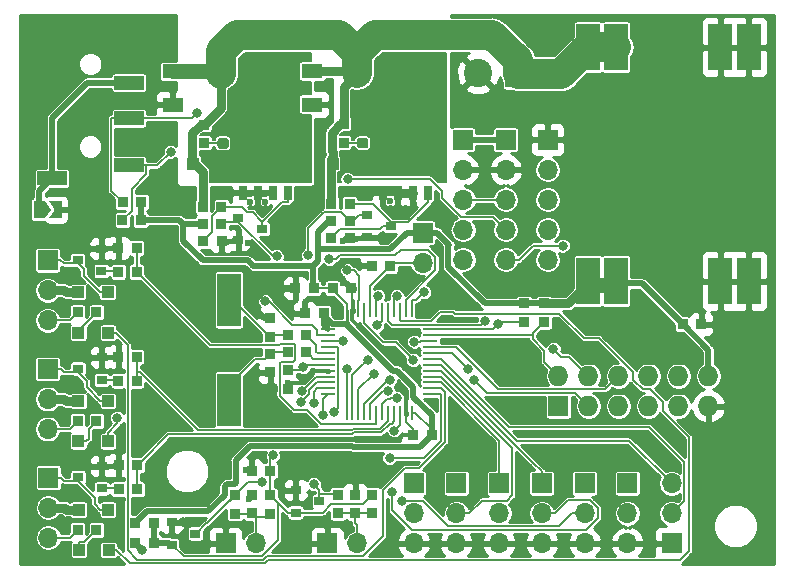
<source format=gtl>
G04 #@! TF.GenerationSoftware,KiCad,Pcbnew,6.0.0-rc1-unknown-6a5744a~66~ubuntu18.04.1*
G04 #@! TF.CreationDate,2018-10-14T14:19:45-07:00*
G04 #@! TF.ProjectId,EExtruder,4545787472756465722E6B696361645F,rev?*
G04 #@! TF.SameCoordinates,Original*
G04 #@! TF.FileFunction,Copper,L1,Top,Signal*
G04 #@! TF.FilePolarity,Positive*
%FSLAX46Y46*%
G04 Gerber Fmt 4.6, Leading zero omitted, Abs format (unit mm)*
G04 Created by KiCad (PCBNEW 6.0.0-rc1-unknown-6a5744a~66~ubuntu18.04.1) date Sun 14 Oct 2018 02:19:45 PM PDT*
%MOMM*%
%LPD*%
G01*
G04 APERTURE LIST*
G04 #@! TA.AperFunction,SMDPad,CuDef*
%ADD10C,0.300000*%
G04 #@! TD*
G04 #@! TA.AperFunction,Conductor*
%ADD11C,0.100000*%
G04 #@! TD*
G04 #@! TA.AperFunction,ComponentPad*
%ADD12R,2.400000X2.400000*%
G04 #@! TD*
G04 #@! TA.AperFunction,ComponentPad*
%ADD13C,2.400000*%
G04 #@! TD*
G04 #@! TA.AperFunction,ComponentPad*
%ADD14O,1.700000X1.700000*%
G04 #@! TD*
G04 #@! TA.AperFunction,ComponentPad*
%ADD15R,1.700000X1.700000*%
G04 #@! TD*
G04 #@! TA.AperFunction,SMDPad,CuDef*
%ADD16R,0.875000X0.950000*%
G04 #@! TD*
G04 #@! TA.AperFunction,SMDPad,CuDef*
%ADD17R,0.950000X0.875000*%
G04 #@! TD*
G04 #@! TA.AperFunction,SMDPad,CuDef*
%ADD18R,1.750000X1.250000*%
G04 #@! TD*
G04 #@! TA.AperFunction,SMDPad,CuDef*
%ADD19R,2.000000X4.000000*%
G04 #@! TD*
G04 #@! TA.AperFunction,ComponentPad*
%ADD20O,1.727200X1.727200*%
G04 #@! TD*
G04 #@! TA.AperFunction,ComponentPad*
%ADD21R,1.727200X1.727200*%
G04 #@! TD*
G04 #@! TA.AperFunction,SMDPad,CuDef*
%ADD22R,2.000000X4.500000*%
G04 #@! TD*
G04 #@! TA.AperFunction,SMDPad,CuDef*
%ADD23R,2.500000X1.200000*%
G04 #@! TD*
G04 #@! TA.AperFunction,SMDPad,CuDef*
%ADD24R,0.250000X1.300000*%
G04 #@! TD*
G04 #@! TA.AperFunction,SMDPad,CuDef*
%ADD25R,1.300000X0.250000*%
G04 #@! TD*
G04 #@! TA.AperFunction,SMDPad,CuDef*
%ADD26R,0.900000X0.800000*%
G04 #@! TD*
G04 #@! TA.AperFunction,SMDPad,CuDef*
%ADD27R,0.700000X1.150000*%
G04 #@! TD*
G04 #@! TA.AperFunction,SMDPad,CuDef*
%ADD28R,4.200000X3.300000*%
G04 #@! TD*
G04 #@! TA.AperFunction,SMDPad,CuDef*
%ADD29R,4.700000X1.550000*%
G04 #@! TD*
G04 #@! TA.AperFunction,SMDPad,CuDef*
%ADD30R,1.000000X1.000000*%
G04 #@! TD*
G04 #@! TA.AperFunction,SMDPad,CuDef*
%ADD31C,0.875000*%
G04 #@! TD*
G04 #@! TA.AperFunction,ViaPad*
%ADD32C,0.600000*%
G04 #@! TD*
G04 #@! TA.AperFunction,ViaPad*
%ADD33C,0.800000*%
G04 #@! TD*
G04 #@! TA.AperFunction,Conductor*
%ADD34C,0.203200*%
G04 #@! TD*
G04 #@! TA.AperFunction,Conductor*
%ADD35C,0.304800*%
G04 #@! TD*
G04 #@! TA.AperFunction,Conductor*
%ADD36C,0.508000*%
G04 #@! TD*
G04 #@! TA.AperFunction,Conductor*
%ADD37C,0.762000*%
G04 #@! TD*
G04 #@! TA.AperFunction,Conductor*
%ADD38C,0.249800*%
G04 #@! TD*
G04 #@! TA.AperFunction,Conductor*
%ADD39C,1.270000*%
G04 #@! TD*
G04 #@! TA.AperFunction,Conductor*
%ADD40C,0.152400*%
G04 #@! TD*
G04 #@! TA.AperFunction,Conductor*
%ADD41C,2.540000*%
G04 #@! TD*
G04 #@! TA.AperFunction,Conductor*
%ADD42C,0.381000*%
G04 #@! TD*
G04 #@! TA.AperFunction,Conductor*
%ADD43C,0.254000*%
G04 #@! TD*
G04 APERTURE END LIST*
D10*
G04 #@! TO.P,JP2,1*
G04 #@! TO.N,Net-(J2-PadR2)*
X129868000Y-99885500D03*
D11*
G04 #@! TD*
G04 #@! TO.N,Net-(J2-PadR2)*
G04 #@! TO.C,JP2*
G36*
X130868000Y-99885500D02*
X130368000Y-100635500D01*
X129368000Y-100635500D01*
X129368000Y-99135500D01*
X130368000Y-99135500D01*
X130868000Y-99885500D01*
X130868000Y-99885500D01*
G37*
D10*
G04 #@! TO.P,JP2,2*
G04 #@! TO.N,GND*
X131318000Y-99885500D03*
D11*
G04 #@! TD*
G04 #@! TO.N,GND*
G04 #@! TO.C,JP2*
G36*
X131818000Y-100635500D02*
X130668000Y-100635500D01*
X131168000Y-99885500D01*
X130668000Y-99135500D01*
X131818000Y-99135500D01*
X131818000Y-100635500D01*
X131818000Y-100635500D01*
G37*
D12*
G04 #@! TO.P,J4,1*
G04 #@! TO.N,Net-(D3-Pad1)*
X148653500Y-88328500D03*
D13*
G04 #@! TO.P,J4,2*
G04 #@! TO.N,/VIN*
X145153500Y-88328500D03*
G04 #@! TD*
D12*
G04 #@! TO.P,J3,1*
G04 #@! TO.N,Net-(D1-Pad1)*
X160281500Y-88328500D03*
D13*
G04 #@! TO.P,J3,2*
G04 #@! TO.N,/VIN*
X156781500Y-88328500D03*
G04 #@! TD*
D12*
G04 #@! TO.P,J1,1*
G04 #@! TO.N,/VIN*
X170505000Y-88328500D03*
D13*
G04 #@! TO.P,J1,2*
G04 #@! TO.N,GND*
X167005000Y-88328500D03*
G04 #@! TD*
D14*
G04 #@! TO.P,TC1,5*
G04 #@! TO.N,/SPI_CLK*
X165735000Y-104140000D03*
G04 #@! TO.P,TC1,4*
G04 #@! TO.N,/~TC1_CS*
X165735000Y-101600000D03*
G04 #@! TO.P,TC1,3*
G04 #@! TO.N,/MISO*
X165735000Y-99060000D03*
G04 #@! TO.P,TC1,2*
G04 #@! TO.N,GND*
X165735000Y-96520000D03*
D15*
G04 #@! TO.P,TC1,1*
G04 #@! TO.N,/3.3V*
X165735000Y-93980000D03*
G04 #@! TD*
D14*
G04 #@! TO.P,TC0,5*
G04 #@! TO.N,/SPI_CLK*
X169354000Y-104140000D03*
G04 #@! TO.P,TC0,4*
G04 #@! TO.N,/~TC0_CS*
X169354000Y-101600000D03*
G04 #@! TO.P,TC0,3*
G04 #@! TO.N,/MISO*
X169354000Y-99060000D03*
G04 #@! TO.P,TC0,2*
G04 #@! TO.N,GND*
X169354000Y-96520000D03*
D15*
G04 #@! TO.P,TC0,1*
G04 #@! TO.N,/3.3V*
X169354000Y-93980000D03*
G04 #@! TD*
D14*
G04 #@! TO.P,SWD1,5*
G04 #@! TO.N,/~RESET*
X172910000Y-104140000D03*
G04 #@! TO.P,SWD1,4*
G04 #@! TO.N,/SWDIO*
X172910000Y-101600000D03*
G04 #@! TO.P,SWD1,3*
G04 #@! TO.N,/SWCLK*
X172910000Y-99060000D03*
G04 #@! TO.P,SWD1,2*
G04 #@! TO.N,/3.3V*
X172910000Y-96520000D03*
D15*
G04 #@! TO.P,SWD1,1*
G04 #@! TO.N,GND*
X172910000Y-93980000D03*
G04 #@! TD*
D16*
G04 #@! TO.P,R29,1*
G04 #@! TO.N,Net-(D12-Pad1)*
X134683500Y-108585000D03*
G04 #@! TO.P,R29,2*
G04 #@! TO.N,Net-(J9-Pad3)*
X133108500Y-108585000D03*
G04 #@! TD*
G04 #@! TO.P,R28,1*
G04 #@! TO.N,Net-(Q7-Pad1)*
X136524500Y-105156000D03*
G04 #@! TO.P,R28,2*
G04 #@! TO.N,/PWM0*
X138099500Y-105156000D03*
G04 #@! TD*
G04 #@! TO.P,R27,1*
G04 #@! TO.N,/PWM0*
X138099500Y-103124000D03*
G04 #@! TO.P,R27,2*
G04 #@! TO.N,GND*
X136524500Y-103124000D03*
G04 #@! TD*
G04 #@! TO.P,R26,1*
G04 #@! TO.N,Net-(D10-Pad1)*
X134683500Y-127000000D03*
G04 #@! TO.P,R26,2*
G04 #@! TO.N,Net-(J8-Pad3)*
X133108500Y-127000000D03*
G04 #@! TD*
G04 #@! TO.P,R25,1*
G04 #@! TO.N,Net-(Q6-Pad1)*
X136562500Y-123571000D03*
G04 #@! TO.P,R25,2*
G04 #@! TO.N,/E1_FAN*
X138137500Y-123571000D03*
G04 #@! TD*
G04 #@! TO.P,R24,1*
G04 #@! TO.N,/E1_FAN*
X138137500Y-121539000D03*
G04 #@! TO.P,R24,2*
G04 #@! TO.N,GND*
X136562500Y-121539000D03*
G04 #@! TD*
G04 #@! TO.P,R23,1*
G04 #@! TO.N,Net-(D8-Pad1)*
X134683500Y-117792000D03*
G04 #@! TO.P,R23,2*
G04 #@! TO.N,Net-(J7-Pad3)*
X133108500Y-117792000D03*
G04 #@! TD*
G04 #@! TO.P,R22,1*
G04 #@! TO.N,Net-(Q5-Pad1)*
X136524500Y-114364000D03*
G04 #@! TO.P,R22,2*
G04 #@! TO.N,/E0_FAN*
X138099500Y-114364000D03*
G04 #@! TD*
G04 #@! TO.P,R21,1*
G04 #@! TO.N,/E0_FAN*
X138112500Y-112332000D03*
G04 #@! TO.P,R21,2*
G04 #@! TO.N,GND*
X136537500Y-112332000D03*
G04 #@! TD*
D17*
G04 #@! TO.P,R20,1*
G04 #@! TO.N,/TEMP1*
X155130000Y-124015500D03*
G04 #@! TO.P,R20,2*
G04 #@! TO.N,Net-(C14-Pad1)*
X155130000Y-125590500D03*
G04 #@! TD*
G04 #@! TO.P,R19,1*
G04 #@! TO.N,/AVREF*
X158052000Y-124028500D03*
G04 #@! TO.P,R19,2*
G04 #@! TO.N,Net-(C14-Pad1)*
X158052000Y-125603500D03*
G04 #@! TD*
G04 #@! TO.P,R18,1*
G04 #@! TO.N,/TEMP0*
X146431000Y-124078500D03*
G04 #@! TO.P,R18,2*
G04 #@! TO.N,Net-(C13-Pad1)*
X146431000Y-125653500D03*
G04 #@! TD*
G04 #@! TO.P,R17,1*
G04 #@! TO.N,/AVREF*
X149352000Y-124078500D03*
G04 #@! TO.P,R17,2*
G04 #@! TO.N,Net-(C13-Pad1)*
X149352000Y-125653500D03*
G04 #@! TD*
G04 #@! TO.P,R16,1*
G04 #@! TO.N,/VIN*
X143828000Y-92710000D03*
G04 #@! TO.P,R16,2*
G04 #@! TO.N,Net-(D3-Pad2)*
X143828000Y-94285000D03*
G04 #@! TD*
D16*
G04 #@! TO.P,R15,1*
G04 #@! TO.N,Net-(Q3-Pad3)*
X143712500Y-102552000D03*
G04 #@! TO.P,R15,2*
G04 #@! TO.N,GND*
X145287500Y-102552000D03*
G04 #@! TD*
G04 #@! TO.P,R14,1*
G04 #@! TO.N,Net-(Q3-Pad3)*
X145275500Y-99631500D03*
G04 #@! TO.P,R14,2*
G04 #@! TO.N,/VIN*
X143700500Y-99631500D03*
G04 #@! TD*
G04 #@! TO.P,R13,1*
G04 #@! TO.N,/3.3V*
X143700500Y-101092000D03*
G04 #@! TO.P,R13,2*
G04 #@! TO.N,/HEAT1*
X145275500Y-101092000D03*
G04 #@! TD*
D17*
G04 #@! TO.P,R12,1*
G04 #@! TO.N,/VIN*
X155638000Y-92659000D03*
G04 #@! TO.P,R12,2*
G04 #@! TO.N,Net-(D1-Pad2)*
X155638000Y-94234000D03*
G04 #@! TD*
D16*
G04 #@! TO.P,R11,1*
G04 #@! TO.N,Net-(Q1-Pad3)*
X154571500Y-102298000D03*
G04 #@! TO.P,R11,2*
G04 #@! TO.N,GND*
X156146500Y-102298000D03*
G04 #@! TD*
G04 #@! TO.P,R10,1*
G04 #@! TO.N,Net-(Q1-Pad3)*
X156146500Y-99377500D03*
G04 #@! TO.P,R10,2*
G04 #@! TO.N,/VIN*
X154571500Y-99377500D03*
G04 #@! TD*
G04 #@! TO.P,R9,1*
G04 #@! TO.N,/3.3V*
X154571500Y-100838000D03*
G04 #@! TO.P,R9,2*
G04 #@! TO.N,/HEAT0*
X156146500Y-100838000D03*
G04 #@! TD*
G04 #@! TO.P,R8,1*
G04 #@! TO.N,/AVREF*
X139573000Y-126428500D03*
G04 #@! TO.P,R8,2*
G04 #@! TO.N,/3.3V*
X137998000Y-126428500D03*
G04 #@! TD*
D17*
G04 #@! TO.P,R7,1*
G04 #@! TO.N,/3.3V*
X172593000Y-107835500D03*
G04 #@! TO.P,R7,2*
G04 #@! TO.N,/SCL2*
X172593000Y-109410500D03*
G04 #@! TD*
D16*
G04 #@! TO.P,R6,1*
G04 #@! TO.N,Net-(JP1-Pad2)*
X159563500Y-104648000D03*
G04 #@! TO.P,R6,2*
G04 #@! TO.N,GND*
X157988500Y-104648000D03*
G04 #@! TD*
D17*
G04 #@! TO.P,R5,1*
G04 #@! TO.N,/3.3V*
X170878000Y-107835500D03*
G04 #@! TO.P,R5,2*
G04 #@! TO.N,/SDA2*
X170878000Y-109410500D03*
G04 #@! TD*
D16*
G04 #@! TO.P,R4,1*
G04 #@! TO.N,Net-(R4-Pad1)*
X152451500Y-111950000D03*
G04 #@! TO.P,R4,2*
G04 #@! TO.N,Net-(C4-Pad1)*
X150876500Y-111950000D03*
G04 #@! TD*
G04 #@! TO.P,R3,1*
G04 #@! TO.N,Net-(R3-Pad1)*
X152451500Y-110490000D03*
G04 #@! TO.P,R3,2*
G04 #@! TO.N,Net-(C3-Pad1)*
X150876500Y-110490000D03*
G04 #@! TD*
G04 #@! TO.P,R2,1*
G04 #@! TO.N,/3.3V*
X138455500Y-100774000D03*
G04 #@! TO.P,R2,2*
G04 #@! TO.N,/SCL*
X136880500Y-100774000D03*
G04 #@! TD*
G04 #@! TO.P,R1,1*
G04 #@! TO.N,/3.3V*
X138481500Y-99250500D03*
G04 #@! TO.P,R1,2*
G04 #@! TO.N,/SDA*
X136906500Y-99250500D03*
G04 #@! TD*
D17*
G04 #@! TO.P,C14,1*
G04 #@! TO.N,Net-(C14-Pad1)*
X156591000Y-125603500D03*
G04 #@! TO.P,C14,2*
G04 #@! TO.N,GND*
X156591000Y-124028500D03*
G04 #@! TD*
G04 #@! TO.P,C13,1*
G04 #@! TO.N,Net-(C13-Pad1)*
X147891500Y-125603000D03*
G04 #@! TO.P,C13,2*
G04 #@! TO.N,GND*
X147891500Y-124028000D03*
G04 #@! TD*
D18*
G04 #@! TO.P,C12,1*
G04 #@! TO.N,/VIN*
X141160000Y-88195500D03*
G04 #@! TO.P,C12,2*
G04 #@! TO.N,GND*
X141160000Y-90995500D03*
G04 #@! TD*
G04 #@! TO.P,C11,1*
G04 #@! TO.N,/VIN*
X152972000Y-88195500D03*
G04 #@! TO.P,C11,2*
G04 #@! TO.N,GND*
X152972000Y-90995500D03*
G04 #@! TD*
D16*
G04 #@! TO.P,C10,1*
G04 #@! TO.N,/AVREF*
X149415500Y-121984000D03*
G04 #@! TO.P,C10,2*
G04 #@! TO.N,GND*
X147840500Y-121984000D03*
G04 #@! TD*
G04 #@! TO.P,C9,1*
G04 #@! TO.N,/AVREF*
X139573000Y-128079500D03*
G04 #@! TO.P,C9,2*
G04 #@! TO.N,GND*
X137998000Y-128079500D03*
G04 #@! TD*
G04 #@! TO.P,C8,1*
G04 #@! TO.N,/3.3V*
X184340500Y-109601000D03*
G04 #@! TO.P,C8,2*
G04 #@! TO.N,GND*
X185915500Y-109601000D03*
G04 #@! TD*
D17*
G04 #@! TO.P,C7,1*
G04 #@! TO.N,/~RESET*
X150940000Y-113474500D03*
G04 #@! TO.P,C7,2*
G04 #@! TO.N,GND*
X150940000Y-115049500D03*
G04 #@! TD*
D16*
G04 #@! TO.P,C6,1*
G04 #@! TO.N,/3.3V*
X163067500Y-118936000D03*
G04 #@! TO.P,C6,2*
G04 #@! TO.N,GND*
X161492500Y-118936000D03*
G04 #@! TD*
G04 #@! TO.P,C5,1*
G04 #@! TO.N,/3.3V*
X154686500Y-106553000D03*
G04 #@! TO.P,C5,2*
G04 #@! TO.N,GND*
X156261500Y-106553000D03*
G04 #@! TD*
D17*
G04 #@! TO.P,C4,1*
G04 #@! TO.N,Net-(C4-Pad1)*
X149416000Y-112090500D03*
G04 #@! TO.P,C4,2*
G04 #@! TO.N,GND*
X149416000Y-113665500D03*
G04 #@! TD*
G04 #@! TO.P,C3,1*
G04 #@! TO.N,Net-(C3-Pad1)*
X149416000Y-110680500D03*
G04 #@! TO.P,C3,2*
G04 #@! TO.N,GND*
X149416000Y-109105500D03*
G04 #@! TD*
D16*
G04 #@! TO.P,C2,1*
G04 #@! TO.N,/3.3V*
X153923500Y-108648000D03*
G04 #@! TO.P,C2,2*
G04 #@! TO.N,GND*
X152348500Y-108648000D03*
G04 #@! TD*
G04 #@! TO.P,C1,1*
G04 #@! TO.N,/3.3V*
X153085500Y-106553000D03*
G04 #@! TO.P,C1,2*
G04 #@! TO.N,GND*
X151510500Y-106553000D03*
G04 #@! TD*
D19*
G04 #@! TO.P,U2,6*
G04 #@! TO.N,/3.3V*
X178704000Y-105944000D03*
G04 #@! TO.P,U2,5*
X176304000Y-105944000D03*
G04 #@! TO.P,U2,8*
G04 #@! TO.N,GND*
X187504000Y-105944000D03*
G04 #@! TO.P,U2,7*
X189904000Y-105944000D03*
G04 #@! TO.P,U2,2*
G04 #@! TO.N,/VIN*
X178704000Y-86144000D03*
G04 #@! TO.P,U2,1*
X176304000Y-86144000D03*
G04 #@! TO.P,U2,4*
G04 #@! TO.N,GND*
X187504000Y-86144000D03*
G04 #@! TO.P,U2,3*
X189904000Y-86144000D03*
G04 #@! TD*
D20*
G04 #@! TO.P,LCD1,12*
G04 #@! TO.N,/3.3V*
X186500000Y-113982000D03*
G04 #@! TO.P,LCD1,11*
G04 #@! TO.N,GND*
X186500000Y-116522000D03*
G04 #@! TO.P,LCD1,10*
G04 #@! TO.N,/VIN*
X183960000Y-113982000D03*
G04 #@! TO.P,LCD1,9*
G04 #@! TO.N,/TEMP_EX*
X183960000Y-116522000D03*
G04 #@! TO.P,LCD1,8*
G04 #@! TO.N,/EXT2*
X181420000Y-113982000D03*
G04 #@! TO.P,LCD1,7*
G04 #@! TO.N,/SPI_CLK*
X181420000Y-116522000D03*
G04 #@! TO.P,LCD1,6*
G04 #@! TO.N,/EXT1*
X178880000Y-113982000D03*
G04 #@! TO.P,LCD1,5*
G04 #@! TO.N,/MISO*
X178880000Y-116522000D03*
G04 #@! TO.P,LCD1,4*
G04 #@! TO.N,/LCD_LED*
X176340000Y-113982000D03*
G04 #@! TO.P,LCD1,3*
G04 #@! TO.N,/MOSI*
X176340000Y-116522000D03*
G04 #@! TO.P,LCD1,2*
G04 #@! TO.N,/SCL2*
X173800000Y-113982000D03*
D21*
G04 #@! TO.P,LCD1,1*
G04 #@! TO.N,/SDA2*
X173800000Y-116522000D03*
G04 #@! TD*
D22*
G04 #@! TO.P,Y1,2*
G04 #@! TO.N,Net-(C3-Pad1)*
X145923000Y-107514000D03*
G04 #@! TO.P,Y1,1*
G04 #@! TO.N,Net-(C4-Pad1)*
X145923000Y-116014000D03*
G04 #@! TD*
D23*
G04 #@! TO.P,J2,S*
G04 #@! TO.N,Net-(J2-PadR2)*
X137426000Y-89154000D03*
G04 #@! TO.P,J2,R1*
G04 #@! TO.N,/SDA*
X137426000Y-92154000D03*
G04 #@! TO.P,J2,T*
G04 #@! TO.N,/SCL*
X137426000Y-96154000D03*
G04 #@! TO.P,J2,R2*
G04 #@! TO.N,Net-(J2-PadR2)*
X130926000Y-97254000D03*
G04 #@! TD*
D24*
G04 #@! TO.P,U1,48*
G04 #@! TO.N,/3.3V*
X155873000Y-108426000D03*
G04 #@! TO.P,U1,47*
G04 #@! TO.N,GND*
X156373000Y-108426000D03*
G04 #@! TO.P,U1,46*
G04 #@! TO.N,/PWM5*
X156873000Y-108426000D03*
G04 #@! TO.P,U1,45*
G04 #@! TO.N,/PWM4*
X157373000Y-108426000D03*
G04 #@! TO.P,U1,44*
G04 #@! TO.N,Net-(JP1-Pad2)*
X157873000Y-108426000D03*
G04 #@! TO.P,U1,43*
G04 #@! TO.N,/SDA*
X158373000Y-108426000D03*
G04 #@! TO.P,U1,42*
G04 #@! TO.N,/SCL*
X158873000Y-108426000D03*
G04 #@! TO.P,U1,41*
G04 #@! TO.N,/LCD_LED*
X159373000Y-108426000D03*
G04 #@! TO.P,U1,40*
G04 #@! TO.N,/EXT2*
X159873000Y-108426000D03*
G04 #@! TO.P,U1,39*
G04 #@! TO.N,/TACH_E1*
X160373000Y-108426000D03*
G04 #@! TO.P,U1,38*
G04 #@! TO.N,/TACH_E0*
X160873000Y-108426000D03*
G04 #@! TO.P,U1,37*
G04 #@! TO.N,/SWCLK*
X161373000Y-108426000D03*
D25*
G04 #@! TO.P,U1,36*
G04 #@! TO.N,/SDA2*
X162973000Y-110026000D03*
G04 #@! TO.P,U1,35*
G04 #@! TO.N,/SCL2*
X162973000Y-110526000D03*
G04 #@! TO.P,U1,34*
G04 #@! TO.N,/SWDIO*
X162973000Y-111026000D03*
G04 #@! TO.P,U1,33*
G04 #@! TO.N,/EXT1*
X162973000Y-111526000D03*
G04 #@! TO.P,U1,32*
G04 #@! TO.N,/TACH2*
X162973000Y-112026000D03*
G04 #@! TO.P,U1,31*
G04 #@! TO.N,/UART_RX*
X162973000Y-112526000D03*
G04 #@! TO.P,U1,30*
G04 #@! TO.N,/UART_TX*
X162973000Y-113026000D03*
G04 #@! TO.P,U1,29*
G04 #@! TO.N,/PWM3*
X162973000Y-113526000D03*
G04 #@! TO.P,U1,28*
G04 #@! TO.N,/TACH1*
X162973000Y-114026000D03*
G04 #@! TO.P,U1,27*
G04 #@! TO.N,/PWM2*
X162973000Y-114526000D03*
G04 #@! TO.P,U1,26*
G04 #@! TO.N,/TACH0*
X162973000Y-115026000D03*
G04 #@! TO.P,U1,25*
G04 #@! TO.N,/HEAT1*
X162973000Y-115526000D03*
D24*
G04 #@! TO.P,U1,24*
G04 #@! TO.N,/3.3V*
X161373000Y-117126000D03*
G04 #@! TO.P,U1,23*
G04 #@! TO.N,GND*
X160873000Y-117126000D03*
G04 #@! TO.P,U1,22*
G04 #@! TO.N,/HEAT0*
X160373000Y-117126000D03*
G04 #@! TO.P,U1,21*
G04 #@! TO.N,/E1_FAN*
X159873000Y-117126000D03*
G04 #@! TO.P,U1,20*
G04 #@! TO.N,/E0_FAN*
X159373000Y-117126000D03*
G04 #@! TO.P,U1,19*
G04 #@! TO.N,/PWM1*
X158873000Y-117126000D03*
G04 #@! TO.P,U1,18*
G04 #@! TO.N,/PWM0*
X158373000Y-117126000D03*
G04 #@! TO.P,U1,17*
G04 #@! TO.N,/MOSI*
X157873000Y-117126000D03*
G04 #@! TO.P,U1,16*
G04 #@! TO.N,/MISO*
X157373000Y-117126000D03*
G04 #@! TO.P,U1,15*
G04 #@! TO.N,/SPI_CLK*
X156873000Y-117126000D03*
G04 #@! TO.P,U1,14*
G04 #@! TO.N,/~TC1_CS*
X156373000Y-117126000D03*
G04 #@! TO.P,U1,13*
G04 #@! TO.N,/~TC0_CS*
X155873000Y-117126000D03*
D25*
G04 #@! TO.P,U1,12*
G04 #@! TO.N,/TEMP_EX*
X154273000Y-115526000D03*
G04 #@! TO.P,U1,11*
G04 #@! TO.N,/TEMP1*
X154273000Y-115026000D03*
G04 #@! TO.P,U1,10*
G04 #@! TO.N,/TEMP0*
X154273000Y-114526000D03*
G04 #@! TO.P,U1,9*
G04 #@! TO.N,/AVREF*
X154273000Y-114026000D03*
G04 #@! TO.P,U1,8*
G04 #@! TO.N,GND*
X154273000Y-113526000D03*
G04 #@! TO.P,U1,7*
G04 #@! TO.N,/~RESET*
X154273000Y-113026000D03*
G04 #@! TO.P,U1,6*
G04 #@! TO.N,Net-(R4-Pad1)*
X154273000Y-112526000D03*
G04 #@! TO.P,U1,5*
G04 #@! TO.N,Net-(R3-Pad1)*
X154273000Y-112026000D03*
G04 #@! TO.P,U1,4*
G04 #@! TO.N,/TACH5*
X154273000Y-111526000D03*
G04 #@! TO.P,U1,3*
G04 #@! TO.N,/TACH4*
X154273000Y-111026000D03*
G04 #@! TO.P,U1,2*
G04 #@! TO.N,/TACH3*
X154273000Y-110526000D03*
G04 #@! TO.P,U1,1*
G04 #@! TO.N,/3.3V*
X154273000Y-110026000D03*
G04 #@! TD*
D26*
G04 #@! TO.P,Q7,3*
G04 #@! TO.N,Net-(D11-Pad2)*
X133096000Y-104138000D03*
G04 #@! TO.P,Q7,2*
G04 #@! TO.N,GND*
X135096000Y-103188000D03*
G04 #@! TO.P,Q7,1*
G04 #@! TO.N,Net-(Q7-Pad1)*
X135096000Y-105088000D03*
G04 #@! TD*
G04 #@! TO.P,Q6,3*
G04 #@! TO.N,Net-(D9-Pad2)*
X133128000Y-122552000D03*
G04 #@! TO.P,Q6,2*
G04 #@! TO.N,GND*
X135128000Y-121602000D03*
G04 #@! TO.P,Q6,1*
G04 #@! TO.N,Net-(Q6-Pad1)*
X135128000Y-123502000D03*
G04 #@! TD*
G04 #@! TO.P,Q5,3*
G04 #@! TO.N,Net-(D7-Pad2)*
X133128000Y-113345000D03*
G04 #@! TO.P,Q5,2*
G04 #@! TO.N,GND*
X135128000Y-112395000D03*
G04 #@! TO.P,Q5,1*
G04 #@! TO.N,Net-(Q5-Pad1)*
X135128000Y-114295000D03*
G04 #@! TD*
D27*
G04 #@! TO.P,Q4,4*
G04 #@! TO.N,Net-(Q3-Pad3)*
X150881000Y-98456500D03*
D28*
G04 #@! TO.P,Q4,5*
G04 #@! TO.N,Net-(D3-Pad1)*
X148971000Y-95186500D03*
D29*
X148971000Y-92986500D03*
D27*
G04 #@! TO.P,Q4,3*
G04 #@! TO.N,GND*
X149611000Y-98456500D03*
G04 #@! TO.P,Q4,1*
X147061000Y-98456500D03*
G04 #@! TO.P,Q4,2*
X148331000Y-98456500D03*
G04 #@! TD*
D26*
G04 #@! TO.P,Q3,3*
G04 #@! TO.N,Net-(Q3-Pad3)*
X148717000Y-101536000D03*
G04 #@! TO.P,Q3,2*
G04 #@! TO.N,GND*
X146717000Y-102486000D03*
G04 #@! TO.P,Q3,1*
G04 #@! TO.N,/HEAT1*
X146717000Y-100586000D03*
G04 #@! TD*
D27*
G04 #@! TO.P,Q2,4*
G04 #@! TO.N,Net-(Q1-Pad3)*
X162756000Y-98466000D03*
D28*
G04 #@! TO.P,Q2,5*
G04 #@! TO.N,Net-(D1-Pad1)*
X160846000Y-95196000D03*
D29*
X160846000Y-92996000D03*
D27*
G04 #@! TO.P,Q2,3*
G04 #@! TO.N,GND*
X161486000Y-98466000D03*
G04 #@! TO.P,Q2,1*
X158936000Y-98466000D03*
G04 #@! TO.P,Q2,2*
X160206000Y-98466000D03*
G04 #@! TD*
D26*
G04 #@! TO.P,Q1,3*
G04 #@! TO.N,Net-(Q1-Pad3)*
X159639000Y-101282000D03*
G04 #@! TO.P,Q1,2*
G04 #@! TO.N,GND*
X157639000Y-102232000D03*
G04 #@! TO.P,Q1,1*
G04 #@! TO.N,/HEAT0*
X157639000Y-100332000D03*
G04 #@! TD*
D14*
G04 #@! TO.P,PWM_PWR1,3*
G04 #@! TO.N,GND*
X161544000Y-128143000D03*
G04 #@! TO.P,PWM_PWR1,2*
G04 #@! TO.N,/VIN*
X161544000Y-125603000D03*
D15*
G04 #@! TO.P,PWM_PWR1,1*
X161544000Y-123063000D03*
G04 #@! TD*
D14*
G04 #@! TO.P,PWM5,3*
G04 #@! TO.N,GND*
X179642000Y-128143000D03*
G04 #@! TO.P,PWM5,2*
G04 #@! TO.N,/TACH5*
X179642000Y-125603000D03*
D15*
G04 #@! TO.P,PWM5,1*
G04 #@! TO.N,/PWM5*
X179642000Y-123063000D03*
G04 #@! TD*
D14*
G04 #@! TO.P,PWM4,3*
G04 #@! TO.N,GND*
X176022000Y-128143000D03*
G04 #@! TO.P,PWM4,2*
G04 #@! TO.N,/TACH4*
X176022000Y-125603000D03*
D15*
G04 #@! TO.P,PWM4,1*
G04 #@! TO.N,/PWM4*
X176022000Y-123063000D03*
G04 #@! TD*
D14*
G04 #@! TO.P,PWM3,3*
G04 #@! TO.N,GND*
X172402000Y-128143000D03*
G04 #@! TO.P,PWM3,2*
G04 #@! TO.N,/TACH3*
X172402000Y-125603000D03*
D15*
G04 #@! TO.P,PWM3,1*
G04 #@! TO.N,/PWM3*
X172402000Y-123063000D03*
G04 #@! TD*
D14*
G04 #@! TO.P,PWM2,3*
G04 #@! TO.N,GND*
X168783000Y-128143000D03*
G04 #@! TO.P,PWM2,2*
G04 #@! TO.N,/TACH2*
X168783000Y-125603000D03*
D15*
G04 #@! TO.P,PWM2,1*
G04 #@! TO.N,/PWM2*
X168783000Y-123063000D03*
G04 #@! TD*
D14*
G04 #@! TO.P,PWM1,3*
G04 #@! TO.N,GND*
X165164000Y-128143000D03*
G04 #@! TO.P,PWM1,2*
G04 #@! TO.N,/TACH1*
X165164000Y-125603000D03*
D15*
G04 #@! TO.P,PWM1,1*
G04 #@! TO.N,/PWM1*
X165164000Y-123063000D03*
G04 #@! TD*
D14*
G04 #@! TO.P,JP1,2*
G04 #@! TO.N,Net-(JP1-Pad2)*
X162306000Y-104394000D03*
D15*
G04 #@! TO.P,JP1,1*
G04 #@! TO.N,/3.3V*
X162306000Y-101854000D03*
G04 #@! TD*
D14*
G04 #@! TO.P,J11,3*
G04 #@! TO.N,/UART_TX*
X183388000Y-123063000D03*
G04 #@! TO.P,J11,2*
G04 #@! TO.N,/UART_RX*
X183388000Y-125603000D03*
D15*
G04 #@! TO.P,J11,1*
G04 #@! TO.N,GND*
X183388000Y-128143000D03*
G04 #@! TD*
D14*
G04 #@! TO.P,J9,3*
G04 #@! TO.N,Net-(J9-Pad3)*
X130568000Y-109261000D03*
G04 #@! TO.P,J9,2*
G04 #@! TO.N,/VIN*
X130568000Y-106721000D03*
D15*
G04 #@! TO.P,J9,1*
G04 #@! TO.N,Net-(D11-Pad2)*
X130568000Y-104181000D03*
G04 #@! TD*
D14*
G04 #@! TO.P,J8,3*
G04 #@! TO.N,Net-(J8-Pad3)*
X130607000Y-127656000D03*
G04 #@! TO.P,J8,2*
G04 #@! TO.N,/VIN*
X130607000Y-125116000D03*
D15*
G04 #@! TO.P,J8,1*
G04 #@! TO.N,Net-(D9-Pad2)*
X130607000Y-122576000D03*
G04 #@! TD*
D14*
G04 #@! TO.P,J7,3*
G04 #@! TO.N,Net-(J7-Pad3)*
X130580000Y-118468000D03*
G04 #@! TO.P,J7,2*
G04 #@! TO.N,/VIN*
X130580000Y-115928000D03*
D15*
G04 #@! TO.P,J7,1*
G04 #@! TO.N,Net-(D7-Pad2)*
X130580000Y-113388000D03*
G04 #@! TD*
D14*
G04 #@! TO.P,J6,2*
G04 #@! TO.N,Net-(C14-Pad1)*
X156759000Y-128143000D03*
D15*
G04 #@! TO.P,J6,1*
G04 #@! TO.N,GND*
X154219000Y-128143000D03*
G04 #@! TD*
D14*
G04 #@! TO.P,J5,2*
G04 #@! TO.N,Net-(C13-Pad1)*
X148182000Y-128156000D03*
D15*
G04 #@! TO.P,J5,1*
G04 #@! TO.N,GND*
X145642000Y-128156000D03*
G04 #@! TD*
D30*
G04 #@! TO.P,D12,2*
G04 #@! TO.N,/TACH0*
X135660000Y-110300000D03*
G04 #@! TO.P,D12,1*
G04 #@! TO.N,Net-(D12-Pad1)*
X133160000Y-110300000D03*
G04 #@! TD*
G04 #@! TO.P,D11,2*
G04 #@! TO.N,Net-(D11-Pad2)*
X135636000Y-106870000D03*
G04 #@! TO.P,D11,1*
G04 #@! TO.N,/VIN*
X133136000Y-106870000D03*
G04 #@! TD*
G04 #@! TO.P,D10,2*
G04 #@! TO.N,/TACH_E1*
X135723000Y-128714000D03*
G04 #@! TO.P,D10,1*
G04 #@! TO.N,Net-(D10-Pad1)*
X133223000Y-128714000D03*
G04 #@! TD*
G04 #@! TO.P,D9,2*
G04 #@! TO.N,Net-(D9-Pad2)*
X135680000Y-125286000D03*
G04 #@! TO.P,D9,1*
G04 #@! TO.N,/VIN*
X133180000Y-125286000D03*
G04 #@! TD*
G04 #@! TO.P,D8,2*
G04 #@! TO.N,/TACH_E0*
X135660000Y-119507000D03*
G04 #@! TO.P,D8,1*
G04 #@! TO.N,Net-(D8-Pad1)*
X133160000Y-119507000D03*
G04 #@! TD*
G04 #@! TO.P,D7,2*
G04 #@! TO.N,Net-(D7-Pad2)*
X135660000Y-116078000D03*
G04 #@! TO.P,D7,1*
G04 #@! TO.N,/VIN*
X133160000Y-116078000D03*
G04 #@! TD*
D26*
G04 #@! TO.P,D6,3*
G04 #@! TO.N,/TEMP1*
X153574000Y-124587000D03*
G04 #@! TO.P,D6,2*
G04 #@! TO.N,/AVREF*
X151574000Y-125537000D03*
G04 #@! TO.P,D6,1*
G04 #@! TO.N,GND*
X151574000Y-123637000D03*
G04 #@! TD*
G04 #@! TO.P,D5,3*
G04 #@! TO.N,/TEMP0*
X143065500Y-127317500D03*
G04 #@! TO.P,D5,2*
G04 #@! TO.N,/AVREF*
X141065500Y-128267500D03*
G04 #@! TO.P,D5,1*
G04 #@! TO.N,GND*
X141065500Y-126367500D03*
G04 #@! TD*
D30*
G04 #@! TO.P,D4,2*
G04 #@! TO.N,Net-(D3-Pad1)*
X145375000Y-96012000D03*
G04 #@! TO.P,D4,1*
G04 #@! TO.N,/VIN*
X142875000Y-96012000D03*
G04 #@! TD*
D11*
G04 #@! TO.N,Net-(D3-Pad2)*
G04 #@! TO.C,D3*
G36*
X145692691Y-93848553D02*
X145713926Y-93851703D01*
X145734750Y-93856919D01*
X145754962Y-93864151D01*
X145774368Y-93873330D01*
X145792781Y-93884366D01*
X145810024Y-93897154D01*
X145825930Y-93911570D01*
X145840346Y-93927476D01*
X145853134Y-93944719D01*
X145864170Y-93963132D01*
X145873349Y-93982538D01*
X145880581Y-94002750D01*
X145885797Y-94023574D01*
X145888947Y-94044809D01*
X145890000Y-94066250D01*
X145890000Y-94503750D01*
X145888947Y-94525191D01*
X145885797Y-94546426D01*
X145880581Y-94567250D01*
X145873349Y-94587462D01*
X145864170Y-94606868D01*
X145853134Y-94625281D01*
X145840346Y-94642524D01*
X145825930Y-94658430D01*
X145810024Y-94672846D01*
X145792781Y-94685634D01*
X145774368Y-94696670D01*
X145754962Y-94705849D01*
X145734750Y-94713081D01*
X145713926Y-94718297D01*
X145692691Y-94721447D01*
X145671250Y-94722500D01*
X145158750Y-94722500D01*
X145137309Y-94721447D01*
X145116074Y-94718297D01*
X145095250Y-94713081D01*
X145075038Y-94705849D01*
X145055632Y-94696670D01*
X145037219Y-94685634D01*
X145019976Y-94672846D01*
X145004070Y-94658430D01*
X144989654Y-94642524D01*
X144976866Y-94625281D01*
X144965830Y-94606868D01*
X144956651Y-94587462D01*
X144949419Y-94567250D01*
X144944203Y-94546426D01*
X144941053Y-94525191D01*
X144940000Y-94503750D01*
X144940000Y-94066250D01*
X144941053Y-94044809D01*
X144944203Y-94023574D01*
X144949419Y-94002750D01*
X144956651Y-93982538D01*
X144965830Y-93963132D01*
X144976866Y-93944719D01*
X144989654Y-93927476D01*
X145004070Y-93911570D01*
X145019976Y-93897154D01*
X145037219Y-93884366D01*
X145055632Y-93873330D01*
X145075038Y-93864151D01*
X145095250Y-93856919D01*
X145116074Y-93851703D01*
X145137309Y-93848553D01*
X145158750Y-93847500D01*
X145671250Y-93847500D01*
X145692691Y-93848553D01*
X145692691Y-93848553D01*
G37*
D31*
G04 #@! TD*
G04 #@! TO.P,D3,2*
G04 #@! TO.N,Net-(D3-Pad2)*
X145415000Y-94285000D03*
D11*
G04 #@! TO.N,Net-(D3-Pad1)*
G04 #@! TO.C,D3*
G36*
X145692691Y-92273553D02*
X145713926Y-92276703D01*
X145734750Y-92281919D01*
X145754962Y-92289151D01*
X145774368Y-92298330D01*
X145792781Y-92309366D01*
X145810024Y-92322154D01*
X145825930Y-92336570D01*
X145840346Y-92352476D01*
X145853134Y-92369719D01*
X145864170Y-92388132D01*
X145873349Y-92407538D01*
X145880581Y-92427750D01*
X145885797Y-92448574D01*
X145888947Y-92469809D01*
X145890000Y-92491250D01*
X145890000Y-92928750D01*
X145888947Y-92950191D01*
X145885797Y-92971426D01*
X145880581Y-92992250D01*
X145873349Y-93012462D01*
X145864170Y-93031868D01*
X145853134Y-93050281D01*
X145840346Y-93067524D01*
X145825930Y-93083430D01*
X145810024Y-93097846D01*
X145792781Y-93110634D01*
X145774368Y-93121670D01*
X145754962Y-93130849D01*
X145734750Y-93138081D01*
X145713926Y-93143297D01*
X145692691Y-93146447D01*
X145671250Y-93147500D01*
X145158750Y-93147500D01*
X145137309Y-93146447D01*
X145116074Y-93143297D01*
X145095250Y-93138081D01*
X145075038Y-93130849D01*
X145055632Y-93121670D01*
X145037219Y-93110634D01*
X145019976Y-93097846D01*
X145004070Y-93083430D01*
X144989654Y-93067524D01*
X144976866Y-93050281D01*
X144965830Y-93031868D01*
X144956651Y-93012462D01*
X144949419Y-92992250D01*
X144944203Y-92971426D01*
X144941053Y-92950191D01*
X144940000Y-92928750D01*
X144940000Y-92491250D01*
X144941053Y-92469809D01*
X144944203Y-92448574D01*
X144949419Y-92427750D01*
X144956651Y-92407538D01*
X144965830Y-92388132D01*
X144976866Y-92369719D01*
X144989654Y-92352476D01*
X145004070Y-92336570D01*
X145019976Y-92322154D01*
X145037219Y-92309366D01*
X145055632Y-92298330D01*
X145075038Y-92289151D01*
X145095250Y-92281919D01*
X145116074Y-92276703D01*
X145137309Y-92273553D01*
X145158750Y-92272500D01*
X145671250Y-92272500D01*
X145692691Y-92273553D01*
X145692691Y-92273553D01*
G37*
D31*
G04 #@! TD*
G04 #@! TO.P,D3,1*
G04 #@! TO.N,Net-(D3-Pad1)*
X145415000Y-92710000D03*
D30*
G04 #@! TO.P,D2,2*
G04 #@! TO.N,Net-(D1-Pad1)*
X157186000Y-96012000D03*
G04 #@! TO.P,D2,1*
G04 #@! TO.N,/VIN*
X154686000Y-96012000D03*
G04 #@! TD*
D11*
G04 #@! TO.N,Net-(D1-Pad2)*
G04 #@! TO.C,D1*
G36*
X157503691Y-93823053D02*
X157524926Y-93826203D01*
X157545750Y-93831419D01*
X157565962Y-93838651D01*
X157585368Y-93847830D01*
X157603781Y-93858866D01*
X157621024Y-93871654D01*
X157636930Y-93886070D01*
X157651346Y-93901976D01*
X157664134Y-93919219D01*
X157675170Y-93937632D01*
X157684349Y-93957038D01*
X157691581Y-93977250D01*
X157696797Y-93998074D01*
X157699947Y-94019309D01*
X157701000Y-94040750D01*
X157701000Y-94478250D01*
X157699947Y-94499691D01*
X157696797Y-94520926D01*
X157691581Y-94541750D01*
X157684349Y-94561962D01*
X157675170Y-94581368D01*
X157664134Y-94599781D01*
X157651346Y-94617024D01*
X157636930Y-94632930D01*
X157621024Y-94647346D01*
X157603781Y-94660134D01*
X157585368Y-94671170D01*
X157565962Y-94680349D01*
X157545750Y-94687581D01*
X157524926Y-94692797D01*
X157503691Y-94695947D01*
X157482250Y-94697000D01*
X156969750Y-94697000D01*
X156948309Y-94695947D01*
X156927074Y-94692797D01*
X156906250Y-94687581D01*
X156886038Y-94680349D01*
X156866632Y-94671170D01*
X156848219Y-94660134D01*
X156830976Y-94647346D01*
X156815070Y-94632930D01*
X156800654Y-94617024D01*
X156787866Y-94599781D01*
X156776830Y-94581368D01*
X156767651Y-94561962D01*
X156760419Y-94541750D01*
X156755203Y-94520926D01*
X156752053Y-94499691D01*
X156751000Y-94478250D01*
X156751000Y-94040750D01*
X156752053Y-94019309D01*
X156755203Y-93998074D01*
X156760419Y-93977250D01*
X156767651Y-93957038D01*
X156776830Y-93937632D01*
X156787866Y-93919219D01*
X156800654Y-93901976D01*
X156815070Y-93886070D01*
X156830976Y-93871654D01*
X156848219Y-93858866D01*
X156866632Y-93847830D01*
X156886038Y-93838651D01*
X156906250Y-93831419D01*
X156927074Y-93826203D01*
X156948309Y-93823053D01*
X156969750Y-93822000D01*
X157482250Y-93822000D01*
X157503691Y-93823053D01*
X157503691Y-93823053D01*
G37*
D31*
G04 #@! TD*
G04 #@! TO.P,D1,2*
G04 #@! TO.N,Net-(D1-Pad2)*
X157226000Y-94259500D03*
D11*
G04 #@! TO.N,Net-(D1-Pad1)*
G04 #@! TO.C,D1*
G36*
X157503691Y-92248053D02*
X157524926Y-92251203D01*
X157545750Y-92256419D01*
X157565962Y-92263651D01*
X157585368Y-92272830D01*
X157603781Y-92283866D01*
X157621024Y-92296654D01*
X157636930Y-92311070D01*
X157651346Y-92326976D01*
X157664134Y-92344219D01*
X157675170Y-92362632D01*
X157684349Y-92382038D01*
X157691581Y-92402250D01*
X157696797Y-92423074D01*
X157699947Y-92444309D01*
X157701000Y-92465750D01*
X157701000Y-92903250D01*
X157699947Y-92924691D01*
X157696797Y-92945926D01*
X157691581Y-92966750D01*
X157684349Y-92986962D01*
X157675170Y-93006368D01*
X157664134Y-93024781D01*
X157651346Y-93042024D01*
X157636930Y-93057930D01*
X157621024Y-93072346D01*
X157603781Y-93085134D01*
X157585368Y-93096170D01*
X157565962Y-93105349D01*
X157545750Y-93112581D01*
X157524926Y-93117797D01*
X157503691Y-93120947D01*
X157482250Y-93122000D01*
X156969750Y-93122000D01*
X156948309Y-93120947D01*
X156927074Y-93117797D01*
X156906250Y-93112581D01*
X156886038Y-93105349D01*
X156866632Y-93096170D01*
X156848219Y-93085134D01*
X156830976Y-93072346D01*
X156815070Y-93057930D01*
X156800654Y-93042024D01*
X156787866Y-93024781D01*
X156776830Y-93006368D01*
X156767651Y-92986962D01*
X156760419Y-92966750D01*
X156755203Y-92945926D01*
X156752053Y-92924691D01*
X156751000Y-92903250D01*
X156751000Y-92465750D01*
X156752053Y-92444309D01*
X156755203Y-92423074D01*
X156760419Y-92402250D01*
X156767651Y-92382038D01*
X156776830Y-92362632D01*
X156787866Y-92344219D01*
X156800654Y-92326976D01*
X156815070Y-92311070D01*
X156830976Y-92296654D01*
X156848219Y-92283866D01*
X156866632Y-92272830D01*
X156886038Y-92263651D01*
X156906250Y-92256419D01*
X156927074Y-92251203D01*
X156948309Y-92248053D01*
X156969750Y-92247000D01*
X157482250Y-92247000D01*
X157503691Y-92248053D01*
X157503691Y-92248053D01*
G37*
D31*
G04 #@! TD*
G04 #@! TO.P,D1,1*
G04 #@! TO.N,Net-(D1-Pad1)*
X157226000Y-92684500D03*
D32*
G04 #@! TO.N,GND*
X174396400Y-111150400D03*
X176072800Y-111455200D03*
X178257200Y-112623600D03*
X165608000Y-118364000D03*
X150876000Y-114554000D03*
X173990000Y-118872000D03*
X171704000Y-116332000D03*
X169672000Y-113538000D03*
D33*
X137414000Y-93980000D03*
X139954000Y-97282000D03*
X134112000Y-90932000D03*
X139192000Y-108712000D03*
X142240000Y-114554000D03*
X140208000Y-117602000D03*
D32*
X179070000Y-118872000D03*
X149352000Y-116078000D03*
X147320000Y-121920000D03*
X159766000Y-127000000D03*
X154686000Y-121666000D03*
X170688000Y-123952000D03*
X157734000Y-121666000D03*
X152146000Y-121158000D03*
X150876000Y-117602000D03*
X173355000Y-121285000D03*
X189230000Y-117983000D03*
X189484000Y-112458500D03*
X156768800Y-119278400D03*
X163322000Y-116484400D03*
X167843200Y-102768400D03*
X167843200Y-106273600D03*
X165658800Y-107594400D03*
X163830000Y-106781600D03*
X160223200Y-110540800D03*
X160740546Y-115105161D03*
X158953200Y-111658400D03*
X142849600Y-104851200D03*
X147675600Y-98552000D03*
X148945600Y-98552000D03*
X148971000Y-99250500D03*
X147675600Y-99250500D03*
X147523200Y-102717600D03*
X155498800Y-98450400D03*
X152563690Y-117859529D03*
X182524400Y-111861600D03*
X180746400Y-111455200D03*
X179019200Y-111150400D03*
X151231600Y-103682800D03*
X150520400Y-105410000D03*
X149098000Y-105511600D03*
X150825200Y-108051600D03*
X153822400Y-107594400D03*
X154025600Y-105359200D03*
X155584000Y-106091388D03*
X159207200Y-102260400D03*
X159308800Y-106172000D03*
X164388800Y-109118400D03*
X150672800Y-101193600D03*
X152806400Y-98856800D03*
X161594800Y-113690400D03*
X160070800Y-112369600D03*
X159105600Y-122174000D03*
X154178000Y-123139200D03*
D33*
X138557000Y-128714500D03*
X141986000Y-126365000D03*
D32*
X147599090Y-124408280D03*
D33*
X169545000Y-116903500D03*
D32*
X171005500Y-118872000D03*
X176276000Y-121221500D03*
X177800000Y-122364500D03*
X181038500Y-121920000D03*
X182689500Y-120904000D03*
X183451500Y-119062500D03*
X186055000Y-121158000D03*
X188277500Y-121158000D03*
X190500000Y-121158000D03*
X177863500Y-124904500D03*
X158750000Y-128841500D03*
X152527000Y-124777500D03*
X146240500Y-119761000D03*
X142684500Y-116205000D03*
X136461500Y-126873000D03*
X128968500Y-126492000D03*
X133794500Y-121348500D03*
X133731000Y-112141000D03*
X135890000Y-101790500D03*
X132905500Y-100266500D03*
X133096000Y-97345500D03*
X166052500Y-111315500D03*
X169735500Y-106870500D03*
X172148500Y-106426000D03*
X176403000Y-108966000D03*
X178816000Y-109093000D03*
X180657500Y-107632500D03*
X182435500Y-109347000D03*
X182499000Y-105092500D03*
X175831500Y-102298500D03*
X176339500Y-96520000D03*
X178498500Y-99123500D03*
X180848000Y-91313000D03*
X183388000Y-93408500D03*
X185991500Y-95440500D03*
X188341000Y-97345500D03*
X188341000Y-100012500D03*
X171577000Y-84582000D03*
X173799500Y-84582000D03*
X185229500Y-112331500D03*
X185229500Y-106172000D03*
X189293500Y-109093000D03*
X190436500Y-109093000D03*
X191516000Y-109093000D03*
X189928500Y-102806500D03*
X187452000Y-102806500D03*
X187515500Y-89281000D03*
X189928500Y-89281000D03*
X185420000Y-86169500D03*
X185356500Y-89217500D03*
X163004500Y-121793000D03*
X166624000Y-121729500D03*
X162306000Y-108077000D03*
X160655000Y-106045000D03*
X163703000Y-100647500D03*
X171196000Y-100965000D03*
X167513000Y-97663000D03*
X167513000Y-91948000D03*
X171069000Y-92011500D03*
X159512000Y-99885500D03*
X160909000Y-99885500D03*
X159575500Y-99187000D03*
X161544000Y-99377500D03*
X172092190Y-112776000D03*
X155568804Y-102556544D03*
D33*
X130302000Y-88201500D03*
X130238500Y-85153500D03*
G04 #@! TO.N,/~RESET*
X152204495Y-113244752D03*
G04 #@! TO.N,/AVREF*
X149643300Y-120696600D03*
X152102978Y-115226492D03*
G04 #@! TO.N,Net-(D1-Pad1)*
X162433000Y-96202500D03*
X162433000Y-93662500D03*
X159258000Y-96202500D03*
X160338000Y-93662500D03*
X161417000Y-93662500D03*
X159258000Y-94932500D03*
X160338000Y-96202500D03*
X162433000Y-94932500D03*
X160338000Y-94932500D03*
X161417000Y-94932500D03*
X161417000Y-96202500D03*
X159258000Y-93662500D03*
G04 #@! TO.N,Net-(D3-Pad1)*
X148463000Y-93789500D03*
X147384000Y-93789500D03*
X147384000Y-95059500D03*
X147384000Y-96329500D03*
X148463000Y-96329500D03*
X150558000Y-96329500D03*
X149542000Y-96329500D03*
X150558000Y-95059500D03*
X149542000Y-95059500D03*
X148463000Y-95059500D03*
X150558000Y-93789500D03*
X149542000Y-93789500D03*
G04 #@! TO.N,/TEMP0*
X152046300Y-116207200D03*
X148736400Y-122993600D03*
G04 #@! TO.N,/TEMP1*
X153112100Y-116266500D03*
X153092300Y-123142400D03*
G04 #@! TO.N,/TACH_E0*
X136458200Y-117519800D03*
X154390517Y-104069364D03*
G04 #@! TO.N,/TEMP_EX*
X153854000Y-117282000D03*
G04 #@! TO.N,/EXT2*
X160123000Y-107212100D03*
G04 #@! TO.N,/SPI_CLK*
X174175900Y-102932000D03*
X158201800Y-113782700D03*
G04 #@! TO.N,/MISO*
X159538058Y-114311525D03*
G04 #@! TO.N,/LCD_LED*
X173390700Y-111684100D03*
X167571800Y-109324500D03*
G04 #@! TO.N,/MOSI*
X166665400Y-114348400D03*
X159415026Y-115255957D03*
G04 #@! TO.N,/SDA2*
X168666100Y-109602400D03*
G04 #@! TO.N,/PWM1*
X160141604Y-115871726D03*
G04 #@! TO.N,/TACH2*
X166113300Y-113350800D03*
G04 #@! TO.N,/TACH3*
X148991100Y-107657700D03*
X159711100Y-123797800D03*
G04 #@! TO.N,/TACH4*
X155555500Y-111037500D03*
X160578400Y-124523300D03*
G04 #@! TO.N,/PWM4*
X161520700Y-112636000D03*
G04 #@! TO.N,/TACH5*
X154813500Y-117000100D03*
G04 #@! TO.N,/PWM5*
X155943592Y-105034577D03*
G04 #@! TO.N,/HEAT0*
X152613500Y-103748400D03*
X159902165Y-118592976D03*
G04 #@! TO.N,/HEAT1*
X159507700Y-120923900D03*
X149947800Y-103831800D03*
G04 #@! TO.N,/SDA*
X158546700Y-107212100D03*
X143239900Y-91721300D03*
G04 #@! TO.N,/SCL*
X158444900Y-109696300D03*
X140987500Y-94985400D03*
G04 #@! TO.N,/SWDIO*
X161598900Y-111073100D03*
G04 #@! TO.N,/SWCLK*
X162451000Y-106878000D03*
G04 #@! TO.N,/~TC0_CS*
X155897190Y-113421072D03*
X155975300Y-97301090D03*
G04 #@! TO.N,/~TC1_CS*
X157685171Y-112597607D03*
G04 #@! TD*
D34*
G04 #@! TO.N,GND*
X160873000Y-117126000D02*
X160873000Y-117864000D01*
X160873000Y-117864000D02*
X161493000Y-118484000D01*
X161493000Y-118484000D02*
X161493000Y-118936000D01*
X156373000Y-108426000D02*
X156373000Y-106665000D01*
X156373000Y-106665000D02*
X156261000Y-106553000D01*
D35*
X154273000Y-113526000D02*
X152920000Y-113526000D01*
X151300264Y-114554000D02*
X150876000Y-114554000D01*
X151892000Y-114554000D02*
X151300264Y-114554000D01*
X152920000Y-113526000D02*
X151892000Y-114554000D01*
X150876000Y-114985500D02*
X150940000Y-115049500D01*
X150876000Y-114554000D02*
X150876000Y-114985500D01*
X147384000Y-121984000D02*
X147320000Y-121920000D01*
X147840500Y-121984000D02*
X147384000Y-121984000D01*
X159563859Y-119297778D02*
X159544481Y-119278400D01*
X160240471Y-119297778D02*
X159563859Y-119297778D01*
X161492500Y-118936000D02*
X160602249Y-118936000D01*
X160602249Y-118936000D02*
X160240471Y-119297778D01*
X159544481Y-119278400D02*
X156768800Y-119278400D01*
X156373000Y-109249642D02*
X158781758Y-111658400D01*
X158781758Y-111658400D02*
X158953200Y-111658400D01*
X156373000Y-108426000D02*
X156373000Y-109249642D01*
D36*
X142855999Y-104857599D02*
X142849600Y-104851200D01*
X147248121Y-104857599D02*
X142855999Y-104857599D01*
X148943522Y-106553000D02*
X147248121Y-104857599D01*
X151510500Y-106553000D02*
X148943522Y-106553000D01*
X155867600Y-102298000D02*
X155641910Y-102523690D01*
X156146500Y-102298000D02*
X155867600Y-102298000D01*
X155584000Y-106091388D02*
X155584000Y-106091388D01*
X156261500Y-106553000D02*
X155799888Y-106091388D01*
X155799888Y-106091388D02*
X155584000Y-106091388D01*
X148841000Y-109105500D02*
X147828000Y-108092500D01*
X149416000Y-109105500D02*
X148841000Y-109105500D01*
X147828000Y-108092500D02*
X147828000Y-107340400D01*
X155514400Y-98466000D02*
X155498800Y-98450400D01*
X137998000Y-128155500D02*
X138557000Y-128714500D01*
X137998000Y-128079500D02*
X137998000Y-128155500D01*
D37*
X160374000Y-98466000D02*
X160277090Y-98369090D01*
X161486000Y-98466000D02*
X160374000Y-98466000D01*
D36*
X154762263Y-105671599D02*
X154449864Y-105359200D01*
X155449121Y-105671599D02*
X154762263Y-105671599D01*
X155584000Y-105806478D02*
X155449121Y-105671599D01*
X155584000Y-106091388D02*
X155584000Y-105806478D01*
X157043000Y-104648000D02*
X157988500Y-104648000D01*
X156623176Y-104228176D02*
X157043000Y-104648000D01*
X155580888Y-104228176D02*
X156623176Y-104228176D01*
X154449864Y-105359200D02*
X155580888Y-104228176D01*
X154025600Y-105359200D02*
X154449864Y-105359200D01*
D37*
X160374000Y-98466000D02*
X160142500Y-98234500D01*
X155714700Y-98234500D02*
X155580101Y-98369099D01*
X160142500Y-98234500D02*
X155714700Y-98234500D01*
D36*
X132524500Y-99885500D02*
X132905500Y-100266500D01*
X131318000Y-99885500D02*
X132524500Y-99885500D01*
G04 #@! TO.N,/3.3V*
X153034500Y-104638500D02*
X153034500Y-106502000D01*
X153034500Y-106502000D02*
X153085500Y-106553000D01*
X172593000Y-107835500D02*
X172684500Y-107744000D01*
X163067500Y-118936000D02*
X163068000Y-118936000D01*
X155873000Y-109609700D02*
X154656200Y-109609700D01*
X155873000Y-109609700D02*
X155873000Y-109523400D01*
D38*
X155873000Y-109523400D02*
X155873000Y-108426000D01*
D36*
X154686000Y-106633500D02*
X154686500Y-106633000D01*
X154686500Y-106633000D02*
X154686500Y-106553000D01*
D34*
X154686000Y-106633500D02*
X154686000Y-106553000D01*
X154686000Y-106553000D02*
X153086000Y-106553000D01*
X155873000Y-108426000D02*
X155873000Y-107901000D01*
X155873000Y-107901000D02*
X154686000Y-106714000D01*
X154686000Y-106714000D02*
X154686000Y-106633500D01*
D36*
X138481500Y-100774000D02*
X138455500Y-100774000D01*
X141715900Y-100774000D02*
X138481500Y-100774000D01*
X138481500Y-100774000D02*
X138481500Y-99250500D01*
X172593000Y-107835500D02*
X170878000Y-107835500D01*
X153924000Y-108648000D02*
X153923500Y-108648000D01*
X153086000Y-106553000D02*
X153085500Y-106553000D01*
X164578700Y-102870000D02*
X163562700Y-101854000D01*
D34*
X154273000Y-108998000D02*
X153924000Y-108648000D01*
X154273000Y-110026000D02*
X154273000Y-109992900D01*
X161537000Y-117126000D02*
X161701000Y-117126000D01*
X161701000Y-117126000D02*
X163068000Y-118493000D01*
X163068000Y-118493000D02*
X163068000Y-118936000D01*
X161373000Y-117126000D02*
X161537000Y-117126000D01*
D36*
X162306000Y-101854000D02*
X163562700Y-101854000D01*
X169354000Y-93980000D02*
X165735000Y-93980000D01*
D39*
X178612500Y-106235500D02*
X176212500Y-106235500D01*
D36*
X163067500Y-117296700D02*
X163067500Y-118936000D01*
X161537000Y-115766200D02*
X163067500Y-117296700D01*
X167571026Y-107835500D02*
X170303000Y-107835500D01*
X164478599Y-102970101D02*
X164478599Y-104743073D01*
X170303000Y-107835500D02*
X170878000Y-107835500D01*
X164478599Y-104743073D02*
X167571026Y-107835500D01*
X164578700Y-102870000D02*
X164478599Y-102970101D01*
X155873000Y-109609700D02*
X155873000Y-109645000D01*
X155873000Y-109645000D02*
X159766000Y-113538000D01*
X159766000Y-113538000D02*
X160172400Y-113538000D01*
X161537000Y-114902600D02*
X161537000Y-115766200D01*
X160172400Y-113538000D02*
X161537000Y-114902600D01*
D37*
X174612500Y-107835500D02*
X176304000Y-106144000D01*
X172593000Y-107835500D02*
X174612500Y-107835500D01*
D36*
X180883500Y-106144000D02*
X184340500Y-109601000D01*
X178704000Y-106144000D02*
X180883500Y-106144000D01*
X186500000Y-111760500D02*
X184340500Y-109601000D01*
X186500000Y-113982000D02*
X186500000Y-111760500D01*
X142033900Y-101092000D02*
X143700500Y-101092000D01*
X141715900Y-100774000D02*
X142033900Y-101092000D01*
X143713666Y-104197188D02*
X142033900Y-102517422D01*
X147521672Y-104197188D02*
X143713666Y-104197188D01*
X142033900Y-102517422D02*
X142033900Y-101092000D01*
X147962984Y-104638500D02*
X147521672Y-104197188D01*
X153034500Y-104638500D02*
X147962984Y-104638500D01*
X160948000Y-101854000D02*
X162306000Y-101854000D01*
X159539046Y-103262954D02*
X160948000Y-101854000D01*
X155156711Y-103262954D02*
X159539046Y-103262954D01*
X153420200Y-104252800D02*
X153034500Y-104638500D01*
X153420200Y-103481300D02*
X153420200Y-104252800D01*
X155156711Y-103262954D02*
X153638546Y-103262954D01*
X153638546Y-103262954D02*
X153420200Y-103481300D01*
X153420200Y-101805278D02*
X153420200Y-103481300D01*
X154387478Y-100838000D02*
X153420200Y-101805278D01*
X154571500Y-100838000D02*
X154387478Y-100838000D01*
X163067500Y-118973500D02*
X163067500Y-118936000D01*
X156429726Y-119984802D02*
X162056198Y-119984802D01*
X147699100Y-119889900D02*
X156334824Y-119889900D01*
X156334824Y-119889900D02*
X156429726Y-119984802D01*
X146494500Y-122999500D02*
X146494500Y-121094500D01*
X146367500Y-123126500D02*
X146494500Y-122999500D01*
X146494500Y-121094500D02*
X147699100Y-119889900D01*
X145738978Y-123126500D02*
X146367500Y-123126500D01*
X162056198Y-119984802D02*
X163067500Y-118973500D01*
X137998000Y-126391000D02*
X138943500Y-125445500D01*
X145542000Y-123323478D02*
X145738978Y-123126500D01*
X137998000Y-126428500D02*
X137998000Y-126391000D01*
X138943500Y-125445500D02*
X144175500Y-125445500D01*
X144175500Y-125445500D02*
X145549599Y-124071401D01*
X145549599Y-124071401D02*
X145542000Y-124063802D01*
X145542000Y-124063802D02*
X145542000Y-123323478D01*
X153923500Y-108877000D02*
X154656200Y-109609700D01*
X153923500Y-108648000D02*
X153923500Y-108877000D01*
X154273000Y-109980500D02*
X154273000Y-109994599D01*
X153923500Y-109631000D02*
X154273000Y-109980500D01*
X153923500Y-108648000D02*
X153923500Y-109631000D01*
D34*
G04 #@! TO.N,Net-(C3-Pad1)*
X149416000Y-110680000D02*
X146250000Y-107514000D01*
X146250000Y-107514000D02*
X145923000Y-107514000D01*
X150876000Y-110490000D02*
X149606000Y-110490000D01*
X149606000Y-110490000D02*
X149416000Y-110680000D01*
D40*
X149416000Y-110680500D02*
X149416000Y-110680000D01*
X150876000Y-110490000D02*
X150876500Y-110490000D01*
D34*
G04 #@! TO.N,Net-(C4-Pad1)*
X149416000Y-112090000D02*
X148954000Y-112552000D01*
X148954000Y-112552000D02*
X148136000Y-112552000D01*
X148136000Y-112552000D02*
X145923000Y-114764000D01*
X145923000Y-114764000D02*
X145923000Y-116014000D01*
X150876000Y-111950000D02*
X149555000Y-111950000D01*
X149555000Y-111950000D02*
X149416000Y-112090000D01*
D40*
X149416000Y-112090500D02*
X149416000Y-112090000D01*
X150876000Y-111950000D02*
X150876500Y-111950000D01*
G04 #@! TO.N,/~RESET*
X150940000Y-113474500D02*
X151974747Y-113474500D01*
X154273000Y-113026000D02*
X152423247Y-113026000D01*
X151974747Y-113474500D02*
X152204495Y-113244752D01*
X152423247Y-113026000D02*
X152204495Y-113244752D01*
G04 #@! TO.N,/AVREF*
X149415500Y-121984000D02*
X149415500Y-120924400D01*
X149415500Y-120924400D02*
X149643300Y-120696600D01*
X149394300Y-124036200D02*
X149415500Y-124015000D01*
X149415500Y-124015000D02*
X149415500Y-121984000D01*
X149352000Y-124078500D02*
X149394300Y-124036200D01*
X149394300Y-124036200D02*
X150895100Y-125537000D01*
X151574000Y-125537000D02*
X150895100Y-125537000D01*
X154273000Y-114026000D02*
X153303470Y-114026000D01*
X153303470Y-114026000D02*
X152502977Y-114826493D01*
X152502977Y-114826493D02*
X152102978Y-115226492D01*
D36*
X139573000Y-126428500D02*
X139573000Y-128079500D01*
X140877500Y-128079500D02*
X141065500Y-128267500D01*
X139573000Y-128079500D02*
X140877500Y-128079500D01*
D40*
X152252900Y-125537000D02*
X151574000Y-125537000D01*
X149389500Y-124078500D02*
X149352000Y-124078500D01*
X141065500Y-128267500D02*
X141115500Y-128267500D01*
X142082601Y-129234601D02*
X148699729Y-129234601D01*
X150055601Y-127878729D02*
X150055601Y-124744601D01*
X141115500Y-128267500D02*
X142082601Y-129234601D01*
X148699729Y-129234601D02*
X150055601Y-127878729D01*
X150055601Y-124744601D02*
X149389500Y-124078500D01*
X153859518Y-125537000D02*
X153606500Y-125537000D01*
X158052000Y-124028500D02*
X157264500Y-124816000D01*
X154580518Y-124816000D02*
X153859518Y-125537000D01*
X157264500Y-124816000D02*
X154580518Y-124816000D01*
X153606500Y-125537000D02*
X152252900Y-125537000D01*
D37*
G04 #@! TO.N,/VIN*
X154686000Y-95495100D02*
X154571500Y-95609600D01*
X154571500Y-95609600D02*
X154571500Y-99377500D01*
X154686000Y-96012000D02*
X154686000Y-95495100D01*
X142875000Y-95870000D02*
X143700400Y-96695400D01*
X143700400Y-96695400D02*
X143700500Y-96695400D01*
X143700500Y-96695400D02*
X143700500Y-99631500D01*
X142875000Y-96012000D02*
X142875000Y-95870000D01*
X145254000Y-88376000D02*
X145254000Y-91284000D01*
X145254000Y-91284000D02*
X143828000Y-92710000D01*
X131951700Y-106721000D02*
X132100700Y-106870000D01*
X132100700Y-106870000D02*
X133136000Y-106870000D01*
X130568000Y-106721000D02*
X131951700Y-106721000D01*
X133180000Y-125286000D02*
X132146300Y-125286000D01*
X130607000Y-125116000D02*
X131990700Y-125116000D01*
X132146300Y-125286000D02*
X132146300Y-125271600D01*
X132146300Y-125271600D02*
X131990700Y-125116000D01*
X130580000Y-115928000D02*
X131963700Y-115928000D01*
X133160000Y-116078000D02*
X132113700Y-116078000D01*
X132113700Y-116078000D02*
X131963700Y-115928000D01*
D39*
X141160000Y-88195500D02*
X145073000Y-88195500D01*
X145073000Y-88195500D02*
X145254000Y-88376000D01*
D41*
X176304000Y-86144000D02*
X178704000Y-86144000D01*
D37*
X142819599Y-95956599D02*
X142875000Y-96012000D01*
X143530378Y-92710000D02*
X142819599Y-93420779D01*
X142819599Y-93420779D02*
X142819599Y-95956599D01*
X143828000Y-92710000D02*
X143530378Y-92710000D01*
X155340378Y-92659000D02*
X155638000Y-92659000D01*
X154628400Y-93370978D02*
X155340378Y-92659000D01*
X154628400Y-94920700D02*
X154628400Y-93370978D01*
X154686000Y-94978300D02*
X154628400Y-94920700D01*
X154686000Y-95495100D02*
X154686000Y-94978300D01*
X155638000Y-89472000D02*
X156781500Y-88328500D01*
X155638000Y-92659000D02*
X155638000Y-89472000D01*
X156648500Y-88195500D02*
X156781500Y-88328500D01*
X152972000Y-88195500D02*
X156648500Y-88195500D01*
D41*
X156781500Y-86631444D02*
X156781500Y-88328500D01*
X176304000Y-86144000D02*
X174056000Y-88392000D01*
X174056000Y-88392000D02*
X170370000Y-88392000D01*
X170370000Y-87259500D02*
X168210000Y-85099500D01*
X170370000Y-88392000D02*
X170370000Y-87259500D01*
X168210000Y-85099500D02*
X158313444Y-85099500D01*
X158313444Y-85099500D02*
X156781500Y-86631444D01*
X146624000Y-85106000D02*
X155256056Y-85106000D01*
X155256056Y-85106000D02*
X156781500Y-86631444D01*
X145254000Y-88376000D02*
X145254000Y-86476000D01*
X145254000Y-86476000D02*
X146624000Y-85106000D01*
D40*
G04 #@! TO.N,Net-(C13-Pad1)*
X147892000Y-125666500D02*
X146444000Y-125666500D01*
X146444000Y-125666500D02*
X146431000Y-125653500D01*
X148182000Y-125956500D02*
X147892000Y-125666500D01*
X148182000Y-128156000D02*
X148182000Y-125956500D01*
X148182000Y-125956500D02*
X149049000Y-125956500D01*
X149049000Y-125956500D02*
X149352000Y-125653500D01*
G04 #@! TO.N,Net-(C14-Pad1)*
X156591000Y-125603500D02*
X155143000Y-125603500D01*
X155143000Y-125603500D02*
X155130000Y-125590500D01*
X156591000Y-126451000D02*
X156591000Y-125603500D01*
X156759000Y-126619000D02*
X156591000Y-126451000D01*
X156759000Y-128143000D02*
X156759000Y-126619000D01*
X156591000Y-125603500D02*
X158052000Y-125603500D01*
G04 #@! TO.N,Net-(D1-Pad2)*
X157226000Y-94259500D02*
X155663500Y-94259500D01*
X155663500Y-94259500D02*
X155638000Y-94234000D01*
G04 #@! TO.N,Net-(D1-Pad1)*
X157186000Y-96012000D02*
X157914900Y-96012000D01*
X159258000Y-96202500D02*
X158105400Y-96202500D01*
X158105400Y-96202500D02*
X157914900Y-96012000D01*
X159258000Y-93662500D02*
X158280000Y-92684500D01*
X158280000Y-92684500D02*
X157226000Y-92684500D01*
D42*
X160846000Y-95196000D02*
X160846000Y-92996000D01*
D41*
X160625000Y-88369500D02*
X160625000Y-92775000D01*
X160625000Y-92775000D02*
X160846000Y-92996000D01*
D40*
G04 #@! TO.N,Net-(D3-Pad2)*
X145415000Y-94285000D02*
X143828000Y-94285000D01*
G04 #@! TO.N,Net-(D3-Pad1)*
X147384000Y-93789500D02*
X146304500Y-92710000D01*
X146304500Y-92710000D02*
X145415000Y-92710000D01*
X145375000Y-96012000D02*
X146103900Y-96012000D01*
X147384000Y-96329500D02*
X146421400Y-96329500D01*
X146421400Y-96329500D02*
X146103900Y-96012000D01*
D42*
X148971000Y-95186500D02*
X148971000Y-92986500D01*
D41*
X148754000Y-88376000D02*
X148754000Y-92769000D01*
X148754000Y-92769000D02*
X148971000Y-92986500D01*
D40*
G04 #@! TO.N,/TEMP0*
X146431000Y-124078500D02*
X147515900Y-122993600D01*
X147515900Y-122993600D02*
X148736400Y-122993600D01*
X152731580Y-115521920D02*
X152731580Y-115188520D01*
X153470600Y-114526000D02*
X154273000Y-114526000D01*
X152731580Y-115188520D02*
X153394100Y-114526000D01*
X152046300Y-116207200D02*
X152731580Y-115521920D01*
X153394100Y-114526000D02*
X153470600Y-114526000D01*
X145969388Y-124540112D02*
X146431000Y-124078500D01*
X146393500Y-124078500D02*
X146431000Y-124078500D01*
X143115500Y-127317500D02*
X143065500Y-127317500D01*
X144004500Y-126428500D02*
X143115500Y-127317500D01*
X144043500Y-126428500D02*
X144004500Y-126428500D01*
X144043500Y-126428500D02*
X146393500Y-124078500D01*
G04 #@! TO.N,/TEMP1*
X153574000Y-123958100D02*
X153574000Y-123624100D01*
X153574000Y-123624100D02*
X153092300Y-123142400D01*
X155130000Y-124015500D02*
X155072600Y-123958100D01*
X155072600Y-123958100D02*
X153574000Y-123958100D01*
X154273000Y-115026000D02*
X153394100Y-115026000D01*
X153112100Y-116266500D02*
X153112100Y-115308000D01*
X153112100Y-115308000D02*
X153394100Y-115026000D01*
X153574000Y-124587000D02*
X153574000Y-123958100D01*
G04 #@! TO.N,Net-(D7-Pad2)*
X133128000Y-113659400D02*
X131930300Y-113659400D01*
X131930300Y-113659400D02*
X131658900Y-113388000D01*
X130580000Y-113388000D02*
X131658900Y-113388000D01*
X133128000Y-113345000D02*
X133128000Y-113659400D01*
X135007600Y-116078000D02*
X135660000Y-116078000D01*
X133858000Y-114928400D02*
X135007600Y-116078000D01*
X133858000Y-114389400D02*
X133858000Y-114928400D01*
X133858000Y-114389400D02*
X133128000Y-113659400D01*
G04 #@! TO.N,/TACH_E0*
X135660000Y-119507000D02*
X135660000Y-118778100D01*
X135660000Y-118778100D02*
X136458200Y-117979900D01*
X136458200Y-117979900D02*
X136458200Y-117519800D01*
X162723700Y-103268700D02*
X160481100Y-103268700D01*
X163390200Y-105029900D02*
X163390200Y-103935200D01*
X160873000Y-108426000D02*
X160873000Y-107547100D01*
X160873000Y-107547100D02*
X163390200Y-105029900D01*
X163390200Y-103935200D02*
X162723700Y-103268700D01*
X160004235Y-103745565D02*
X155280001Y-103745565D01*
X154956202Y-104069364D02*
X154390517Y-104069364D01*
X155280001Y-103745565D02*
X154956202Y-104069364D01*
X160481100Y-103268700D02*
X160004235Y-103745565D01*
G04 #@! TO.N,Net-(D8-Pad1)*
X134048500Y-118427000D02*
X134683500Y-117792000D01*
X133812400Y-119507000D02*
X133160000Y-119507000D01*
X134048500Y-119270900D02*
X133812400Y-119507000D01*
X134048500Y-118427000D02*
X134048500Y-119270900D01*
G04 #@! TO.N,Net-(D9-Pad2)*
X133128000Y-122866400D02*
X131976300Y-122866400D01*
X131976300Y-122866400D02*
X131685900Y-122576000D01*
X130607000Y-122576000D02*
X131685900Y-122576000D01*
X133128000Y-122552000D02*
X133128000Y-122866400D01*
X134531100Y-124789500D02*
X135027600Y-125286000D01*
X135027600Y-125286000D02*
X135680000Y-125286000D01*
X134531100Y-124269500D02*
X134531100Y-124789500D01*
X134531100Y-124269500D02*
X133128000Y-122866400D01*
G04 #@! TO.N,/TACH_E1*
X177261300Y-110784200D02*
X180150000Y-113672900D01*
X164913200Y-108559600D02*
X165049200Y-108695600D01*
X173899000Y-108695600D02*
X175987600Y-110784200D01*
X175987600Y-110784200D02*
X177261300Y-110784200D01*
X180150000Y-114288900D02*
X180941000Y-115079900D01*
X163643200Y-108695600D02*
X163779200Y-108559600D01*
X180941000Y-115079900D02*
X181565700Y-115079900D01*
X181565700Y-115079900D02*
X182690000Y-116204200D01*
X182690000Y-116979200D02*
X184848500Y-119137700D01*
X137505623Y-129844223D02*
X136375400Y-128714000D01*
X136375400Y-128714000D02*
X135723000Y-128714000D01*
X163031100Y-109304900D02*
X163640400Y-108695600D01*
X149235864Y-129560600D02*
X148952241Y-129844223D01*
X184081882Y-129560600D02*
X149235864Y-129560600D01*
X184848500Y-128793982D02*
X184081882Y-129560600D01*
X184848500Y-119137700D02*
X184848500Y-128793982D01*
X163640400Y-108695600D02*
X163643200Y-108695600D01*
X148952241Y-129844223D02*
X137505623Y-129844223D01*
X160373000Y-109228400D02*
X160449500Y-109304900D01*
X163779200Y-108559600D02*
X164913200Y-108559600D01*
X182690000Y-116204200D02*
X182690000Y-116979200D01*
X180150000Y-113672900D02*
X180150000Y-114288900D01*
X160449500Y-109304900D02*
X163031100Y-109304900D01*
X160373000Y-108426000D02*
X160373000Y-109228400D01*
X165049200Y-108695600D02*
X173899000Y-108695600D01*
G04 #@! TO.N,Net-(D10-Pad1)*
X133223000Y-128061600D02*
X133223000Y-128714000D01*
X133223000Y-128061600D02*
X133621900Y-128061600D01*
X133985000Y-127698500D02*
X134048500Y-127635000D01*
X133621900Y-128061600D02*
X134048500Y-127635000D01*
X134048500Y-127635000D02*
X134683500Y-127000000D01*
G04 #@! TO.N,Net-(D11-Pad2)*
X130568000Y-104181000D02*
X131646900Y-104181000D01*
X133096000Y-104452400D02*
X131918300Y-104452400D01*
X131918300Y-104452400D02*
X131646900Y-104181000D01*
X133096000Y-104138000D02*
X133096000Y-104452400D01*
X134983600Y-106870000D02*
X135636000Y-106870000D01*
X133604000Y-105490400D02*
X134983600Y-106870000D01*
X133604000Y-104960400D02*
X133604000Y-105490400D01*
X133604000Y-104960400D02*
X133096000Y-104452400D01*
G04 #@! TO.N,/TACH0*
X137350000Y-124523500D02*
X137331890Y-124541610D01*
X137350000Y-124523500D02*
X137350000Y-125686500D01*
X162973000Y-115026000D02*
X163851900Y-115026000D01*
X162015749Y-121742800D02*
X160840500Y-121742800D01*
X158947200Y-127543100D02*
X157236700Y-129253600D01*
X158947200Y-123636100D02*
X158947200Y-127543100D01*
X164188800Y-115362900D02*
X164188800Y-119569749D01*
X163851900Y-115026000D02*
X164188800Y-115362900D01*
X149111796Y-129253600D02*
X148825985Y-129539412D01*
X160840500Y-121742800D02*
X158947200Y-123636100D01*
X157236700Y-129253600D02*
X149111796Y-129253600D01*
X164188800Y-119569749D02*
X162015749Y-121742800D01*
X138133930Y-129539412D02*
X138493500Y-129539412D01*
X137331890Y-128737372D02*
X138133930Y-129539412D01*
X137331890Y-128270000D02*
X137331890Y-128737372D01*
X137331890Y-128270000D02*
X137331890Y-128521054D01*
X138493500Y-129539412D02*
X138350248Y-129539412D01*
X137331890Y-124541610D02*
X137331890Y-128270000D01*
X148825985Y-129539412D02*
X138493500Y-129539412D01*
X136312400Y-110300000D02*
X135660000Y-110300000D01*
X137350000Y-111337600D02*
X136312400Y-110300000D01*
X137350000Y-124523500D02*
X137350000Y-111337600D01*
G04 #@! TO.N,Net-(D12-Pad1)*
X133160000Y-110146000D02*
X133160000Y-110300000D01*
X134683500Y-108622500D02*
X133160000Y-110146000D01*
X134683500Y-108585000D02*
X134683500Y-108622500D01*
G04 #@! TO.N,Net-(J7-Pad3)*
X130580000Y-118468000D02*
X132432500Y-118468000D01*
X132432500Y-118468000D02*
X133108500Y-117792000D01*
G04 #@! TO.N,Net-(J8-Pad3)*
X130607000Y-127656000D02*
X132452500Y-127656000D01*
X132452500Y-127656000D02*
X133108500Y-127000000D01*
G04 #@! TO.N,Net-(J9-Pad3)*
X130568000Y-109261000D02*
X132432500Y-109261000D01*
X132432500Y-109261000D02*
X133108500Y-108585000D01*
G04 #@! TO.N,/UART_TX*
X162973000Y-113026000D02*
X163851900Y-113026000D01*
X170268900Y-119443000D02*
X163851900Y-113026000D01*
X179768000Y-119443000D02*
X183388000Y-123063000D01*
X178435000Y-119443000D02*
X179768000Y-119443000D01*
X178435000Y-119443000D02*
X170268900Y-119443000D01*
G04 #@! TO.N,/UART_RX*
X162973000Y-112526000D02*
X163851900Y-112526000D01*
X163851900Y-112526000D02*
X169604200Y-118278300D01*
X169604200Y-118278300D02*
X181470300Y-118278300D01*
X184237999Y-124753001D02*
X183388000Y-125603000D01*
X184466601Y-124524399D02*
X184237999Y-124753001D01*
X184466601Y-121274601D02*
X184466601Y-124524399D01*
X181470300Y-118278300D02*
X184466601Y-121274601D01*
G04 #@! TO.N,Net-(JP1-Pad2)*
X162306000Y-104394000D02*
X161227100Y-104394000D01*
X161227100Y-104394000D02*
X159817500Y-104394000D01*
X159817500Y-104394000D02*
X159563500Y-104648000D01*
X159563500Y-104648000D02*
X157873000Y-106338500D01*
X157873000Y-106338500D02*
X157873000Y-107547100D01*
X157873000Y-108426000D02*
X157873000Y-107547100D01*
G04 #@! TO.N,/TEMP_EX*
X154273000Y-115526000D02*
X153854000Y-115945000D01*
X153854000Y-115945000D02*
X153854000Y-117282000D01*
G04 #@! TO.N,/EXT2*
X159873000Y-108426000D02*
X159873000Y-107462100D01*
X159873000Y-107462100D02*
X160123000Y-107212100D01*
G04 #@! TO.N,/SPI_CLK*
X169354000Y-104140000D02*
X170432900Y-104140000D01*
X170432900Y-104140000D02*
X171640900Y-102932000D01*
X171640900Y-102932000D02*
X174175900Y-102932000D01*
X158201800Y-113782700D02*
X156873000Y-115111500D01*
X156873000Y-115111500D02*
X156873000Y-117126000D01*
G04 #@! TO.N,/EXT1*
X177781900Y-115080100D02*
X178880000Y-113982000D01*
X168732100Y-115080100D02*
X177781900Y-115080100D01*
X165178000Y-111526000D02*
X168732100Y-115080100D01*
X162973000Y-111526000D02*
X165178000Y-111526000D01*
G04 #@! TO.N,/MISO*
X169354000Y-99060000D02*
X165735000Y-99060000D01*
X159385075Y-114311525D02*
X159538058Y-114311525D01*
X157373000Y-117126000D02*
X157373000Y-116323600D01*
X157373000Y-116323600D02*
X159385075Y-114311525D01*
G04 #@! TO.N,/LCD_LED*
X159373000Y-108426000D02*
X159373000Y-109304900D01*
X159373000Y-109304900D02*
X159739700Y-109671600D01*
X159739700Y-109671600D02*
X167224700Y-109671600D01*
X167224700Y-109671600D02*
X167571800Y-109324500D01*
X174689500Y-112331500D02*
X176340000Y-113982000D01*
X174038100Y-112331500D02*
X174689500Y-112331500D01*
X173390700Y-111684100D02*
X174038100Y-112331500D01*
G04 #@! TO.N,/MOSI*
X157873000Y-116323600D02*
X158940643Y-115255957D01*
X157873000Y-117126000D02*
X157873000Y-116323600D01*
X158940643Y-115255957D02*
X159415026Y-115255957D01*
X175247500Y-115429500D02*
X176340000Y-116522000D01*
X167746500Y-115429500D02*
X175247500Y-115429500D01*
X166665400Y-114348400D02*
X167746500Y-115429500D01*
G04 #@! TO.N,/SCL2*
X171623500Y-110526000D02*
X171623500Y-110826200D01*
X172593000Y-109410500D02*
X171623500Y-110380000D01*
X171623500Y-110380000D02*
X171623500Y-110526000D01*
X163851900Y-110526000D02*
X171623500Y-110526000D01*
X162973000Y-110526000D02*
X163851900Y-110526000D01*
X172620800Y-112802800D02*
X173800000Y-113982000D01*
X172620800Y-111823500D02*
X172620800Y-112802800D01*
X171623500Y-110826200D02*
X172620800Y-111823500D01*
G04 #@! TO.N,/SDA2*
X163851900Y-110026000D02*
X168242500Y-110026000D01*
X168242500Y-110026000D02*
X168666100Y-109602400D01*
X168666100Y-109602400D02*
X168858000Y-109410500D01*
X168858000Y-109410500D02*
X170878000Y-109410500D01*
X162973000Y-110026000D02*
X163851900Y-110026000D01*
G04 #@! TO.N,/TACH1*
X162973000Y-114026000D02*
X163851900Y-114026000D01*
X165164000Y-125603000D02*
X166242900Y-125603000D01*
X166242900Y-125603000D02*
X167321800Y-124524100D01*
X167321800Y-124524100D02*
X169432400Y-124524100D01*
X169432400Y-124524100D02*
X169862600Y-124093900D01*
X169862600Y-124093900D02*
X169862600Y-120036700D01*
X169862600Y-120036700D02*
X163851900Y-114026000D01*
G04 #@! TO.N,/PWM1*
X158873000Y-116323600D02*
X159312042Y-115884558D01*
X159312042Y-115884558D02*
X159563087Y-115884558D01*
X158873000Y-117126000D02*
X158873000Y-116323600D01*
X159575919Y-115871726D02*
X160141604Y-115871726D01*
X159563087Y-115884558D02*
X159575919Y-115871726D01*
G04 #@! TO.N,/TACH2*
X166113300Y-113350800D02*
X164788500Y-112026000D01*
X164788500Y-112026000D02*
X162973000Y-112026000D01*
G04 #@! TO.N,/PWM2*
X162973000Y-114526000D02*
X163851900Y-114526000D01*
X163851900Y-114526000D02*
X168783000Y-119457100D01*
X168783000Y-119457100D02*
X168783000Y-123063000D01*
G04 #@! TO.N,/TACH3*
X172402000Y-125603000D02*
X173480900Y-125603000D01*
X173480900Y-125603000D02*
X174584800Y-124499100D01*
X174584800Y-124499100D02*
X176482500Y-124499100D01*
X176482500Y-124499100D02*
X177151300Y-125167900D01*
X177151300Y-125167900D02*
X177151300Y-126014400D01*
X177151300Y-126014400D02*
X176157400Y-127008300D01*
X176157400Y-127008300D02*
X161372900Y-127008300D01*
X161372900Y-127008300D02*
X159711100Y-125346500D01*
X159711100Y-125346500D02*
X159711100Y-123797800D01*
X149293100Y-107657700D02*
X148991100Y-107657700D01*
X151290500Y-109655100D02*
X149293100Y-107657700D01*
X152940582Y-109655100D02*
X151290500Y-109655100D01*
X153394100Y-110526000D02*
X153394100Y-110108618D01*
X153394100Y-110108618D02*
X152940582Y-109655100D01*
X154273000Y-110526000D02*
X153394100Y-110526000D01*
G04 #@! TO.N,/PWM3*
X162973000Y-113526000D02*
X163851900Y-113526000D01*
X172402000Y-122060600D02*
X172402000Y-123063000D01*
X171562900Y-121221500D02*
X172402000Y-122060600D01*
X171547400Y-121221500D02*
X171562900Y-121221500D01*
X171547400Y-121221500D02*
X163851900Y-113526000D01*
G04 #@! TO.N,/TACH4*
X176022000Y-125603000D02*
X174943100Y-125603000D01*
X154273000Y-111026000D02*
X155151900Y-111026000D01*
X155555500Y-111037500D02*
X155163400Y-111037500D01*
X155163400Y-111037500D02*
X155151900Y-111026000D01*
X174943100Y-125603000D02*
X173843000Y-126703100D01*
X173843000Y-126703100D02*
X164496700Y-126703100D01*
X164496700Y-126703100D02*
X162316900Y-124523300D01*
X162316900Y-124523300D02*
X160578400Y-124523300D01*
G04 #@! TO.N,/PWM4*
X160014498Y-111129798D02*
X161120701Y-112236001D01*
X158988998Y-111129798D02*
X160014498Y-111129798D01*
X157373000Y-109513800D02*
X158988998Y-111129798D01*
X161120701Y-112236001D02*
X161520700Y-112636000D01*
X157373000Y-108426000D02*
X157373000Y-109513800D01*
G04 #@! TO.N,/TACH5*
X154273000Y-111526000D02*
X155151900Y-111526000D01*
X154813500Y-117000100D02*
X155151900Y-116661700D01*
X155151900Y-116661700D02*
X155151900Y-111526000D01*
G04 #@! TO.N,/PWM5*
X156946000Y-107550600D02*
X156946000Y-105471300D01*
X156946000Y-105471300D02*
X156509277Y-105034577D01*
X156509277Y-105034577D02*
X155943592Y-105034577D01*
X156873000Y-107623600D02*
X156946000Y-107550600D01*
X156873000Y-108426000D02*
X156873000Y-107623600D01*
G04 #@! TO.N,Net-(Q1-Pad3)*
X159639000Y-100932800D02*
X161093100Y-100932800D01*
X161093100Y-100932800D02*
X162756000Y-99269900D01*
X162756000Y-98466000D02*
X162756000Y-99269900D01*
X159639000Y-100932800D02*
X158083700Y-99377500D01*
X158083700Y-99377500D02*
X156146500Y-99377500D01*
X159639000Y-100967500D02*
X159639000Y-100932800D01*
X159639000Y-101282000D02*
X159639000Y-100967500D01*
X159639000Y-101282000D02*
X158960100Y-101282000D01*
X158960100Y-101282000D02*
X158674100Y-101568000D01*
X158674100Y-101568000D02*
X155301500Y-101568000D01*
X155301500Y-101568000D02*
X154571500Y-102298000D01*
G04 #@! TO.N,/HEAT0*
X157639000Y-100332000D02*
X156960100Y-100332000D01*
X156960100Y-100332000D02*
X156454100Y-100838000D01*
X156454100Y-100838000D02*
X156146500Y-100838000D01*
X156146500Y-100838000D02*
X155441700Y-100133200D01*
X160302164Y-118192977D02*
X159902165Y-118592976D01*
X160373000Y-118122141D02*
X160302164Y-118192977D01*
X160373000Y-117126000D02*
X160373000Y-118122141D01*
X152613500Y-101472018D02*
X152613500Y-101981000D01*
X155441700Y-100133200D02*
X153952318Y-100133200D01*
X153952318Y-100133200D02*
X152613500Y-101472018D01*
X152613500Y-101615700D02*
X152613500Y-101981000D01*
X152613500Y-101981000D02*
X152613500Y-103748400D01*
G04 #@! TO.N,Net-(Q3-Pad3)*
X150881000Y-99260400D02*
X150363700Y-99260400D01*
X150363700Y-99260400D02*
X148717000Y-100907100D01*
X150881000Y-98456500D02*
X150881000Y-99260400D01*
X148717000Y-101536000D02*
X148717000Y-100907100D01*
X145275500Y-99631500D02*
X144467700Y-100439300D01*
X144467700Y-100439300D02*
X144467700Y-101796800D01*
X144467700Y-101796800D02*
X143712500Y-102552000D01*
X147929600Y-100119700D02*
X148717000Y-100907100D01*
X147465300Y-100119700D02*
X147929600Y-100119700D01*
X146977100Y-99631500D02*
X147465300Y-100119700D01*
X145275500Y-99631500D02*
X146977100Y-99631500D01*
G04 #@! TO.N,/HEAT1*
X146717000Y-100900400D02*
X149648400Y-103831800D01*
X149648400Y-103831800D02*
X149947800Y-103831800D01*
X145275500Y-101092000D02*
X145467100Y-100900400D01*
X145467100Y-100900400D02*
X146717000Y-100900400D01*
X146717000Y-100586000D02*
X146717000Y-100900400D01*
X163851900Y-115526000D02*
X162973000Y-115526000D01*
X163851900Y-119475582D02*
X163851900Y-115526000D01*
X159507700Y-120923900D02*
X162403582Y-120923900D01*
X162403582Y-120923900D02*
X163851900Y-119475582D01*
G04 #@! TO.N,Net-(Q5-Pad1)*
X135128000Y-114295000D02*
X136456000Y-114295000D01*
X136524500Y-114363500D02*
X136524500Y-114364000D01*
D42*
X136524500Y-114363500D02*
X136525000Y-114364000D01*
X136456000Y-114295000D02*
X136524500Y-114363500D01*
D40*
G04 #@! TO.N,Net-(Q6-Pad1)*
X135128000Y-123502000D02*
X136493500Y-123502000D01*
X136493500Y-123502000D02*
X136562500Y-123571000D01*
G04 #@! TO.N,Net-(Q7-Pad1)*
X135096000Y-105088000D02*
X136456500Y-105088000D01*
X136456500Y-105088000D02*
X136524500Y-105156000D01*
G04 #@! TO.N,/SDA*
X137426000Y-92154000D02*
X135947100Y-92154000D01*
X136906500Y-99250500D02*
X135947100Y-98291100D01*
X135947100Y-98291100D02*
X135947100Y-92154000D01*
X158546700Y-107212100D02*
X158373000Y-107385800D01*
X158373000Y-107385800D02*
X158373000Y-108426000D01*
X137426000Y-92154000D02*
X142807200Y-92154000D01*
X142807200Y-92154000D02*
X143239900Y-91721300D01*
G04 #@! TO.N,/SCL*
X138904900Y-96154000D02*
X139818900Y-96154000D01*
X139818900Y-96154000D02*
X140987500Y-94985400D01*
X158873000Y-108426000D02*
X158873000Y-109304900D01*
X158444900Y-109696300D02*
X158836300Y-109304900D01*
X158836300Y-109304900D02*
X158873000Y-109304900D01*
X138904900Y-96154000D02*
X138904900Y-96879000D01*
X138904900Y-96879000D02*
X137663800Y-98120100D01*
X137663800Y-98120100D02*
X137663800Y-99990700D01*
X137663800Y-99990700D02*
X136880500Y-100774000D01*
X137426000Y-96154000D02*
X138904900Y-96154000D01*
G04 #@! TO.N,Net-(R3-Pad1)*
X152451500Y-110490500D02*
X152451500Y-110490000D01*
D34*
X152451500Y-110490500D02*
X153321000Y-111360000D01*
X153321000Y-111360000D02*
X153321000Y-111928000D01*
X153321000Y-111928000D02*
X153420000Y-112026000D01*
X153420000Y-112026000D02*
X154273000Y-112026000D01*
X152451000Y-110490000D02*
X152451500Y-110490500D01*
D40*
G04 #@! TO.N,Net-(R4-Pad1)*
X152738500Y-112238000D02*
X152451500Y-111951000D01*
X152451500Y-111951000D02*
X152451500Y-111950000D01*
D34*
X152738500Y-112238000D02*
X152451000Y-111950000D01*
X154273000Y-112526000D02*
X153026000Y-112526000D01*
X153026000Y-112526000D02*
X152738500Y-112238000D01*
D40*
G04 #@! TO.N,/E0_FAN*
X138099500Y-114364000D02*
X138099500Y-113643500D01*
X138099500Y-113643500D02*
X138112500Y-113630500D01*
X138112500Y-112332000D02*
X138112500Y-113630500D01*
X143274800Y-118529800D02*
X156304001Y-118529800D01*
X138112500Y-113630500D02*
X138375500Y-113630500D01*
X159373000Y-117763128D02*
X159373000Y-117126000D01*
X158691141Y-118444987D02*
X159373000Y-117763128D01*
X156388814Y-118444987D02*
X158691141Y-118444987D01*
X138375500Y-113630500D02*
X143274800Y-118529800D01*
X156304001Y-118529800D02*
X156388814Y-118444987D01*
G04 #@! TO.N,/E1_FAN*
X138137500Y-121539000D02*
X138137500Y-123571000D01*
X159873000Y-117812482D02*
X159680881Y-118004601D01*
X159873000Y-117126000D02*
X159873000Y-117812482D01*
X159562594Y-118004601D02*
X158817397Y-118749798D01*
X138599112Y-121077388D02*
X138137500Y-121539000D01*
X159680881Y-118004601D02*
X159562594Y-118004601D01*
X156368568Y-118896300D02*
X140780200Y-118896300D01*
X140780200Y-118896300D02*
X138599112Y-121077388D01*
X156515070Y-118749798D02*
X156368568Y-118896300D01*
X158817397Y-118749798D02*
X156515070Y-118749798D01*
G04 #@! TO.N,/PWM0*
X138099500Y-103124000D02*
X138099500Y-105156000D01*
X158373000Y-117126000D02*
X158373000Y-118004900D01*
X153670000Y-118004900D02*
X158373000Y-118004900D01*
X152505100Y-116840000D02*
X153670000Y-118004900D01*
X150235200Y-112908800D02*
X150235200Y-113284000D01*
X150335601Y-112808399D02*
X150235200Y-112908800D01*
X151342083Y-112808399D02*
X150335601Y-112808399D01*
X151542601Y-111283601D02*
X151542601Y-112607881D01*
X150235200Y-113052500D02*
X150235200Y-113284000D01*
X138099500Y-105156000D02*
X144291300Y-111347800D01*
X151505399Y-111246399D02*
X151542601Y-111283601D01*
X144291300Y-111347800D02*
X150154718Y-111347800D01*
X150154718Y-111347800D02*
X150256119Y-111246399D01*
X151542601Y-112607881D02*
X151342083Y-112808399D01*
X150256119Y-111246399D02*
X151505399Y-111246399D01*
X151406518Y-116840000D02*
X151828500Y-116840000D01*
X150235200Y-115668682D02*
X151406518Y-116840000D01*
X150235200Y-115379500D02*
X150235200Y-115668682D01*
X150235200Y-115379500D02*
X150235200Y-115471200D01*
X150235200Y-113284000D02*
X150235200Y-115379500D01*
X151604000Y-116840000D02*
X151828500Y-116840000D01*
X151828500Y-116840000D02*
X152505100Y-116840000D01*
G04 #@! TO.N,/SWDIO*
X162973000Y-111026000D02*
X162094100Y-111026000D01*
X161598900Y-111073100D02*
X162047000Y-111073100D01*
X162047000Y-111073100D02*
X162094100Y-111026000D01*
G04 #@! TO.N,/SWCLK*
X161373000Y-108426000D02*
X161373000Y-107547100D01*
X162451000Y-106878000D02*
X161781900Y-107547100D01*
X161781900Y-107547100D02*
X161373000Y-107547100D01*
G04 #@! TO.N,/~TC0_CS*
X155873000Y-117126000D02*
X155873000Y-113445262D01*
X155873000Y-113445262D02*
X155897190Y-113421072D01*
X165598200Y-100521100D02*
X163961100Y-98884000D01*
X169354000Y-101600000D02*
X168275100Y-100521100D01*
X156540985Y-97301090D02*
X155975300Y-97301090D01*
X162912890Y-97301090D02*
X156540985Y-97301090D01*
X168275100Y-100521100D02*
X165598200Y-100521100D01*
X163961100Y-98349300D02*
X162912890Y-97301090D01*
X163961100Y-98884000D02*
X163961100Y-98349300D01*
G04 #@! TO.N,/~TC1_CS*
X157285172Y-112997606D02*
X157685171Y-112597607D01*
X156373000Y-113909778D02*
X157285172Y-112997606D01*
X156373000Y-117126000D02*
X156373000Y-113909778D01*
D36*
G04 #@! TO.N,Net-(J2-PadR2)*
X130926000Y-92149500D02*
X130926000Y-97254000D01*
X137426000Y-89154000D02*
X133921500Y-89154000D01*
X133921500Y-89154000D02*
X130926000Y-92149500D01*
X129868000Y-98312000D02*
X129868000Y-99885500D01*
X130926000Y-97254000D02*
X129868000Y-98312000D01*
G04 #@! TD*
D43*
G04 #@! TO.N,GND*
G36*
X141452600Y-87281100D02*
X141069940Y-87281100D01*
X141047181Y-87285627D01*
X140285000Y-87285627D01*
X140175984Y-87307312D01*
X140083564Y-87369064D01*
X140021812Y-87461484D01*
X140000127Y-87570500D01*
X140000127Y-88820500D01*
X140021812Y-88929516D01*
X140083564Y-89021936D01*
X140175984Y-89083688D01*
X140285000Y-89105373D01*
X141047181Y-89105373D01*
X141069940Y-89109900D01*
X141452600Y-89109900D01*
X141452600Y-89735500D01*
X141445750Y-89735500D01*
X141287000Y-89894250D01*
X141287000Y-90868500D01*
X141307000Y-90868500D01*
X141307000Y-91122500D01*
X141287000Y-91122500D01*
X141287000Y-91142500D01*
X141033000Y-91142500D01*
X141033000Y-91122500D01*
X139808750Y-91122500D01*
X139650000Y-91281250D01*
X139650000Y-91746809D01*
X139671370Y-91798400D01*
X138960873Y-91798400D01*
X138960873Y-91554000D01*
X138939188Y-91444984D01*
X138877436Y-91352564D01*
X138785016Y-91290812D01*
X138676000Y-91269127D01*
X136176000Y-91269127D01*
X136066984Y-91290812D01*
X135974564Y-91352564D01*
X135912812Y-91444984D01*
X135891127Y-91554000D01*
X135891127Y-91802568D01*
X135808352Y-91819033D01*
X135690727Y-91897627D01*
X135612133Y-92015252D01*
X135584534Y-92154000D01*
X135591501Y-92189025D01*
X135591500Y-98256080D01*
X135584534Y-98291100D01*
X135612133Y-98429847D01*
X135652745Y-98490627D01*
X135690727Y-98547472D01*
X135720415Y-98567309D01*
X136184127Y-99031021D01*
X136184127Y-99725500D01*
X136205812Y-99834516D01*
X136267564Y-99926936D01*
X136359984Y-99988688D01*
X136469000Y-100010373D01*
X137141233Y-100010373D01*
X137137479Y-100014127D01*
X136443000Y-100014127D01*
X136333984Y-100035812D01*
X136241564Y-100097564D01*
X136179812Y-100189984D01*
X136158127Y-100299000D01*
X136158127Y-101249000D01*
X136179812Y-101358016D01*
X136241564Y-101450436D01*
X136333984Y-101512188D01*
X136443000Y-101533873D01*
X137318000Y-101533873D01*
X137427016Y-101512188D01*
X137519436Y-101450436D01*
X137581188Y-101358016D01*
X137602873Y-101249000D01*
X137602873Y-100554521D01*
X137733127Y-100424267D01*
X137733127Y-101249000D01*
X137754812Y-101358016D01*
X137816564Y-101450436D01*
X137908984Y-101512188D01*
X138018000Y-101533873D01*
X138893000Y-101533873D01*
X139002016Y-101512188D01*
X139094436Y-101450436D01*
X139156188Y-101358016D01*
X139166256Y-101307400D01*
X141494960Y-101307400D01*
X141500501Y-101312941D01*
X141500500Y-102464896D01*
X141490052Y-102517422D01*
X141500500Y-102569948D01*
X141500500Y-102569952D01*
X141531449Y-102725543D01*
X141649341Y-102901981D01*
X141693877Y-102931739D01*
X143299350Y-104537213D01*
X143329107Y-104581747D01*
X143505544Y-104699639D01*
X143661135Y-104730588D01*
X143661139Y-104730588D01*
X143713666Y-104741036D01*
X143766193Y-104730588D01*
X147300731Y-104730588D01*
X147548670Y-104978528D01*
X147578425Y-105023059D01*
X147622955Y-105052813D01*
X147622957Y-105052815D01*
X147692298Y-105099147D01*
X147754862Y-105140951D01*
X147910453Y-105171900D01*
X147910457Y-105171900D01*
X147962983Y-105182348D01*
X148015509Y-105171900D01*
X152501100Y-105171900D01*
X152501101Y-105753968D01*
X152486327Y-105718301D01*
X152307698Y-105539673D01*
X152074309Y-105443000D01*
X151796250Y-105443000D01*
X151637500Y-105601750D01*
X151637500Y-106426000D01*
X151657500Y-106426000D01*
X151657500Y-106680000D01*
X151637500Y-106680000D01*
X151637500Y-107504250D01*
X151704476Y-107571226D01*
X151551302Y-107634673D01*
X151372673Y-107813301D01*
X151276000Y-108046690D01*
X151276000Y-108362250D01*
X151434750Y-108521000D01*
X152221500Y-108521000D01*
X152221500Y-107696750D01*
X152154524Y-107629774D01*
X152307698Y-107566327D01*
X152486327Y-107387699D01*
X152529052Y-107284552D01*
X152538984Y-107291188D01*
X152648000Y-107312873D01*
X153523000Y-107312873D01*
X153632016Y-107291188D01*
X153724436Y-107229436D01*
X153786188Y-107137016D01*
X153807873Y-107028000D01*
X153807873Y-106934000D01*
X153964127Y-106934000D01*
X153964127Y-107028000D01*
X153985812Y-107137016D01*
X154047564Y-107229436D01*
X154139984Y-107291188D01*
X154249000Y-107312873D01*
X154746058Y-107312873D01*
X155463127Y-108029942D01*
X155463127Y-109076000D01*
X155463187Y-109076300D01*
X154877141Y-109076300D01*
X154645873Y-108845033D01*
X154645873Y-108173000D01*
X154624188Y-108063984D01*
X154562436Y-107971564D01*
X154470016Y-107909812D01*
X154361000Y-107888127D01*
X153486000Y-107888127D01*
X153376984Y-107909812D01*
X153367052Y-107916448D01*
X153324327Y-107813301D01*
X153145698Y-107634673D01*
X152912309Y-107538000D01*
X152634250Y-107538000D01*
X152475500Y-107696750D01*
X152475500Y-108521000D01*
X152495500Y-108521000D01*
X152495500Y-108775000D01*
X152475500Y-108775000D01*
X152475500Y-108795000D01*
X152221500Y-108795000D01*
X152221500Y-108775000D01*
X151434750Y-108775000D01*
X151276000Y-108933750D01*
X151276000Y-109137706D01*
X149670500Y-107532206D01*
X149670500Y-107522559D01*
X149567067Y-107272851D01*
X149375949Y-107081733D01*
X149126241Y-106978300D01*
X148855959Y-106978300D01*
X148606251Y-107081733D01*
X148415133Y-107272851D01*
X148311700Y-107522559D01*
X148311700Y-107792841D01*
X148415133Y-108042549D01*
X148541779Y-108169195D01*
X148402673Y-108308302D01*
X148306000Y-108541691D01*
X148306000Y-108819750D01*
X148464748Y-108978498D01*
X148306000Y-108978498D01*
X148306000Y-109031184D01*
X147207873Y-107933058D01*
X147207873Y-106838750D01*
X150438000Y-106838750D01*
X150438000Y-107154310D01*
X150534673Y-107387699D01*
X150713302Y-107566327D01*
X150946691Y-107663000D01*
X151224750Y-107663000D01*
X151383500Y-107504250D01*
X151383500Y-106680000D01*
X150596750Y-106680000D01*
X150438000Y-106838750D01*
X147207873Y-106838750D01*
X147207873Y-105951690D01*
X150438000Y-105951690D01*
X150438000Y-106267250D01*
X150596750Y-106426000D01*
X151383500Y-106426000D01*
X151383500Y-105601750D01*
X151224750Y-105443000D01*
X150946691Y-105443000D01*
X150713302Y-105539673D01*
X150534673Y-105718301D01*
X150438000Y-105951690D01*
X147207873Y-105951690D01*
X147207873Y-105264000D01*
X147186188Y-105154984D01*
X147124436Y-105062564D01*
X147032016Y-105000812D01*
X146923000Y-104979127D01*
X144923000Y-104979127D01*
X144813984Y-105000812D01*
X144721564Y-105062564D01*
X144659812Y-105154984D01*
X144638127Y-105264000D01*
X144638127Y-109764000D01*
X144659812Y-109873016D01*
X144721564Y-109965436D01*
X144813984Y-110027188D01*
X144923000Y-110048873D01*
X146923000Y-110048873D01*
X147032016Y-110027188D01*
X147124436Y-109965436D01*
X147186188Y-109873016D01*
X147207873Y-109764000D01*
X147207873Y-109010688D01*
X148656127Y-110458943D01*
X148656127Y-110992200D01*
X144438594Y-110992200D01*
X138821873Y-105375479D01*
X138821873Y-104681000D01*
X138800188Y-104571984D01*
X138738436Y-104479564D01*
X138646016Y-104417812D01*
X138537000Y-104396127D01*
X138455100Y-104396127D01*
X138455100Y-103883873D01*
X138537000Y-103883873D01*
X138646016Y-103862188D01*
X138738436Y-103800436D01*
X138800188Y-103708016D01*
X138821873Y-103599000D01*
X138821873Y-102649000D01*
X138800188Y-102539984D01*
X138738436Y-102447564D01*
X138646016Y-102385812D01*
X138537000Y-102364127D01*
X137662000Y-102364127D01*
X137552984Y-102385812D01*
X137543052Y-102392448D01*
X137500327Y-102289301D01*
X137321698Y-102110673D01*
X137088309Y-102014000D01*
X136810250Y-102014000D01*
X136651500Y-102172750D01*
X136651500Y-102997000D01*
X136671500Y-102997000D01*
X136671500Y-103251000D01*
X136651500Y-103251000D01*
X136651500Y-104075250D01*
X136810250Y-104234000D01*
X137088309Y-104234000D01*
X137321698Y-104137327D01*
X137500327Y-103958699D01*
X137543052Y-103855552D01*
X137552984Y-103862188D01*
X137662000Y-103883873D01*
X137743900Y-103883873D01*
X137743901Y-104396127D01*
X137662000Y-104396127D01*
X137552984Y-104417812D01*
X137460564Y-104479564D01*
X137398812Y-104571984D01*
X137377127Y-104681000D01*
X137377127Y-105631000D01*
X137398812Y-105740016D01*
X137460564Y-105832436D01*
X137552984Y-105894188D01*
X137662000Y-105915873D01*
X138356479Y-105915873D01*
X144015089Y-111574483D01*
X144034927Y-111604173D01*
X144141042Y-111675076D01*
X144152552Y-111682767D01*
X144291300Y-111710366D01*
X144326320Y-111703400D01*
X148656127Y-111703400D01*
X148656127Y-112171000D01*
X148173567Y-112171000D01*
X148136088Y-112163536D01*
X148098519Y-112171000D01*
X148098476Y-112171000D01*
X148062678Y-112178121D01*
X147987422Y-112193072D01*
X147987384Y-112193097D01*
X147987341Y-112193106D01*
X147924350Y-112235195D01*
X147893192Y-112256004D01*
X147893162Y-112256034D01*
X147861314Y-112277314D01*
X147840082Y-112309090D01*
X146669517Y-113479127D01*
X144923000Y-113479127D01*
X144813984Y-113500812D01*
X144721564Y-113562564D01*
X144659812Y-113654984D01*
X144638127Y-113764000D01*
X144638127Y-118174200D01*
X143422094Y-118174200D01*
X138651711Y-113403817D01*
X138631873Y-113374127D01*
X138514248Y-113295533D01*
X138468100Y-113286353D01*
X138468100Y-113091873D01*
X138550000Y-113091873D01*
X138659016Y-113070188D01*
X138751436Y-113008436D01*
X138813188Y-112916016D01*
X138834873Y-112807000D01*
X138834873Y-111857000D01*
X138813188Y-111747984D01*
X138751436Y-111655564D01*
X138659016Y-111593812D01*
X138550000Y-111572127D01*
X137705600Y-111572127D01*
X137705600Y-111372620D01*
X137712566Y-111337600D01*
X137684967Y-111198852D01*
X137626210Y-111110915D01*
X137626209Y-111110914D01*
X137606373Y-111081227D01*
X137576686Y-111061391D01*
X136588611Y-110073317D01*
X136568773Y-110043627D01*
X136451148Y-109965033D01*
X136444873Y-109963785D01*
X136444873Y-109800000D01*
X136423188Y-109690984D01*
X136361436Y-109598564D01*
X136269016Y-109536812D01*
X136160000Y-109515127D01*
X135160000Y-109515127D01*
X135050984Y-109536812D01*
X134958564Y-109598564D01*
X134896812Y-109690984D01*
X134875127Y-109800000D01*
X134875127Y-110800000D01*
X134896812Y-110909016D01*
X134958564Y-111001436D01*
X135050984Y-111063188D01*
X135160000Y-111084873D01*
X136160000Y-111084873D01*
X136269016Y-111063188D01*
X136361436Y-111001436D01*
X136421319Y-110911813D01*
X136777378Y-111267872D01*
X136664500Y-111380750D01*
X136664500Y-112205000D01*
X136684500Y-112205000D01*
X136684500Y-112459000D01*
X136664500Y-112459000D01*
X136664500Y-113283250D01*
X136823250Y-113442000D01*
X136994401Y-113442000D01*
X136994401Y-113610572D01*
X136962000Y-113604127D01*
X136087000Y-113604127D01*
X135977984Y-113625812D01*
X135885564Y-113687564D01*
X135830495Y-113769981D01*
X135779436Y-113693564D01*
X135687016Y-113631812D01*
X135578000Y-113610127D01*
X134678000Y-113610127D01*
X134568984Y-113631812D01*
X134476564Y-113693564D01*
X134414812Y-113785984D01*
X134393127Y-113895000D01*
X134393127Y-114695000D01*
X134414812Y-114804016D01*
X134476564Y-114896436D01*
X134568984Y-114958188D01*
X134678000Y-114979873D01*
X135578000Y-114979873D01*
X135687016Y-114958188D01*
X135779436Y-114896436D01*
X135805725Y-114857090D01*
X135823812Y-114948016D01*
X135885564Y-115040436D01*
X135977984Y-115102188D01*
X136087000Y-115123873D01*
X136962000Y-115123873D01*
X136994401Y-115117428D01*
X136994401Y-117095185D01*
X136843049Y-116943833D01*
X136593341Y-116840400D01*
X136323059Y-116840400D01*
X136073351Y-116943833D01*
X135882233Y-117134951D01*
X135778800Y-117384659D01*
X135778800Y-117654941D01*
X135882233Y-117904649D01*
X135956395Y-117978811D01*
X135433315Y-118501891D01*
X135403628Y-118521727D01*
X135383792Y-118551414D01*
X135383790Y-118551416D01*
X135325033Y-118639353D01*
X135308568Y-118722127D01*
X135160000Y-118722127D01*
X135050984Y-118743812D01*
X134958564Y-118805564D01*
X134896812Y-118897984D01*
X134875127Y-119007000D01*
X134875127Y-120007000D01*
X134896812Y-120116016D01*
X134958564Y-120208436D01*
X135050984Y-120270188D01*
X135160000Y-120291873D01*
X136160000Y-120291873D01*
X136269016Y-120270188D01*
X136361436Y-120208436D01*
X136423188Y-120116016D01*
X136444873Y-120007000D01*
X136444873Y-119007000D01*
X136423188Y-118897984D01*
X136361436Y-118805564D01*
X136269016Y-118743812D01*
X136209100Y-118731894D01*
X136684885Y-118256109D01*
X136714572Y-118236273D01*
X136793167Y-118118648D01*
X136793648Y-118116230D01*
X136843049Y-118095767D01*
X136994400Y-117944416D01*
X136994400Y-120429000D01*
X136848250Y-120429000D01*
X136689500Y-120587750D01*
X136689500Y-121412000D01*
X136709500Y-121412000D01*
X136709500Y-121666000D01*
X136689500Y-121666000D01*
X136689500Y-122490250D01*
X136848250Y-122649000D01*
X136994400Y-122649000D01*
X136994400Y-122811127D01*
X136125000Y-122811127D01*
X136015984Y-122832812D01*
X135923564Y-122894564D01*
X135861812Y-122986984D01*
X135850903Y-123041825D01*
X135841188Y-122992984D01*
X135779436Y-122900564D01*
X135687016Y-122838812D01*
X135578000Y-122817127D01*
X134678000Y-122817127D01*
X134568984Y-122838812D01*
X134476564Y-122900564D01*
X134414812Y-122992984D01*
X134393127Y-123102000D01*
X134393127Y-123628632D01*
X133834908Y-123070414D01*
X133841188Y-123061016D01*
X133862873Y-122952000D01*
X133862873Y-122152000D01*
X133841188Y-122042984D01*
X133779436Y-121950564D01*
X133687016Y-121888812D01*
X133681678Y-121887750D01*
X134043000Y-121887750D01*
X134043000Y-122128310D01*
X134139673Y-122361699D01*
X134318302Y-122540327D01*
X134551691Y-122637000D01*
X134842250Y-122637000D01*
X135001000Y-122478250D01*
X135001000Y-121729000D01*
X135255000Y-121729000D01*
X135255000Y-122478250D01*
X135413750Y-122637000D01*
X135704309Y-122637000D01*
X135837015Y-122582031D01*
X135998691Y-122649000D01*
X136276750Y-122649000D01*
X136435500Y-122490250D01*
X136435500Y-121666000D01*
X135648750Y-121666000D01*
X135585750Y-121729000D01*
X135255000Y-121729000D01*
X135001000Y-121729000D01*
X134201750Y-121729000D01*
X134043000Y-121887750D01*
X133681678Y-121887750D01*
X133578000Y-121867127D01*
X132678000Y-121867127D01*
X132568984Y-121888812D01*
X132476564Y-121950564D01*
X132414812Y-122042984D01*
X132393127Y-122152000D01*
X132393127Y-122510800D01*
X132123595Y-122510800D01*
X131962111Y-122349317D01*
X131942273Y-122319627D01*
X131824648Y-122241033D01*
X131741873Y-122224568D01*
X131741873Y-121726000D01*
X131720188Y-121616984D01*
X131658436Y-121524564D01*
X131566016Y-121462812D01*
X131457000Y-121441127D01*
X129757000Y-121441127D01*
X129647984Y-121462812D01*
X129555564Y-121524564D01*
X129493812Y-121616984D01*
X129472127Y-121726000D01*
X129472127Y-123426000D01*
X129493812Y-123535016D01*
X129555564Y-123627436D01*
X129647984Y-123689188D01*
X129757000Y-123710873D01*
X131457000Y-123710873D01*
X131566016Y-123689188D01*
X131658436Y-123627436D01*
X131720188Y-123535016D01*
X131741873Y-123426000D01*
X131741873Y-123137437D01*
X131749614Y-123142609D01*
X131749615Y-123142610D01*
X131837552Y-123201367D01*
X131976300Y-123228966D01*
X132011320Y-123222000D01*
X132603230Y-123222000D01*
X132678000Y-123236873D01*
X132995579Y-123236873D01*
X134175500Y-124416795D01*
X134175501Y-124754476D01*
X134168534Y-124789500D01*
X134196133Y-124928247D01*
X134254890Y-125016184D01*
X134254892Y-125016186D01*
X134274728Y-125045873D01*
X134304415Y-125065709D01*
X134751391Y-125512685D01*
X134771227Y-125542373D01*
X134800914Y-125562209D01*
X134800915Y-125562210D01*
X134888852Y-125620967D01*
X134895127Y-125622215D01*
X134895127Y-125786000D01*
X134916812Y-125895016D01*
X134978564Y-125987436D01*
X135070984Y-126049188D01*
X135180000Y-126070873D01*
X136180000Y-126070873D01*
X136289016Y-126049188D01*
X136381436Y-125987436D01*
X136443188Y-125895016D01*
X136464873Y-125786000D01*
X136464873Y-124786000D01*
X136443188Y-124676984D01*
X136381436Y-124584564D01*
X136289016Y-124522812D01*
X136180000Y-124501127D01*
X135180000Y-124501127D01*
X135070984Y-124522812D01*
X134978564Y-124584564D01*
X134918681Y-124674187D01*
X134886700Y-124642206D01*
X134886700Y-124304519D01*
X134893666Y-124269499D01*
X134877230Y-124186873D01*
X135578000Y-124186873D01*
X135687016Y-124165188D01*
X135779436Y-124103436D01*
X135840127Y-124012604D01*
X135840127Y-124046000D01*
X135861812Y-124155016D01*
X135923564Y-124247436D01*
X136015984Y-124309188D01*
X136125000Y-124330873D01*
X136994400Y-124330873D01*
X136994400Y-124415547D01*
X136969324Y-124541610D01*
X136976290Y-124576630D01*
X136976291Y-127355570D01*
X136925500Y-127478190D01*
X136925500Y-127793750D01*
X136976291Y-127844541D01*
X136976291Y-128234976D01*
X136976290Y-128234981D01*
X136976290Y-128314460D01*
X136925500Y-128365250D01*
X136925500Y-128680810D01*
X136982348Y-128818054D01*
X136651611Y-128487317D01*
X136631773Y-128457627D01*
X136514148Y-128379033D01*
X136507873Y-128377785D01*
X136507873Y-128214000D01*
X136486188Y-128104984D01*
X136424436Y-128012564D01*
X136332016Y-127950812D01*
X136223000Y-127929127D01*
X135223000Y-127929127D01*
X135113984Y-127950812D01*
X135021564Y-128012564D01*
X134959812Y-128104984D01*
X134938127Y-128214000D01*
X134938127Y-129214000D01*
X134959812Y-129323016D01*
X135021564Y-129415436D01*
X135113984Y-129477188D01*
X135223000Y-129498873D01*
X136223000Y-129498873D01*
X136332016Y-129477188D01*
X136424436Y-129415436D01*
X136484319Y-129325813D01*
X137029105Y-129870600D01*
X128256900Y-129870600D01*
X128256900Y-127656000D01*
X129455474Y-127656000D01*
X129543129Y-128096670D01*
X129792748Y-128470252D01*
X130166330Y-128719871D01*
X130495765Y-128785400D01*
X130718235Y-128785400D01*
X131047670Y-128719871D01*
X131421252Y-128470252D01*
X131670871Y-128096670D01*
X131687793Y-128011600D01*
X132417480Y-128011600D01*
X132452500Y-128018566D01*
X132487520Y-128011600D01*
X132538049Y-128001549D01*
X132521564Y-128012564D01*
X132459812Y-128104984D01*
X132438127Y-128214000D01*
X132438127Y-129214000D01*
X132459812Y-129323016D01*
X132521564Y-129415436D01*
X132613984Y-129477188D01*
X132723000Y-129498873D01*
X133723000Y-129498873D01*
X133832016Y-129477188D01*
X133924436Y-129415436D01*
X133986188Y-129323016D01*
X134007873Y-129214000D01*
X134007873Y-128214000D01*
X134001987Y-128184407D01*
X134426521Y-127759873D01*
X135121000Y-127759873D01*
X135230016Y-127738188D01*
X135322436Y-127676436D01*
X135384188Y-127584016D01*
X135405873Y-127475000D01*
X135405873Y-126525000D01*
X135384188Y-126415984D01*
X135322436Y-126323564D01*
X135230016Y-126261812D01*
X135121000Y-126240127D01*
X134246000Y-126240127D01*
X134136984Y-126261812D01*
X134044564Y-126323564D01*
X133982812Y-126415984D01*
X133961127Y-126525000D01*
X133961127Y-127219479D01*
X133830873Y-127349733D01*
X133830873Y-126525000D01*
X133809188Y-126415984D01*
X133747436Y-126323564D01*
X133655016Y-126261812D01*
X133546000Y-126240127D01*
X132671000Y-126240127D01*
X132561984Y-126261812D01*
X132469564Y-126323564D01*
X132407812Y-126415984D01*
X132386127Y-126525000D01*
X132386127Y-127219479D01*
X132305206Y-127300400D01*
X131687793Y-127300400D01*
X131670871Y-127215330D01*
X131421252Y-126841748D01*
X131047670Y-126592129D01*
X130718235Y-126526600D01*
X130495765Y-126526600D01*
X130166330Y-126592129D01*
X129792748Y-126841748D01*
X129543129Y-127215330D01*
X129455474Y-127656000D01*
X128256900Y-127656000D01*
X128256900Y-125116000D01*
X129455474Y-125116000D01*
X129543129Y-125556670D01*
X129792748Y-125930252D01*
X130166330Y-126179871D01*
X130495765Y-126245400D01*
X130718235Y-126245400D01*
X131047670Y-126179871D01*
X131421252Y-125930252D01*
X131524052Y-125776400D01*
X131691547Y-125776400D01*
X131859390Y-125888549D01*
X131888625Y-125908083D01*
X132146300Y-125959338D01*
X132211343Y-125946400D01*
X132451145Y-125946400D01*
X132478564Y-125987436D01*
X132570984Y-126049188D01*
X132680000Y-126070873D01*
X133680000Y-126070873D01*
X133789016Y-126049188D01*
X133881436Y-125987436D01*
X133943188Y-125895016D01*
X133964873Y-125786000D01*
X133964873Y-124786000D01*
X133943188Y-124676984D01*
X133881436Y-124584564D01*
X133789016Y-124522812D01*
X133680000Y-124501127D01*
X132680000Y-124501127D01*
X132570984Y-124522812D01*
X132478564Y-124584564D01*
X132451145Y-124625600D01*
X132445453Y-124625600D01*
X132248375Y-124493917D01*
X132055743Y-124455600D01*
X132055742Y-124455600D01*
X131990700Y-124442662D01*
X131925658Y-124455600D01*
X131524052Y-124455600D01*
X131421252Y-124301748D01*
X131047670Y-124052129D01*
X130718235Y-123986600D01*
X130495765Y-123986600D01*
X130166330Y-124052129D01*
X129792748Y-124301748D01*
X129543129Y-124675330D01*
X129455474Y-125116000D01*
X128256900Y-125116000D01*
X128256900Y-121075690D01*
X134043000Y-121075690D01*
X134043000Y-121316250D01*
X134201750Y-121475000D01*
X135001000Y-121475000D01*
X135001000Y-120725750D01*
X135255000Y-120725750D01*
X135255000Y-121475000D01*
X136054250Y-121475000D01*
X136117250Y-121412000D01*
X136435500Y-121412000D01*
X136435500Y-120587750D01*
X136276750Y-120429000D01*
X135998691Y-120429000D01*
X135765302Y-120525673D01*
X135718215Y-120572760D01*
X135704309Y-120567000D01*
X135413750Y-120567000D01*
X135255000Y-120725750D01*
X135001000Y-120725750D01*
X134842250Y-120567000D01*
X134551691Y-120567000D01*
X134318302Y-120663673D01*
X134139673Y-120842301D01*
X134043000Y-121075690D01*
X128256900Y-121075690D01*
X128256900Y-118468000D01*
X129428474Y-118468000D01*
X129516129Y-118908670D01*
X129765748Y-119282252D01*
X130139330Y-119531871D01*
X130468765Y-119597400D01*
X130691235Y-119597400D01*
X131020670Y-119531871D01*
X131394252Y-119282252D01*
X131643871Y-118908670D01*
X131660793Y-118823600D01*
X132397480Y-118823600D01*
X132432500Y-118830566D01*
X132443293Y-118828419D01*
X132396812Y-118897984D01*
X132375127Y-119007000D01*
X132375127Y-120007000D01*
X132396812Y-120116016D01*
X132458564Y-120208436D01*
X132550984Y-120270188D01*
X132660000Y-120291873D01*
X133660000Y-120291873D01*
X133769016Y-120270188D01*
X133861436Y-120208436D01*
X133923188Y-120116016D01*
X133944873Y-120007000D01*
X133944873Y-119843215D01*
X133951148Y-119841967D01*
X134068773Y-119763373D01*
X134088611Y-119733683D01*
X134275185Y-119547110D01*
X134304873Y-119527273D01*
X134336561Y-119479849D01*
X134383467Y-119409648D01*
X134411066Y-119270900D01*
X134404100Y-119235880D01*
X134404100Y-118574294D01*
X134426521Y-118551873D01*
X135121000Y-118551873D01*
X135230016Y-118530188D01*
X135322436Y-118468436D01*
X135384188Y-118376016D01*
X135405873Y-118267000D01*
X135405873Y-117317000D01*
X135384188Y-117207984D01*
X135322436Y-117115564D01*
X135230016Y-117053812D01*
X135121000Y-117032127D01*
X134246000Y-117032127D01*
X134136984Y-117053812D01*
X134044564Y-117115564D01*
X133982812Y-117207984D01*
X133961127Y-117317000D01*
X133961127Y-118011479D01*
X133830873Y-118141733D01*
X133830873Y-117317000D01*
X133809188Y-117207984D01*
X133747436Y-117115564D01*
X133655016Y-117053812D01*
X133546000Y-117032127D01*
X132671000Y-117032127D01*
X132561984Y-117053812D01*
X132469564Y-117115564D01*
X132407812Y-117207984D01*
X132386127Y-117317000D01*
X132386127Y-118011479D01*
X132285206Y-118112400D01*
X131660793Y-118112400D01*
X131643871Y-118027330D01*
X131394252Y-117653748D01*
X131020670Y-117404129D01*
X130691235Y-117338600D01*
X130468765Y-117338600D01*
X130139330Y-117404129D01*
X129765748Y-117653748D01*
X129516129Y-118027330D01*
X129428474Y-118468000D01*
X128256900Y-118468000D01*
X128256900Y-115928000D01*
X129428474Y-115928000D01*
X129516129Y-116368670D01*
X129765748Y-116742252D01*
X130139330Y-116991871D01*
X130468765Y-117057400D01*
X130691235Y-117057400D01*
X131020670Y-116991871D01*
X131394252Y-116742252D01*
X131497052Y-116588400D01*
X131688879Y-116588400D01*
X131856025Y-116700083D01*
X132048657Y-116738400D01*
X132113699Y-116751338D01*
X132178741Y-116738400D01*
X132431145Y-116738400D01*
X132458564Y-116779436D01*
X132550984Y-116841188D01*
X132660000Y-116862873D01*
X133660000Y-116862873D01*
X133769016Y-116841188D01*
X133861436Y-116779436D01*
X133923188Y-116687016D01*
X133944873Y-116578000D01*
X133944873Y-115578000D01*
X133930016Y-115503310D01*
X134731391Y-116304686D01*
X134751227Y-116334373D01*
X134780914Y-116354209D01*
X134780915Y-116354210D01*
X134868852Y-116412967D01*
X134875127Y-116414215D01*
X134875127Y-116578000D01*
X134896812Y-116687016D01*
X134958564Y-116779436D01*
X135050984Y-116841188D01*
X135160000Y-116862873D01*
X136160000Y-116862873D01*
X136269016Y-116841188D01*
X136361436Y-116779436D01*
X136423188Y-116687016D01*
X136444873Y-116578000D01*
X136444873Y-115578000D01*
X136423188Y-115468984D01*
X136361436Y-115376564D01*
X136269016Y-115314812D01*
X136160000Y-115293127D01*
X135160000Y-115293127D01*
X135050984Y-115314812D01*
X134958564Y-115376564D01*
X134898681Y-115466187D01*
X134213600Y-114781106D01*
X134213600Y-114424420D01*
X134220566Y-114389400D01*
X134192967Y-114250652D01*
X134134210Y-114162715D01*
X134134207Y-114162712D01*
X134114372Y-114133027D01*
X134084688Y-114113193D01*
X133834909Y-113863414D01*
X133841188Y-113854016D01*
X133862873Y-113745000D01*
X133862873Y-112945000D01*
X133841188Y-112835984D01*
X133779436Y-112743564D01*
X133687016Y-112681812D01*
X133681678Y-112680750D01*
X134043000Y-112680750D01*
X134043000Y-112921310D01*
X134139673Y-113154699D01*
X134318302Y-113333327D01*
X134551691Y-113430000D01*
X134842250Y-113430000D01*
X135001000Y-113271250D01*
X135001000Y-112522000D01*
X135255000Y-112522000D01*
X135255000Y-113271250D01*
X135413750Y-113430000D01*
X135704309Y-113430000D01*
X135824515Y-113380209D01*
X135973691Y-113442000D01*
X136251750Y-113442000D01*
X136410500Y-113283250D01*
X136410500Y-112459000D01*
X135623750Y-112459000D01*
X135560750Y-112522000D01*
X135255000Y-112522000D01*
X135001000Y-112522000D01*
X134201750Y-112522000D01*
X134043000Y-112680750D01*
X133681678Y-112680750D01*
X133578000Y-112660127D01*
X132678000Y-112660127D01*
X132568984Y-112681812D01*
X132476564Y-112743564D01*
X132414812Y-112835984D01*
X132393127Y-112945000D01*
X132393127Y-113303800D01*
X132077594Y-113303800D01*
X131935111Y-113161317D01*
X131915273Y-113131627D01*
X131797648Y-113053033D01*
X131714873Y-113036568D01*
X131714873Y-112538000D01*
X131693188Y-112428984D01*
X131631436Y-112336564D01*
X131539016Y-112274812D01*
X131430000Y-112253127D01*
X129730000Y-112253127D01*
X129620984Y-112274812D01*
X129528564Y-112336564D01*
X129466812Y-112428984D01*
X129445127Y-112538000D01*
X129445127Y-114238000D01*
X129466812Y-114347016D01*
X129528564Y-114439436D01*
X129620984Y-114501188D01*
X129730000Y-114522873D01*
X131430000Y-114522873D01*
X131539016Y-114501188D01*
X131631436Y-114439436D01*
X131693188Y-114347016D01*
X131714873Y-114238000D01*
X131714873Y-113943132D01*
X131789605Y-113993066D01*
X131791552Y-113994367D01*
X131930300Y-114021966D01*
X131965320Y-114015000D01*
X132603230Y-114015000D01*
X132678000Y-114029873D01*
X132995579Y-114029873D01*
X133502400Y-114536695D01*
X133502401Y-114893376D01*
X133495434Y-114928400D01*
X133523033Y-115067147D01*
X133581790Y-115155084D01*
X133581792Y-115155086D01*
X133601628Y-115184773D01*
X133631315Y-115204609D01*
X133734690Y-115307984D01*
X133660000Y-115293127D01*
X132660000Y-115293127D01*
X132550984Y-115314812D01*
X132458564Y-115376564D01*
X132431145Y-115417600D01*
X132388521Y-115417600D01*
X132221375Y-115305917D01*
X132028743Y-115267600D01*
X132028742Y-115267600D01*
X131963700Y-115254662D01*
X131898658Y-115267600D01*
X131497052Y-115267600D01*
X131394252Y-115113748D01*
X131020670Y-114864129D01*
X130691235Y-114798600D01*
X130468765Y-114798600D01*
X130139330Y-114864129D01*
X129765748Y-115113748D01*
X129516129Y-115487330D01*
X129428474Y-115928000D01*
X128256900Y-115928000D01*
X128256900Y-111868690D01*
X134043000Y-111868690D01*
X134043000Y-112109250D01*
X134201750Y-112268000D01*
X135001000Y-112268000D01*
X135001000Y-111518750D01*
X135255000Y-111518750D01*
X135255000Y-112268000D01*
X136054250Y-112268000D01*
X136117250Y-112205000D01*
X136410500Y-112205000D01*
X136410500Y-111380750D01*
X136251750Y-111222000D01*
X135973691Y-111222000D01*
X135740302Y-111318673D01*
X135698975Y-111360000D01*
X135413750Y-111360000D01*
X135255000Y-111518750D01*
X135001000Y-111518750D01*
X134842250Y-111360000D01*
X134551691Y-111360000D01*
X134318302Y-111456673D01*
X134139673Y-111635301D01*
X134043000Y-111868690D01*
X128256900Y-111868690D01*
X128256900Y-109261000D01*
X129416474Y-109261000D01*
X129504129Y-109701670D01*
X129753748Y-110075252D01*
X130127330Y-110324871D01*
X130456765Y-110390400D01*
X130679235Y-110390400D01*
X131008670Y-110324871D01*
X131382252Y-110075252D01*
X131631871Y-109701670D01*
X131648793Y-109616600D01*
X132397480Y-109616600D01*
X132432500Y-109623566D01*
X132443293Y-109621419D01*
X132396812Y-109690984D01*
X132375127Y-109800000D01*
X132375127Y-110800000D01*
X132396812Y-110909016D01*
X132458564Y-111001436D01*
X132550984Y-111063188D01*
X132660000Y-111084873D01*
X133660000Y-111084873D01*
X133769016Y-111063188D01*
X133861436Y-111001436D01*
X133923188Y-110909016D01*
X133944873Y-110800000D01*
X133944873Y-109864021D01*
X134464021Y-109344873D01*
X135121000Y-109344873D01*
X135230016Y-109323188D01*
X135322436Y-109261436D01*
X135384188Y-109169016D01*
X135405873Y-109060000D01*
X135405873Y-108110000D01*
X135384188Y-108000984D01*
X135322436Y-107908564D01*
X135230016Y-107846812D01*
X135121000Y-107825127D01*
X134246000Y-107825127D01*
X134136984Y-107846812D01*
X134044564Y-107908564D01*
X133982812Y-108000984D01*
X133961127Y-108110000D01*
X133961127Y-108841979D01*
X133830873Y-108972233D01*
X133830873Y-108110000D01*
X133809188Y-108000984D01*
X133747436Y-107908564D01*
X133655016Y-107846812D01*
X133546000Y-107825127D01*
X132671000Y-107825127D01*
X132561984Y-107846812D01*
X132469564Y-107908564D01*
X132407812Y-108000984D01*
X132386127Y-108110000D01*
X132386127Y-108804479D01*
X132285206Y-108905400D01*
X131648793Y-108905400D01*
X131631871Y-108820330D01*
X131382252Y-108446748D01*
X131008670Y-108197129D01*
X130679235Y-108131600D01*
X130456765Y-108131600D01*
X130127330Y-108197129D01*
X129753748Y-108446748D01*
X129504129Y-108820330D01*
X129416474Y-109261000D01*
X128256900Y-109261000D01*
X128256900Y-106721000D01*
X129416474Y-106721000D01*
X129504129Y-107161670D01*
X129753748Y-107535252D01*
X130127330Y-107784871D01*
X130456765Y-107850400D01*
X130679235Y-107850400D01*
X131008670Y-107784871D01*
X131382252Y-107535252D01*
X131485052Y-107381400D01*
X131677375Y-107381400D01*
X131843025Y-107492083D01*
X132035657Y-107530400D01*
X132035658Y-107530400D01*
X132100700Y-107543338D01*
X132165742Y-107530400D01*
X132407145Y-107530400D01*
X132434564Y-107571436D01*
X132526984Y-107633188D01*
X132636000Y-107654873D01*
X133636000Y-107654873D01*
X133745016Y-107633188D01*
X133837436Y-107571436D01*
X133899188Y-107479016D01*
X133920873Y-107370000D01*
X133920873Y-106370000D01*
X133906016Y-106295310D01*
X134707391Y-107096686D01*
X134727227Y-107126373D01*
X134756914Y-107146209D01*
X134756915Y-107146210D01*
X134844852Y-107204967D01*
X134851127Y-107206215D01*
X134851127Y-107370000D01*
X134872812Y-107479016D01*
X134934564Y-107571436D01*
X135026984Y-107633188D01*
X135136000Y-107654873D01*
X136136000Y-107654873D01*
X136245016Y-107633188D01*
X136337436Y-107571436D01*
X136399188Y-107479016D01*
X136420873Y-107370000D01*
X136420873Y-106370000D01*
X136399188Y-106260984D01*
X136337436Y-106168564D01*
X136245016Y-106106812D01*
X136136000Y-106085127D01*
X135136000Y-106085127D01*
X135026984Y-106106812D01*
X134934564Y-106168564D01*
X134874681Y-106258186D01*
X133959600Y-105343106D01*
X133959600Y-104995414D01*
X133966565Y-104960399D01*
X133959600Y-104925384D01*
X133959600Y-104925380D01*
X133938967Y-104821652D01*
X133860372Y-104704027D01*
X133836386Y-104688000D01*
X134361127Y-104688000D01*
X134361127Y-105488000D01*
X134382812Y-105597016D01*
X134444564Y-105689436D01*
X134536984Y-105751188D01*
X134646000Y-105772873D01*
X135546000Y-105772873D01*
X135655016Y-105751188D01*
X135747436Y-105689436D01*
X135802127Y-105607584D01*
X135802127Y-105631000D01*
X135823812Y-105740016D01*
X135885564Y-105832436D01*
X135977984Y-105894188D01*
X136087000Y-105915873D01*
X136962000Y-105915873D01*
X137071016Y-105894188D01*
X137163436Y-105832436D01*
X137225188Y-105740016D01*
X137246873Y-105631000D01*
X137246873Y-104681000D01*
X137225188Y-104571984D01*
X137163436Y-104479564D01*
X137071016Y-104417812D01*
X136962000Y-104396127D01*
X136087000Y-104396127D01*
X135977984Y-104417812D01*
X135885564Y-104479564D01*
X135823812Y-104571984D01*
X135815804Y-104612243D01*
X135809188Y-104578984D01*
X135747436Y-104486564D01*
X135655016Y-104424812D01*
X135546000Y-104403127D01*
X134646000Y-104403127D01*
X134536984Y-104424812D01*
X134444564Y-104486564D01*
X134382812Y-104578984D01*
X134361127Y-104688000D01*
X133836386Y-104688000D01*
X133830685Y-104684191D01*
X133802908Y-104656414D01*
X133809188Y-104647016D01*
X133830873Y-104538000D01*
X133830873Y-103738000D01*
X133809188Y-103628984D01*
X133747436Y-103536564D01*
X133655016Y-103474812D01*
X133649678Y-103473750D01*
X134011000Y-103473750D01*
X134011000Y-103714310D01*
X134107673Y-103947699D01*
X134286302Y-104126327D01*
X134519691Y-104223000D01*
X134810250Y-104223000D01*
X134969000Y-104064250D01*
X134969000Y-103315000D01*
X135223000Y-103315000D01*
X135223000Y-104064250D01*
X135381750Y-104223000D01*
X135672309Y-104223000D01*
X135803222Y-104168774D01*
X135960691Y-104234000D01*
X136238750Y-104234000D01*
X136397500Y-104075250D01*
X136397500Y-103251000D01*
X135610750Y-103251000D01*
X135546750Y-103315000D01*
X135223000Y-103315000D01*
X134969000Y-103315000D01*
X134169750Y-103315000D01*
X134011000Y-103473750D01*
X133649678Y-103473750D01*
X133546000Y-103453127D01*
X132646000Y-103453127D01*
X132536984Y-103474812D01*
X132444564Y-103536564D01*
X132382812Y-103628984D01*
X132361127Y-103738000D01*
X132361127Y-104096800D01*
X132065594Y-104096800D01*
X131923111Y-103954317D01*
X131903273Y-103924627D01*
X131785648Y-103846033D01*
X131702873Y-103829568D01*
X131702873Y-103331000D01*
X131681188Y-103221984D01*
X131619436Y-103129564D01*
X131527016Y-103067812D01*
X131418000Y-103046127D01*
X129718000Y-103046127D01*
X129608984Y-103067812D01*
X129516564Y-103129564D01*
X129454812Y-103221984D01*
X129433127Y-103331000D01*
X129433127Y-105031000D01*
X129454812Y-105140016D01*
X129516564Y-105232436D01*
X129608984Y-105294188D01*
X129718000Y-105315873D01*
X131418000Y-105315873D01*
X131527016Y-105294188D01*
X131619436Y-105232436D01*
X131681188Y-105140016D01*
X131702873Y-105031000D01*
X131702873Y-104736132D01*
X131729152Y-104753691D01*
X131779552Y-104787367D01*
X131918300Y-104814966D01*
X131953320Y-104808000D01*
X132571230Y-104808000D01*
X132646000Y-104822873D01*
X132963579Y-104822873D01*
X133248400Y-105107694D01*
X133248401Y-105455376D01*
X133241434Y-105490400D01*
X133269033Y-105629147D01*
X133327790Y-105717084D01*
X133327792Y-105717086D01*
X133347628Y-105746773D01*
X133377315Y-105766609D01*
X133710690Y-106099984D01*
X133636000Y-106085127D01*
X132636000Y-106085127D01*
X132526984Y-106106812D01*
X132434564Y-106168564D01*
X132407145Y-106209600D01*
X132375025Y-106209600D01*
X132209375Y-106098917D01*
X132016743Y-106060600D01*
X132016742Y-106060600D01*
X131951700Y-106047662D01*
X131886658Y-106060600D01*
X131485052Y-106060600D01*
X131382252Y-105906748D01*
X131008670Y-105657129D01*
X130679235Y-105591600D01*
X130456765Y-105591600D01*
X130127330Y-105657129D01*
X129753748Y-105906748D01*
X129504129Y-106280330D01*
X129416474Y-106721000D01*
X128256900Y-106721000D01*
X128256900Y-102661690D01*
X134011000Y-102661690D01*
X134011000Y-102902250D01*
X134169750Y-103061000D01*
X134969000Y-103061000D01*
X134969000Y-102311750D01*
X135223000Y-102311750D01*
X135223000Y-103061000D01*
X136022250Y-103061000D01*
X136086250Y-102997000D01*
X136397500Y-102997000D01*
X136397500Y-102172750D01*
X136238750Y-102014000D01*
X135960691Y-102014000D01*
X135727302Y-102110673D01*
X135681265Y-102156710D01*
X135672309Y-102153000D01*
X135381750Y-102153000D01*
X135223000Y-102311750D01*
X134969000Y-102311750D01*
X134810250Y-102153000D01*
X134519691Y-102153000D01*
X134286302Y-102249673D01*
X134107673Y-102428301D01*
X134011000Y-102661690D01*
X128256900Y-102661690D01*
X128256900Y-99135500D01*
X129083126Y-99135500D01*
X129083126Y-100635500D01*
X129104811Y-100744517D01*
X129166564Y-100836936D01*
X129258983Y-100898689D01*
X129368000Y-100920374D01*
X130247381Y-100920374D01*
X130301753Y-101001747D01*
X130469788Y-101114025D01*
X130668000Y-101153452D01*
X131818000Y-101153452D01*
X132016212Y-101114025D01*
X132184247Y-101001747D01*
X132296525Y-100833712D01*
X132335952Y-100635500D01*
X132335952Y-99135500D01*
X132296525Y-98937288D01*
X132184247Y-98769253D01*
X132016212Y-98656975D01*
X131818000Y-98617548D01*
X130668000Y-98617548D01*
X130401400Y-98698268D01*
X130401400Y-98532940D01*
X130795468Y-98138873D01*
X132176000Y-98138873D01*
X132285016Y-98117188D01*
X132377436Y-98055436D01*
X132439188Y-97963016D01*
X132460873Y-97854000D01*
X132460873Y-96654000D01*
X132439188Y-96544984D01*
X132377436Y-96452564D01*
X132285016Y-96390812D01*
X132176000Y-96369127D01*
X131459400Y-96369127D01*
X131459400Y-94349240D01*
X133146600Y-94349240D01*
X133146600Y-94758760D01*
X133303317Y-95137108D01*
X133592892Y-95426683D01*
X133971240Y-95583400D01*
X134380760Y-95583400D01*
X134759108Y-95426683D01*
X135048683Y-95137108D01*
X135205400Y-94758760D01*
X135205400Y-94349240D01*
X135048683Y-93970892D01*
X134759108Y-93681317D01*
X134380760Y-93524600D01*
X133971240Y-93524600D01*
X133592892Y-93681317D01*
X133303317Y-93970892D01*
X133146600Y-94349240D01*
X131459400Y-94349240D01*
X131459400Y-92370440D01*
X133585649Y-90244191D01*
X139650000Y-90244191D01*
X139650000Y-90709750D01*
X139808750Y-90868500D01*
X141033000Y-90868500D01*
X141033000Y-89894250D01*
X140874250Y-89735500D01*
X140158690Y-89735500D01*
X139925301Y-89832173D01*
X139746673Y-90010802D01*
X139650000Y-90244191D01*
X133585649Y-90244191D01*
X134142441Y-89687400D01*
X135891127Y-89687400D01*
X135891127Y-89754000D01*
X135912812Y-89863016D01*
X135974564Y-89955436D01*
X136066984Y-90017188D01*
X136176000Y-90038873D01*
X138676000Y-90038873D01*
X138785016Y-90017188D01*
X138877436Y-89955436D01*
X138939188Y-89863016D01*
X138960873Y-89754000D01*
X138960873Y-88554000D01*
X138939188Y-88444984D01*
X138877436Y-88352564D01*
X138785016Y-88290812D01*
X138676000Y-88269127D01*
X136176000Y-88269127D01*
X136066984Y-88290812D01*
X135974564Y-88352564D01*
X135912812Y-88444984D01*
X135891127Y-88554000D01*
X135891127Y-88620600D01*
X133974027Y-88620600D01*
X133921500Y-88610152D01*
X133868973Y-88620600D01*
X133868969Y-88620600D01*
X133713378Y-88651549D01*
X133536941Y-88769441D01*
X133507185Y-88813975D01*
X130585977Y-91735183D01*
X130541441Y-91764941D01*
X130423549Y-91941379D01*
X130392600Y-92096970D01*
X130392600Y-92096974D01*
X130382152Y-92149500D01*
X130392600Y-92202026D01*
X130392601Y-96369127D01*
X129676000Y-96369127D01*
X129566984Y-96390812D01*
X129474564Y-96452564D01*
X129412812Y-96544984D01*
X129391127Y-96654000D01*
X129391127Y-97854000D01*
X129412812Y-97963016D01*
X129436241Y-97998081D01*
X129365549Y-98103879D01*
X129334600Y-98259470D01*
X129334600Y-98259474D01*
X129324152Y-98312000D01*
X129334600Y-98364526D01*
X129334600Y-98857270D01*
X129258983Y-98872311D01*
X129166564Y-98934064D01*
X129104811Y-99026483D01*
X129083126Y-99135500D01*
X128256900Y-99135500D01*
X128256900Y-87349240D01*
X133146600Y-87349240D01*
X133146600Y-87758760D01*
X133303317Y-88137108D01*
X133592892Y-88426683D01*
X133971240Y-88583400D01*
X134380760Y-88583400D01*
X134759108Y-88426683D01*
X135048683Y-88137108D01*
X135205400Y-87758760D01*
X135205400Y-87349240D01*
X135048683Y-86970892D01*
X134759108Y-86681317D01*
X134380760Y-86524600D01*
X133971240Y-86524600D01*
X133592892Y-86681317D01*
X133303317Y-86970892D01*
X133146600Y-87349240D01*
X128256900Y-87349240D01*
X128256900Y-83425900D01*
X141452600Y-83425900D01*
X141452600Y-87281100D01*
X141452600Y-87281100D01*
G37*
X141452600Y-87281100D02*
X141069940Y-87281100D01*
X141047181Y-87285627D01*
X140285000Y-87285627D01*
X140175984Y-87307312D01*
X140083564Y-87369064D01*
X140021812Y-87461484D01*
X140000127Y-87570500D01*
X140000127Y-88820500D01*
X140021812Y-88929516D01*
X140083564Y-89021936D01*
X140175984Y-89083688D01*
X140285000Y-89105373D01*
X141047181Y-89105373D01*
X141069940Y-89109900D01*
X141452600Y-89109900D01*
X141452600Y-89735500D01*
X141445750Y-89735500D01*
X141287000Y-89894250D01*
X141287000Y-90868500D01*
X141307000Y-90868500D01*
X141307000Y-91122500D01*
X141287000Y-91122500D01*
X141287000Y-91142500D01*
X141033000Y-91142500D01*
X141033000Y-91122500D01*
X139808750Y-91122500D01*
X139650000Y-91281250D01*
X139650000Y-91746809D01*
X139671370Y-91798400D01*
X138960873Y-91798400D01*
X138960873Y-91554000D01*
X138939188Y-91444984D01*
X138877436Y-91352564D01*
X138785016Y-91290812D01*
X138676000Y-91269127D01*
X136176000Y-91269127D01*
X136066984Y-91290812D01*
X135974564Y-91352564D01*
X135912812Y-91444984D01*
X135891127Y-91554000D01*
X135891127Y-91802568D01*
X135808352Y-91819033D01*
X135690727Y-91897627D01*
X135612133Y-92015252D01*
X135584534Y-92154000D01*
X135591501Y-92189025D01*
X135591500Y-98256080D01*
X135584534Y-98291100D01*
X135612133Y-98429847D01*
X135652745Y-98490627D01*
X135690727Y-98547472D01*
X135720415Y-98567309D01*
X136184127Y-99031021D01*
X136184127Y-99725500D01*
X136205812Y-99834516D01*
X136267564Y-99926936D01*
X136359984Y-99988688D01*
X136469000Y-100010373D01*
X137141233Y-100010373D01*
X137137479Y-100014127D01*
X136443000Y-100014127D01*
X136333984Y-100035812D01*
X136241564Y-100097564D01*
X136179812Y-100189984D01*
X136158127Y-100299000D01*
X136158127Y-101249000D01*
X136179812Y-101358016D01*
X136241564Y-101450436D01*
X136333984Y-101512188D01*
X136443000Y-101533873D01*
X137318000Y-101533873D01*
X137427016Y-101512188D01*
X137519436Y-101450436D01*
X137581188Y-101358016D01*
X137602873Y-101249000D01*
X137602873Y-100554521D01*
X137733127Y-100424267D01*
X137733127Y-101249000D01*
X137754812Y-101358016D01*
X137816564Y-101450436D01*
X137908984Y-101512188D01*
X138018000Y-101533873D01*
X138893000Y-101533873D01*
X139002016Y-101512188D01*
X139094436Y-101450436D01*
X139156188Y-101358016D01*
X139166256Y-101307400D01*
X141494960Y-101307400D01*
X141500501Y-101312941D01*
X141500500Y-102464896D01*
X141490052Y-102517422D01*
X141500500Y-102569948D01*
X141500500Y-102569952D01*
X141531449Y-102725543D01*
X141649341Y-102901981D01*
X141693877Y-102931739D01*
X143299350Y-104537213D01*
X143329107Y-104581747D01*
X143505544Y-104699639D01*
X143661135Y-104730588D01*
X143661139Y-104730588D01*
X143713666Y-104741036D01*
X143766193Y-104730588D01*
X147300731Y-104730588D01*
X147548670Y-104978528D01*
X147578425Y-105023059D01*
X147622955Y-105052813D01*
X147622957Y-105052815D01*
X147692298Y-105099147D01*
X147754862Y-105140951D01*
X147910453Y-105171900D01*
X147910457Y-105171900D01*
X147962983Y-105182348D01*
X148015509Y-105171900D01*
X152501100Y-105171900D01*
X152501101Y-105753968D01*
X152486327Y-105718301D01*
X152307698Y-105539673D01*
X152074309Y-105443000D01*
X151796250Y-105443000D01*
X151637500Y-105601750D01*
X151637500Y-106426000D01*
X151657500Y-106426000D01*
X151657500Y-106680000D01*
X151637500Y-106680000D01*
X151637500Y-107504250D01*
X151704476Y-107571226D01*
X151551302Y-107634673D01*
X151372673Y-107813301D01*
X151276000Y-108046690D01*
X151276000Y-108362250D01*
X151434750Y-108521000D01*
X152221500Y-108521000D01*
X152221500Y-107696750D01*
X152154524Y-107629774D01*
X152307698Y-107566327D01*
X152486327Y-107387699D01*
X152529052Y-107284552D01*
X152538984Y-107291188D01*
X152648000Y-107312873D01*
X153523000Y-107312873D01*
X153632016Y-107291188D01*
X153724436Y-107229436D01*
X153786188Y-107137016D01*
X153807873Y-107028000D01*
X153807873Y-106934000D01*
X153964127Y-106934000D01*
X153964127Y-107028000D01*
X153985812Y-107137016D01*
X154047564Y-107229436D01*
X154139984Y-107291188D01*
X154249000Y-107312873D01*
X154746058Y-107312873D01*
X155463127Y-108029942D01*
X155463127Y-109076000D01*
X155463187Y-109076300D01*
X154877141Y-109076300D01*
X154645873Y-108845033D01*
X154645873Y-108173000D01*
X154624188Y-108063984D01*
X154562436Y-107971564D01*
X154470016Y-107909812D01*
X154361000Y-107888127D01*
X153486000Y-107888127D01*
X153376984Y-107909812D01*
X153367052Y-107916448D01*
X153324327Y-107813301D01*
X153145698Y-107634673D01*
X152912309Y-107538000D01*
X152634250Y-107538000D01*
X152475500Y-107696750D01*
X152475500Y-108521000D01*
X152495500Y-108521000D01*
X152495500Y-108775000D01*
X152475500Y-108775000D01*
X152475500Y-108795000D01*
X152221500Y-108795000D01*
X152221500Y-108775000D01*
X151434750Y-108775000D01*
X151276000Y-108933750D01*
X151276000Y-109137706D01*
X149670500Y-107532206D01*
X149670500Y-107522559D01*
X149567067Y-107272851D01*
X149375949Y-107081733D01*
X149126241Y-106978300D01*
X148855959Y-106978300D01*
X148606251Y-107081733D01*
X148415133Y-107272851D01*
X148311700Y-107522559D01*
X148311700Y-107792841D01*
X148415133Y-108042549D01*
X148541779Y-108169195D01*
X148402673Y-108308302D01*
X148306000Y-108541691D01*
X148306000Y-108819750D01*
X148464748Y-108978498D01*
X148306000Y-108978498D01*
X148306000Y-109031184D01*
X147207873Y-107933058D01*
X147207873Y-106838750D01*
X150438000Y-106838750D01*
X150438000Y-107154310D01*
X150534673Y-107387699D01*
X150713302Y-107566327D01*
X150946691Y-107663000D01*
X151224750Y-107663000D01*
X151383500Y-107504250D01*
X151383500Y-106680000D01*
X150596750Y-106680000D01*
X150438000Y-106838750D01*
X147207873Y-106838750D01*
X147207873Y-105951690D01*
X150438000Y-105951690D01*
X150438000Y-106267250D01*
X150596750Y-106426000D01*
X151383500Y-106426000D01*
X151383500Y-105601750D01*
X151224750Y-105443000D01*
X150946691Y-105443000D01*
X150713302Y-105539673D01*
X150534673Y-105718301D01*
X150438000Y-105951690D01*
X147207873Y-105951690D01*
X147207873Y-105264000D01*
X147186188Y-105154984D01*
X147124436Y-105062564D01*
X147032016Y-105000812D01*
X146923000Y-104979127D01*
X144923000Y-104979127D01*
X144813984Y-105000812D01*
X144721564Y-105062564D01*
X144659812Y-105154984D01*
X144638127Y-105264000D01*
X144638127Y-109764000D01*
X144659812Y-109873016D01*
X144721564Y-109965436D01*
X144813984Y-110027188D01*
X144923000Y-110048873D01*
X146923000Y-110048873D01*
X147032016Y-110027188D01*
X147124436Y-109965436D01*
X147186188Y-109873016D01*
X147207873Y-109764000D01*
X147207873Y-109010688D01*
X148656127Y-110458943D01*
X148656127Y-110992200D01*
X144438594Y-110992200D01*
X138821873Y-105375479D01*
X138821873Y-104681000D01*
X138800188Y-104571984D01*
X138738436Y-104479564D01*
X138646016Y-104417812D01*
X138537000Y-104396127D01*
X138455100Y-104396127D01*
X138455100Y-103883873D01*
X138537000Y-103883873D01*
X138646016Y-103862188D01*
X138738436Y-103800436D01*
X138800188Y-103708016D01*
X138821873Y-103599000D01*
X138821873Y-102649000D01*
X138800188Y-102539984D01*
X138738436Y-102447564D01*
X138646016Y-102385812D01*
X138537000Y-102364127D01*
X137662000Y-102364127D01*
X137552984Y-102385812D01*
X137543052Y-102392448D01*
X137500327Y-102289301D01*
X137321698Y-102110673D01*
X137088309Y-102014000D01*
X136810250Y-102014000D01*
X136651500Y-102172750D01*
X136651500Y-102997000D01*
X136671500Y-102997000D01*
X136671500Y-103251000D01*
X136651500Y-103251000D01*
X136651500Y-104075250D01*
X136810250Y-104234000D01*
X137088309Y-104234000D01*
X137321698Y-104137327D01*
X137500327Y-103958699D01*
X137543052Y-103855552D01*
X137552984Y-103862188D01*
X137662000Y-103883873D01*
X137743900Y-103883873D01*
X137743901Y-104396127D01*
X137662000Y-104396127D01*
X137552984Y-104417812D01*
X137460564Y-104479564D01*
X137398812Y-104571984D01*
X137377127Y-104681000D01*
X137377127Y-105631000D01*
X137398812Y-105740016D01*
X137460564Y-105832436D01*
X137552984Y-105894188D01*
X137662000Y-105915873D01*
X138356479Y-105915873D01*
X144015089Y-111574483D01*
X144034927Y-111604173D01*
X144141042Y-111675076D01*
X144152552Y-111682767D01*
X144291300Y-111710366D01*
X144326320Y-111703400D01*
X148656127Y-111703400D01*
X148656127Y-112171000D01*
X148173567Y-112171000D01*
X148136088Y-112163536D01*
X148098519Y-112171000D01*
X148098476Y-112171000D01*
X148062678Y-112178121D01*
X147987422Y-112193072D01*
X147987384Y-112193097D01*
X147987341Y-112193106D01*
X147924350Y-112235195D01*
X147893192Y-112256004D01*
X147893162Y-112256034D01*
X147861314Y-112277314D01*
X147840082Y-112309090D01*
X146669517Y-113479127D01*
X144923000Y-113479127D01*
X144813984Y-113500812D01*
X144721564Y-113562564D01*
X144659812Y-113654984D01*
X144638127Y-113764000D01*
X144638127Y-118174200D01*
X143422094Y-118174200D01*
X138651711Y-113403817D01*
X138631873Y-113374127D01*
X138514248Y-113295533D01*
X138468100Y-113286353D01*
X138468100Y-113091873D01*
X138550000Y-113091873D01*
X138659016Y-113070188D01*
X138751436Y-113008436D01*
X138813188Y-112916016D01*
X138834873Y-112807000D01*
X138834873Y-111857000D01*
X138813188Y-111747984D01*
X138751436Y-111655564D01*
X138659016Y-111593812D01*
X138550000Y-111572127D01*
X137705600Y-111572127D01*
X137705600Y-111372620D01*
X137712566Y-111337600D01*
X137684967Y-111198852D01*
X137626210Y-111110915D01*
X137626209Y-111110914D01*
X137606373Y-111081227D01*
X137576686Y-111061391D01*
X136588611Y-110073317D01*
X136568773Y-110043627D01*
X136451148Y-109965033D01*
X136444873Y-109963785D01*
X136444873Y-109800000D01*
X136423188Y-109690984D01*
X136361436Y-109598564D01*
X136269016Y-109536812D01*
X136160000Y-109515127D01*
X135160000Y-109515127D01*
X135050984Y-109536812D01*
X134958564Y-109598564D01*
X134896812Y-109690984D01*
X134875127Y-109800000D01*
X134875127Y-110800000D01*
X134896812Y-110909016D01*
X134958564Y-111001436D01*
X135050984Y-111063188D01*
X135160000Y-111084873D01*
X136160000Y-111084873D01*
X136269016Y-111063188D01*
X136361436Y-111001436D01*
X136421319Y-110911813D01*
X136777378Y-111267872D01*
X136664500Y-111380750D01*
X136664500Y-112205000D01*
X136684500Y-112205000D01*
X136684500Y-112459000D01*
X136664500Y-112459000D01*
X136664500Y-113283250D01*
X136823250Y-113442000D01*
X136994401Y-113442000D01*
X136994401Y-113610572D01*
X136962000Y-113604127D01*
X136087000Y-113604127D01*
X135977984Y-113625812D01*
X135885564Y-113687564D01*
X135830495Y-113769981D01*
X135779436Y-113693564D01*
X135687016Y-113631812D01*
X135578000Y-113610127D01*
X134678000Y-113610127D01*
X134568984Y-113631812D01*
X134476564Y-113693564D01*
X134414812Y-113785984D01*
X134393127Y-113895000D01*
X134393127Y-114695000D01*
X134414812Y-114804016D01*
X134476564Y-114896436D01*
X134568984Y-114958188D01*
X134678000Y-114979873D01*
X135578000Y-114979873D01*
X135687016Y-114958188D01*
X135779436Y-114896436D01*
X135805725Y-114857090D01*
X135823812Y-114948016D01*
X135885564Y-115040436D01*
X135977984Y-115102188D01*
X136087000Y-115123873D01*
X136962000Y-115123873D01*
X136994401Y-115117428D01*
X136994401Y-117095185D01*
X136843049Y-116943833D01*
X136593341Y-116840400D01*
X136323059Y-116840400D01*
X136073351Y-116943833D01*
X135882233Y-117134951D01*
X135778800Y-117384659D01*
X135778800Y-117654941D01*
X135882233Y-117904649D01*
X135956395Y-117978811D01*
X135433315Y-118501891D01*
X135403628Y-118521727D01*
X135383792Y-118551414D01*
X135383790Y-118551416D01*
X135325033Y-118639353D01*
X135308568Y-118722127D01*
X135160000Y-118722127D01*
X135050984Y-118743812D01*
X134958564Y-118805564D01*
X134896812Y-118897984D01*
X134875127Y-119007000D01*
X134875127Y-120007000D01*
X134896812Y-120116016D01*
X134958564Y-120208436D01*
X135050984Y-120270188D01*
X135160000Y-120291873D01*
X136160000Y-120291873D01*
X136269016Y-120270188D01*
X136361436Y-120208436D01*
X136423188Y-120116016D01*
X136444873Y-120007000D01*
X136444873Y-119007000D01*
X136423188Y-118897984D01*
X136361436Y-118805564D01*
X136269016Y-118743812D01*
X136209100Y-118731894D01*
X136684885Y-118256109D01*
X136714572Y-118236273D01*
X136793167Y-118118648D01*
X136793648Y-118116230D01*
X136843049Y-118095767D01*
X136994400Y-117944416D01*
X136994400Y-120429000D01*
X136848250Y-120429000D01*
X136689500Y-120587750D01*
X136689500Y-121412000D01*
X136709500Y-121412000D01*
X136709500Y-121666000D01*
X136689500Y-121666000D01*
X136689500Y-122490250D01*
X136848250Y-122649000D01*
X136994400Y-122649000D01*
X136994400Y-122811127D01*
X136125000Y-122811127D01*
X136015984Y-122832812D01*
X135923564Y-122894564D01*
X135861812Y-122986984D01*
X135850903Y-123041825D01*
X135841188Y-122992984D01*
X135779436Y-122900564D01*
X135687016Y-122838812D01*
X135578000Y-122817127D01*
X134678000Y-122817127D01*
X134568984Y-122838812D01*
X134476564Y-122900564D01*
X134414812Y-122992984D01*
X134393127Y-123102000D01*
X134393127Y-123628632D01*
X133834908Y-123070414D01*
X133841188Y-123061016D01*
X133862873Y-122952000D01*
X133862873Y-122152000D01*
X133841188Y-122042984D01*
X133779436Y-121950564D01*
X133687016Y-121888812D01*
X133681678Y-121887750D01*
X134043000Y-121887750D01*
X134043000Y-122128310D01*
X134139673Y-122361699D01*
X134318302Y-122540327D01*
X134551691Y-122637000D01*
X134842250Y-122637000D01*
X135001000Y-122478250D01*
X135001000Y-121729000D01*
X135255000Y-121729000D01*
X135255000Y-122478250D01*
X135413750Y-122637000D01*
X135704309Y-122637000D01*
X135837015Y-122582031D01*
X135998691Y-122649000D01*
X136276750Y-122649000D01*
X136435500Y-122490250D01*
X136435500Y-121666000D01*
X135648750Y-121666000D01*
X135585750Y-121729000D01*
X135255000Y-121729000D01*
X135001000Y-121729000D01*
X134201750Y-121729000D01*
X134043000Y-121887750D01*
X133681678Y-121887750D01*
X133578000Y-121867127D01*
X132678000Y-121867127D01*
X132568984Y-121888812D01*
X132476564Y-121950564D01*
X132414812Y-122042984D01*
X132393127Y-122152000D01*
X132393127Y-122510800D01*
X132123595Y-122510800D01*
X131962111Y-122349317D01*
X131942273Y-122319627D01*
X131824648Y-122241033D01*
X131741873Y-122224568D01*
X131741873Y-121726000D01*
X131720188Y-121616984D01*
X131658436Y-121524564D01*
X131566016Y-121462812D01*
X131457000Y-121441127D01*
X129757000Y-121441127D01*
X129647984Y-121462812D01*
X129555564Y-121524564D01*
X129493812Y-121616984D01*
X129472127Y-121726000D01*
X129472127Y-123426000D01*
X129493812Y-123535016D01*
X129555564Y-123627436D01*
X129647984Y-123689188D01*
X129757000Y-123710873D01*
X131457000Y-123710873D01*
X131566016Y-123689188D01*
X131658436Y-123627436D01*
X131720188Y-123535016D01*
X131741873Y-123426000D01*
X131741873Y-123137437D01*
X131749614Y-123142609D01*
X131749615Y-123142610D01*
X131837552Y-123201367D01*
X131976300Y-123228966D01*
X132011320Y-123222000D01*
X132603230Y-123222000D01*
X132678000Y-123236873D01*
X132995579Y-123236873D01*
X134175500Y-124416795D01*
X134175501Y-124754476D01*
X134168534Y-124789500D01*
X134196133Y-124928247D01*
X134254890Y-125016184D01*
X134254892Y-125016186D01*
X134274728Y-125045873D01*
X134304415Y-125065709D01*
X134751391Y-125512685D01*
X134771227Y-125542373D01*
X134800914Y-125562209D01*
X134800915Y-125562210D01*
X134888852Y-125620967D01*
X134895127Y-125622215D01*
X134895127Y-125786000D01*
X134916812Y-125895016D01*
X134978564Y-125987436D01*
X135070984Y-126049188D01*
X135180000Y-126070873D01*
X136180000Y-126070873D01*
X136289016Y-126049188D01*
X136381436Y-125987436D01*
X136443188Y-125895016D01*
X136464873Y-125786000D01*
X136464873Y-124786000D01*
X136443188Y-124676984D01*
X136381436Y-124584564D01*
X136289016Y-124522812D01*
X136180000Y-124501127D01*
X135180000Y-124501127D01*
X135070984Y-124522812D01*
X134978564Y-124584564D01*
X134918681Y-124674187D01*
X134886700Y-124642206D01*
X134886700Y-124304519D01*
X134893666Y-124269499D01*
X134877230Y-124186873D01*
X135578000Y-124186873D01*
X135687016Y-124165188D01*
X135779436Y-124103436D01*
X135840127Y-124012604D01*
X135840127Y-124046000D01*
X135861812Y-124155016D01*
X135923564Y-124247436D01*
X136015984Y-124309188D01*
X136125000Y-124330873D01*
X136994400Y-124330873D01*
X136994400Y-124415547D01*
X136969324Y-124541610D01*
X136976290Y-124576630D01*
X136976291Y-127355570D01*
X136925500Y-127478190D01*
X136925500Y-127793750D01*
X136976291Y-127844541D01*
X136976291Y-128234976D01*
X136976290Y-128234981D01*
X136976290Y-128314460D01*
X136925500Y-128365250D01*
X136925500Y-128680810D01*
X136982348Y-128818054D01*
X136651611Y-128487317D01*
X136631773Y-128457627D01*
X136514148Y-128379033D01*
X136507873Y-128377785D01*
X136507873Y-128214000D01*
X136486188Y-128104984D01*
X136424436Y-128012564D01*
X136332016Y-127950812D01*
X136223000Y-127929127D01*
X135223000Y-127929127D01*
X135113984Y-127950812D01*
X135021564Y-128012564D01*
X134959812Y-128104984D01*
X134938127Y-128214000D01*
X134938127Y-129214000D01*
X134959812Y-129323016D01*
X135021564Y-129415436D01*
X135113984Y-129477188D01*
X135223000Y-129498873D01*
X136223000Y-129498873D01*
X136332016Y-129477188D01*
X136424436Y-129415436D01*
X136484319Y-129325813D01*
X137029105Y-129870600D01*
X128256900Y-129870600D01*
X128256900Y-127656000D01*
X129455474Y-127656000D01*
X129543129Y-128096670D01*
X129792748Y-128470252D01*
X130166330Y-128719871D01*
X130495765Y-128785400D01*
X130718235Y-128785400D01*
X131047670Y-128719871D01*
X131421252Y-128470252D01*
X131670871Y-128096670D01*
X131687793Y-128011600D01*
X132417480Y-128011600D01*
X132452500Y-128018566D01*
X132487520Y-128011600D01*
X132538049Y-128001549D01*
X132521564Y-128012564D01*
X132459812Y-128104984D01*
X132438127Y-128214000D01*
X132438127Y-129214000D01*
X132459812Y-129323016D01*
X132521564Y-129415436D01*
X132613984Y-129477188D01*
X132723000Y-129498873D01*
X133723000Y-129498873D01*
X133832016Y-129477188D01*
X133924436Y-129415436D01*
X133986188Y-129323016D01*
X134007873Y-129214000D01*
X134007873Y-128214000D01*
X134001987Y-128184407D01*
X134426521Y-127759873D01*
X135121000Y-127759873D01*
X135230016Y-127738188D01*
X135322436Y-127676436D01*
X135384188Y-127584016D01*
X135405873Y-127475000D01*
X135405873Y-126525000D01*
X135384188Y-126415984D01*
X135322436Y-126323564D01*
X135230016Y-126261812D01*
X135121000Y-126240127D01*
X134246000Y-126240127D01*
X134136984Y-126261812D01*
X134044564Y-126323564D01*
X133982812Y-126415984D01*
X133961127Y-126525000D01*
X133961127Y-127219479D01*
X133830873Y-127349733D01*
X133830873Y-126525000D01*
X133809188Y-126415984D01*
X133747436Y-126323564D01*
X133655016Y-126261812D01*
X133546000Y-126240127D01*
X132671000Y-126240127D01*
X132561984Y-126261812D01*
X132469564Y-126323564D01*
X132407812Y-126415984D01*
X132386127Y-126525000D01*
X132386127Y-127219479D01*
X132305206Y-127300400D01*
X131687793Y-127300400D01*
X131670871Y-127215330D01*
X131421252Y-126841748D01*
X131047670Y-126592129D01*
X130718235Y-126526600D01*
X130495765Y-126526600D01*
X130166330Y-126592129D01*
X129792748Y-126841748D01*
X129543129Y-127215330D01*
X129455474Y-127656000D01*
X128256900Y-127656000D01*
X128256900Y-125116000D01*
X129455474Y-125116000D01*
X129543129Y-125556670D01*
X129792748Y-125930252D01*
X130166330Y-126179871D01*
X130495765Y-126245400D01*
X130718235Y-126245400D01*
X131047670Y-126179871D01*
X131421252Y-125930252D01*
X131524052Y-125776400D01*
X131691547Y-125776400D01*
X131859390Y-125888549D01*
X131888625Y-125908083D01*
X132146300Y-125959338D01*
X132211343Y-125946400D01*
X132451145Y-125946400D01*
X132478564Y-125987436D01*
X132570984Y-126049188D01*
X132680000Y-126070873D01*
X133680000Y-126070873D01*
X133789016Y-126049188D01*
X133881436Y-125987436D01*
X133943188Y-125895016D01*
X133964873Y-125786000D01*
X133964873Y-124786000D01*
X133943188Y-124676984D01*
X133881436Y-124584564D01*
X133789016Y-124522812D01*
X133680000Y-124501127D01*
X132680000Y-124501127D01*
X132570984Y-124522812D01*
X132478564Y-124584564D01*
X132451145Y-124625600D01*
X132445453Y-124625600D01*
X132248375Y-124493917D01*
X132055743Y-124455600D01*
X132055742Y-124455600D01*
X131990700Y-124442662D01*
X131925658Y-124455600D01*
X131524052Y-124455600D01*
X131421252Y-124301748D01*
X131047670Y-124052129D01*
X130718235Y-123986600D01*
X130495765Y-123986600D01*
X130166330Y-124052129D01*
X129792748Y-124301748D01*
X129543129Y-124675330D01*
X129455474Y-125116000D01*
X128256900Y-125116000D01*
X128256900Y-121075690D01*
X134043000Y-121075690D01*
X134043000Y-121316250D01*
X134201750Y-121475000D01*
X135001000Y-121475000D01*
X135001000Y-120725750D01*
X135255000Y-120725750D01*
X135255000Y-121475000D01*
X136054250Y-121475000D01*
X136117250Y-121412000D01*
X136435500Y-121412000D01*
X136435500Y-120587750D01*
X136276750Y-120429000D01*
X135998691Y-120429000D01*
X135765302Y-120525673D01*
X135718215Y-120572760D01*
X135704309Y-120567000D01*
X135413750Y-120567000D01*
X135255000Y-120725750D01*
X135001000Y-120725750D01*
X134842250Y-120567000D01*
X134551691Y-120567000D01*
X134318302Y-120663673D01*
X134139673Y-120842301D01*
X134043000Y-121075690D01*
X128256900Y-121075690D01*
X128256900Y-118468000D01*
X129428474Y-118468000D01*
X129516129Y-118908670D01*
X129765748Y-119282252D01*
X130139330Y-119531871D01*
X130468765Y-119597400D01*
X130691235Y-119597400D01*
X131020670Y-119531871D01*
X131394252Y-119282252D01*
X131643871Y-118908670D01*
X131660793Y-118823600D01*
X132397480Y-118823600D01*
X132432500Y-118830566D01*
X132443293Y-118828419D01*
X132396812Y-118897984D01*
X132375127Y-119007000D01*
X132375127Y-120007000D01*
X132396812Y-120116016D01*
X132458564Y-120208436D01*
X132550984Y-120270188D01*
X132660000Y-120291873D01*
X133660000Y-120291873D01*
X133769016Y-120270188D01*
X133861436Y-120208436D01*
X133923188Y-120116016D01*
X133944873Y-120007000D01*
X133944873Y-119843215D01*
X133951148Y-119841967D01*
X134068773Y-119763373D01*
X134088611Y-119733683D01*
X134275185Y-119547110D01*
X134304873Y-119527273D01*
X134336561Y-119479849D01*
X134383467Y-119409648D01*
X134411066Y-119270900D01*
X134404100Y-119235880D01*
X134404100Y-118574294D01*
X134426521Y-118551873D01*
X135121000Y-118551873D01*
X135230016Y-118530188D01*
X135322436Y-118468436D01*
X135384188Y-118376016D01*
X135405873Y-118267000D01*
X135405873Y-117317000D01*
X135384188Y-117207984D01*
X135322436Y-117115564D01*
X135230016Y-117053812D01*
X135121000Y-117032127D01*
X134246000Y-117032127D01*
X134136984Y-117053812D01*
X134044564Y-117115564D01*
X133982812Y-117207984D01*
X133961127Y-117317000D01*
X133961127Y-118011479D01*
X133830873Y-118141733D01*
X133830873Y-117317000D01*
X133809188Y-117207984D01*
X133747436Y-117115564D01*
X133655016Y-117053812D01*
X133546000Y-117032127D01*
X132671000Y-117032127D01*
X132561984Y-117053812D01*
X132469564Y-117115564D01*
X132407812Y-117207984D01*
X132386127Y-117317000D01*
X132386127Y-118011479D01*
X132285206Y-118112400D01*
X131660793Y-118112400D01*
X131643871Y-118027330D01*
X131394252Y-117653748D01*
X131020670Y-117404129D01*
X130691235Y-117338600D01*
X130468765Y-117338600D01*
X130139330Y-117404129D01*
X129765748Y-117653748D01*
X129516129Y-118027330D01*
X129428474Y-118468000D01*
X128256900Y-118468000D01*
X128256900Y-115928000D01*
X129428474Y-115928000D01*
X129516129Y-116368670D01*
X129765748Y-116742252D01*
X130139330Y-116991871D01*
X130468765Y-117057400D01*
X130691235Y-117057400D01*
X131020670Y-116991871D01*
X131394252Y-116742252D01*
X131497052Y-116588400D01*
X131688879Y-116588400D01*
X131856025Y-116700083D01*
X132048657Y-116738400D01*
X132113699Y-116751338D01*
X132178741Y-116738400D01*
X132431145Y-116738400D01*
X132458564Y-116779436D01*
X132550984Y-116841188D01*
X132660000Y-116862873D01*
X133660000Y-116862873D01*
X133769016Y-116841188D01*
X133861436Y-116779436D01*
X133923188Y-116687016D01*
X133944873Y-116578000D01*
X133944873Y-115578000D01*
X133930016Y-115503310D01*
X134731391Y-116304686D01*
X134751227Y-116334373D01*
X134780914Y-116354209D01*
X134780915Y-116354210D01*
X134868852Y-116412967D01*
X134875127Y-116414215D01*
X134875127Y-116578000D01*
X134896812Y-116687016D01*
X134958564Y-116779436D01*
X135050984Y-116841188D01*
X135160000Y-116862873D01*
X136160000Y-116862873D01*
X136269016Y-116841188D01*
X136361436Y-116779436D01*
X136423188Y-116687016D01*
X136444873Y-116578000D01*
X136444873Y-115578000D01*
X136423188Y-115468984D01*
X136361436Y-115376564D01*
X136269016Y-115314812D01*
X136160000Y-115293127D01*
X135160000Y-115293127D01*
X135050984Y-115314812D01*
X134958564Y-115376564D01*
X134898681Y-115466187D01*
X134213600Y-114781106D01*
X134213600Y-114424420D01*
X134220566Y-114389400D01*
X134192967Y-114250652D01*
X134134210Y-114162715D01*
X134134207Y-114162712D01*
X134114372Y-114133027D01*
X134084688Y-114113193D01*
X133834909Y-113863414D01*
X133841188Y-113854016D01*
X133862873Y-113745000D01*
X133862873Y-112945000D01*
X133841188Y-112835984D01*
X133779436Y-112743564D01*
X133687016Y-112681812D01*
X133681678Y-112680750D01*
X134043000Y-112680750D01*
X134043000Y-112921310D01*
X134139673Y-113154699D01*
X134318302Y-113333327D01*
X134551691Y-113430000D01*
X134842250Y-113430000D01*
X135001000Y-113271250D01*
X135001000Y-112522000D01*
X135255000Y-112522000D01*
X135255000Y-113271250D01*
X135413750Y-113430000D01*
X135704309Y-113430000D01*
X135824515Y-113380209D01*
X135973691Y-113442000D01*
X136251750Y-113442000D01*
X136410500Y-113283250D01*
X136410500Y-112459000D01*
X135623750Y-112459000D01*
X135560750Y-112522000D01*
X135255000Y-112522000D01*
X135001000Y-112522000D01*
X134201750Y-112522000D01*
X134043000Y-112680750D01*
X133681678Y-112680750D01*
X133578000Y-112660127D01*
X132678000Y-112660127D01*
X132568984Y-112681812D01*
X132476564Y-112743564D01*
X132414812Y-112835984D01*
X132393127Y-112945000D01*
X132393127Y-113303800D01*
X132077594Y-113303800D01*
X131935111Y-113161317D01*
X131915273Y-113131627D01*
X131797648Y-113053033D01*
X131714873Y-113036568D01*
X131714873Y-112538000D01*
X131693188Y-112428984D01*
X131631436Y-112336564D01*
X131539016Y-112274812D01*
X131430000Y-112253127D01*
X129730000Y-112253127D01*
X129620984Y-112274812D01*
X129528564Y-112336564D01*
X129466812Y-112428984D01*
X129445127Y-112538000D01*
X129445127Y-114238000D01*
X129466812Y-114347016D01*
X129528564Y-114439436D01*
X129620984Y-114501188D01*
X129730000Y-114522873D01*
X131430000Y-114522873D01*
X131539016Y-114501188D01*
X131631436Y-114439436D01*
X131693188Y-114347016D01*
X131714873Y-114238000D01*
X131714873Y-113943132D01*
X131789605Y-113993066D01*
X131791552Y-113994367D01*
X131930300Y-114021966D01*
X131965320Y-114015000D01*
X132603230Y-114015000D01*
X132678000Y-114029873D01*
X132995579Y-114029873D01*
X133502400Y-114536695D01*
X133502401Y-114893376D01*
X133495434Y-114928400D01*
X133523033Y-115067147D01*
X133581790Y-115155084D01*
X133581792Y-115155086D01*
X133601628Y-115184773D01*
X133631315Y-115204609D01*
X133734690Y-115307984D01*
X133660000Y-115293127D01*
X132660000Y-115293127D01*
X132550984Y-115314812D01*
X132458564Y-115376564D01*
X132431145Y-115417600D01*
X132388521Y-115417600D01*
X132221375Y-115305917D01*
X132028743Y-115267600D01*
X132028742Y-115267600D01*
X131963700Y-115254662D01*
X131898658Y-115267600D01*
X131497052Y-115267600D01*
X131394252Y-115113748D01*
X131020670Y-114864129D01*
X130691235Y-114798600D01*
X130468765Y-114798600D01*
X130139330Y-114864129D01*
X129765748Y-115113748D01*
X129516129Y-115487330D01*
X129428474Y-115928000D01*
X128256900Y-115928000D01*
X128256900Y-111868690D01*
X134043000Y-111868690D01*
X134043000Y-112109250D01*
X134201750Y-112268000D01*
X135001000Y-112268000D01*
X135001000Y-111518750D01*
X135255000Y-111518750D01*
X135255000Y-112268000D01*
X136054250Y-112268000D01*
X136117250Y-112205000D01*
X136410500Y-112205000D01*
X136410500Y-111380750D01*
X136251750Y-111222000D01*
X135973691Y-111222000D01*
X135740302Y-111318673D01*
X135698975Y-111360000D01*
X135413750Y-111360000D01*
X135255000Y-111518750D01*
X135001000Y-111518750D01*
X134842250Y-111360000D01*
X134551691Y-111360000D01*
X134318302Y-111456673D01*
X134139673Y-111635301D01*
X134043000Y-111868690D01*
X128256900Y-111868690D01*
X128256900Y-109261000D01*
X129416474Y-109261000D01*
X129504129Y-109701670D01*
X129753748Y-110075252D01*
X130127330Y-110324871D01*
X130456765Y-110390400D01*
X130679235Y-110390400D01*
X131008670Y-110324871D01*
X131382252Y-110075252D01*
X131631871Y-109701670D01*
X131648793Y-109616600D01*
X132397480Y-109616600D01*
X132432500Y-109623566D01*
X132443293Y-109621419D01*
X132396812Y-109690984D01*
X132375127Y-109800000D01*
X132375127Y-110800000D01*
X132396812Y-110909016D01*
X132458564Y-111001436D01*
X132550984Y-111063188D01*
X132660000Y-111084873D01*
X133660000Y-111084873D01*
X133769016Y-111063188D01*
X133861436Y-111001436D01*
X133923188Y-110909016D01*
X133944873Y-110800000D01*
X133944873Y-109864021D01*
X134464021Y-109344873D01*
X135121000Y-109344873D01*
X135230016Y-109323188D01*
X135322436Y-109261436D01*
X135384188Y-109169016D01*
X135405873Y-109060000D01*
X135405873Y-108110000D01*
X135384188Y-108000984D01*
X135322436Y-107908564D01*
X135230016Y-107846812D01*
X135121000Y-107825127D01*
X134246000Y-107825127D01*
X134136984Y-107846812D01*
X134044564Y-107908564D01*
X133982812Y-108000984D01*
X133961127Y-108110000D01*
X133961127Y-108841979D01*
X133830873Y-108972233D01*
X133830873Y-108110000D01*
X133809188Y-108000984D01*
X133747436Y-107908564D01*
X133655016Y-107846812D01*
X133546000Y-107825127D01*
X132671000Y-107825127D01*
X132561984Y-107846812D01*
X132469564Y-107908564D01*
X132407812Y-108000984D01*
X132386127Y-108110000D01*
X132386127Y-108804479D01*
X132285206Y-108905400D01*
X131648793Y-108905400D01*
X131631871Y-108820330D01*
X131382252Y-108446748D01*
X131008670Y-108197129D01*
X130679235Y-108131600D01*
X130456765Y-108131600D01*
X130127330Y-108197129D01*
X129753748Y-108446748D01*
X129504129Y-108820330D01*
X129416474Y-109261000D01*
X128256900Y-109261000D01*
X128256900Y-106721000D01*
X129416474Y-106721000D01*
X129504129Y-107161670D01*
X129753748Y-107535252D01*
X130127330Y-107784871D01*
X130456765Y-107850400D01*
X130679235Y-107850400D01*
X131008670Y-107784871D01*
X131382252Y-107535252D01*
X131485052Y-107381400D01*
X131677375Y-107381400D01*
X131843025Y-107492083D01*
X132035657Y-107530400D01*
X132035658Y-107530400D01*
X132100700Y-107543338D01*
X132165742Y-107530400D01*
X132407145Y-107530400D01*
X132434564Y-107571436D01*
X132526984Y-107633188D01*
X132636000Y-107654873D01*
X133636000Y-107654873D01*
X133745016Y-107633188D01*
X133837436Y-107571436D01*
X133899188Y-107479016D01*
X133920873Y-107370000D01*
X133920873Y-106370000D01*
X133906016Y-106295310D01*
X134707391Y-107096686D01*
X134727227Y-107126373D01*
X134756914Y-107146209D01*
X134756915Y-107146210D01*
X134844852Y-107204967D01*
X134851127Y-107206215D01*
X134851127Y-107370000D01*
X134872812Y-107479016D01*
X134934564Y-107571436D01*
X135026984Y-107633188D01*
X135136000Y-107654873D01*
X136136000Y-107654873D01*
X136245016Y-107633188D01*
X136337436Y-107571436D01*
X136399188Y-107479016D01*
X136420873Y-107370000D01*
X136420873Y-106370000D01*
X136399188Y-106260984D01*
X136337436Y-106168564D01*
X136245016Y-106106812D01*
X136136000Y-106085127D01*
X135136000Y-106085127D01*
X135026984Y-106106812D01*
X134934564Y-106168564D01*
X134874681Y-106258186D01*
X133959600Y-105343106D01*
X133959600Y-104995414D01*
X133966565Y-104960399D01*
X133959600Y-104925384D01*
X133959600Y-104925380D01*
X133938967Y-104821652D01*
X133860372Y-104704027D01*
X133836386Y-104688000D01*
X134361127Y-104688000D01*
X134361127Y-105488000D01*
X134382812Y-105597016D01*
X134444564Y-105689436D01*
X134536984Y-105751188D01*
X134646000Y-105772873D01*
X135546000Y-105772873D01*
X135655016Y-105751188D01*
X135747436Y-105689436D01*
X135802127Y-105607584D01*
X135802127Y-105631000D01*
X135823812Y-105740016D01*
X135885564Y-105832436D01*
X135977984Y-105894188D01*
X136087000Y-105915873D01*
X136962000Y-105915873D01*
X137071016Y-105894188D01*
X137163436Y-105832436D01*
X137225188Y-105740016D01*
X137246873Y-105631000D01*
X137246873Y-104681000D01*
X137225188Y-104571984D01*
X137163436Y-104479564D01*
X137071016Y-104417812D01*
X136962000Y-104396127D01*
X136087000Y-104396127D01*
X135977984Y-104417812D01*
X135885564Y-104479564D01*
X135823812Y-104571984D01*
X135815804Y-104612243D01*
X135809188Y-104578984D01*
X135747436Y-104486564D01*
X135655016Y-104424812D01*
X135546000Y-104403127D01*
X134646000Y-104403127D01*
X134536984Y-104424812D01*
X134444564Y-104486564D01*
X134382812Y-104578984D01*
X134361127Y-104688000D01*
X133836386Y-104688000D01*
X133830685Y-104684191D01*
X133802908Y-104656414D01*
X133809188Y-104647016D01*
X133830873Y-104538000D01*
X133830873Y-103738000D01*
X133809188Y-103628984D01*
X133747436Y-103536564D01*
X133655016Y-103474812D01*
X133649678Y-103473750D01*
X134011000Y-103473750D01*
X134011000Y-103714310D01*
X134107673Y-103947699D01*
X134286302Y-104126327D01*
X134519691Y-104223000D01*
X134810250Y-104223000D01*
X134969000Y-104064250D01*
X134969000Y-103315000D01*
X135223000Y-103315000D01*
X135223000Y-104064250D01*
X135381750Y-104223000D01*
X135672309Y-104223000D01*
X135803222Y-104168774D01*
X135960691Y-104234000D01*
X136238750Y-104234000D01*
X136397500Y-104075250D01*
X136397500Y-103251000D01*
X135610750Y-103251000D01*
X135546750Y-103315000D01*
X135223000Y-103315000D01*
X134969000Y-103315000D01*
X134169750Y-103315000D01*
X134011000Y-103473750D01*
X133649678Y-103473750D01*
X133546000Y-103453127D01*
X132646000Y-103453127D01*
X132536984Y-103474812D01*
X132444564Y-103536564D01*
X132382812Y-103628984D01*
X132361127Y-103738000D01*
X132361127Y-104096800D01*
X132065594Y-104096800D01*
X131923111Y-103954317D01*
X131903273Y-103924627D01*
X131785648Y-103846033D01*
X131702873Y-103829568D01*
X131702873Y-103331000D01*
X131681188Y-103221984D01*
X131619436Y-103129564D01*
X131527016Y-103067812D01*
X131418000Y-103046127D01*
X129718000Y-103046127D01*
X129608984Y-103067812D01*
X129516564Y-103129564D01*
X129454812Y-103221984D01*
X129433127Y-103331000D01*
X129433127Y-105031000D01*
X129454812Y-105140016D01*
X129516564Y-105232436D01*
X129608984Y-105294188D01*
X129718000Y-105315873D01*
X131418000Y-105315873D01*
X131527016Y-105294188D01*
X131619436Y-105232436D01*
X131681188Y-105140016D01*
X131702873Y-105031000D01*
X131702873Y-104736132D01*
X131729152Y-104753691D01*
X131779552Y-104787367D01*
X131918300Y-104814966D01*
X131953320Y-104808000D01*
X132571230Y-104808000D01*
X132646000Y-104822873D01*
X132963579Y-104822873D01*
X133248400Y-105107694D01*
X133248401Y-105455376D01*
X133241434Y-105490400D01*
X133269033Y-105629147D01*
X133327790Y-105717084D01*
X133327792Y-105717086D01*
X133347628Y-105746773D01*
X133377315Y-105766609D01*
X133710690Y-106099984D01*
X133636000Y-106085127D01*
X132636000Y-106085127D01*
X132526984Y-106106812D01*
X132434564Y-106168564D01*
X132407145Y-106209600D01*
X132375025Y-106209600D01*
X132209375Y-106098917D01*
X132016743Y-106060600D01*
X132016742Y-106060600D01*
X131951700Y-106047662D01*
X131886658Y-106060600D01*
X131485052Y-106060600D01*
X131382252Y-105906748D01*
X131008670Y-105657129D01*
X130679235Y-105591600D01*
X130456765Y-105591600D01*
X130127330Y-105657129D01*
X129753748Y-105906748D01*
X129504129Y-106280330D01*
X129416474Y-106721000D01*
X128256900Y-106721000D01*
X128256900Y-102661690D01*
X134011000Y-102661690D01*
X134011000Y-102902250D01*
X134169750Y-103061000D01*
X134969000Y-103061000D01*
X134969000Y-102311750D01*
X135223000Y-102311750D01*
X135223000Y-103061000D01*
X136022250Y-103061000D01*
X136086250Y-102997000D01*
X136397500Y-102997000D01*
X136397500Y-102172750D01*
X136238750Y-102014000D01*
X135960691Y-102014000D01*
X135727302Y-102110673D01*
X135681265Y-102156710D01*
X135672309Y-102153000D01*
X135381750Y-102153000D01*
X135223000Y-102311750D01*
X134969000Y-102311750D01*
X134810250Y-102153000D01*
X134519691Y-102153000D01*
X134286302Y-102249673D01*
X134107673Y-102428301D01*
X134011000Y-102661690D01*
X128256900Y-102661690D01*
X128256900Y-99135500D01*
X129083126Y-99135500D01*
X129083126Y-100635500D01*
X129104811Y-100744517D01*
X129166564Y-100836936D01*
X129258983Y-100898689D01*
X129368000Y-100920374D01*
X130247381Y-100920374D01*
X130301753Y-101001747D01*
X130469788Y-101114025D01*
X130668000Y-101153452D01*
X131818000Y-101153452D01*
X132016212Y-101114025D01*
X132184247Y-101001747D01*
X132296525Y-100833712D01*
X132335952Y-100635500D01*
X132335952Y-99135500D01*
X132296525Y-98937288D01*
X132184247Y-98769253D01*
X132016212Y-98656975D01*
X131818000Y-98617548D01*
X130668000Y-98617548D01*
X130401400Y-98698268D01*
X130401400Y-98532940D01*
X130795468Y-98138873D01*
X132176000Y-98138873D01*
X132285016Y-98117188D01*
X132377436Y-98055436D01*
X132439188Y-97963016D01*
X132460873Y-97854000D01*
X132460873Y-96654000D01*
X132439188Y-96544984D01*
X132377436Y-96452564D01*
X132285016Y-96390812D01*
X132176000Y-96369127D01*
X131459400Y-96369127D01*
X131459400Y-94349240D01*
X133146600Y-94349240D01*
X133146600Y-94758760D01*
X133303317Y-95137108D01*
X133592892Y-95426683D01*
X133971240Y-95583400D01*
X134380760Y-95583400D01*
X134759108Y-95426683D01*
X135048683Y-95137108D01*
X135205400Y-94758760D01*
X135205400Y-94349240D01*
X135048683Y-93970892D01*
X134759108Y-93681317D01*
X134380760Y-93524600D01*
X133971240Y-93524600D01*
X133592892Y-93681317D01*
X133303317Y-93970892D01*
X133146600Y-94349240D01*
X131459400Y-94349240D01*
X131459400Y-92370440D01*
X133585649Y-90244191D01*
X139650000Y-90244191D01*
X139650000Y-90709750D01*
X139808750Y-90868500D01*
X141033000Y-90868500D01*
X141033000Y-89894250D01*
X140874250Y-89735500D01*
X140158690Y-89735500D01*
X139925301Y-89832173D01*
X139746673Y-90010802D01*
X139650000Y-90244191D01*
X133585649Y-90244191D01*
X134142441Y-89687400D01*
X135891127Y-89687400D01*
X135891127Y-89754000D01*
X135912812Y-89863016D01*
X135974564Y-89955436D01*
X136066984Y-90017188D01*
X136176000Y-90038873D01*
X138676000Y-90038873D01*
X138785016Y-90017188D01*
X138877436Y-89955436D01*
X138939188Y-89863016D01*
X138960873Y-89754000D01*
X138960873Y-88554000D01*
X138939188Y-88444984D01*
X138877436Y-88352564D01*
X138785016Y-88290812D01*
X138676000Y-88269127D01*
X136176000Y-88269127D01*
X136066984Y-88290812D01*
X135974564Y-88352564D01*
X135912812Y-88444984D01*
X135891127Y-88554000D01*
X135891127Y-88620600D01*
X133974027Y-88620600D01*
X133921500Y-88610152D01*
X133868973Y-88620600D01*
X133868969Y-88620600D01*
X133713378Y-88651549D01*
X133536941Y-88769441D01*
X133507185Y-88813975D01*
X130585977Y-91735183D01*
X130541441Y-91764941D01*
X130423549Y-91941379D01*
X130392600Y-92096970D01*
X130392600Y-92096974D01*
X130382152Y-92149500D01*
X130392600Y-92202026D01*
X130392601Y-96369127D01*
X129676000Y-96369127D01*
X129566984Y-96390812D01*
X129474564Y-96452564D01*
X129412812Y-96544984D01*
X129391127Y-96654000D01*
X129391127Y-97854000D01*
X129412812Y-97963016D01*
X129436241Y-97998081D01*
X129365549Y-98103879D01*
X129334600Y-98259470D01*
X129334600Y-98259474D01*
X129324152Y-98312000D01*
X129334600Y-98364526D01*
X129334600Y-98857270D01*
X129258983Y-98872311D01*
X129166564Y-98934064D01*
X129104811Y-99026483D01*
X129083126Y-99135500D01*
X128256900Y-99135500D01*
X128256900Y-87349240D01*
X133146600Y-87349240D01*
X133146600Y-87758760D01*
X133303317Y-88137108D01*
X133592892Y-88426683D01*
X133971240Y-88583400D01*
X134380760Y-88583400D01*
X134759108Y-88426683D01*
X135048683Y-88137108D01*
X135205400Y-87758760D01*
X135205400Y-87349240D01*
X135048683Y-86970892D01*
X134759108Y-86681317D01*
X134380760Y-86524600D01*
X133971240Y-86524600D01*
X133592892Y-86681317D01*
X133303317Y-86970892D01*
X133146600Y-87349240D01*
X128256900Y-87349240D01*
X128256900Y-83425900D01*
X141452600Y-83425900D01*
X141452600Y-87281100D01*
G36*
X192037101Y-129870600D02*
X184257996Y-129870600D01*
X184338255Y-129816973D01*
X184358093Y-129787283D01*
X185075183Y-129070193D01*
X185104873Y-129050355D01*
X185183467Y-128932730D01*
X185204100Y-128829002D01*
X185211066Y-128793982D01*
X185204100Y-128758962D01*
X185204100Y-126308664D01*
X186906100Y-126308664D01*
X186906100Y-127056336D01*
X187192221Y-127747095D01*
X187720905Y-128275779D01*
X188411664Y-128561900D01*
X189159336Y-128561900D01*
X189850095Y-128275779D01*
X190378779Y-127747095D01*
X190664900Y-127056336D01*
X190664900Y-126308664D01*
X190378779Y-125617905D01*
X189850095Y-125089221D01*
X189159336Y-124803100D01*
X188411664Y-124803100D01*
X187720905Y-125089221D01*
X187192221Y-125617905D01*
X186906100Y-126308664D01*
X185204100Y-126308664D01*
X185204100Y-119172720D01*
X185211066Y-119137700D01*
X185183467Y-118998952D01*
X185124710Y-118911015D01*
X185124707Y-118911012D01*
X185104872Y-118881327D01*
X185075188Y-118861493D01*
X183878694Y-117665000D01*
X184072572Y-117665000D01*
X184405976Y-117598682D01*
X184784057Y-117346057D01*
X185036682Y-116967976D01*
X185051312Y-116894426D01*
X185293179Y-117410490D01*
X185725053Y-117804688D01*
X186140974Y-117976958D01*
X186373000Y-117855817D01*
X186373000Y-116649000D01*
X186627000Y-116649000D01*
X186627000Y-117855817D01*
X186859026Y-117976958D01*
X187274947Y-117804688D01*
X187706821Y-117410490D01*
X187954968Y-116881027D01*
X187834469Y-116649000D01*
X186627000Y-116649000D01*
X186373000Y-116649000D01*
X186353000Y-116649000D01*
X186353000Y-116395000D01*
X186373000Y-116395000D01*
X186373000Y-116375000D01*
X186627000Y-116375000D01*
X186627000Y-116395000D01*
X187834469Y-116395000D01*
X187954968Y-116162973D01*
X187706821Y-115633510D01*
X187274947Y-115239312D01*
X186873600Y-115073078D01*
X186945976Y-115058682D01*
X187324057Y-114806057D01*
X187576682Y-114427976D01*
X187665392Y-113982000D01*
X187576682Y-113536024D01*
X187324057Y-113157943D01*
X187033400Y-112963733D01*
X187033400Y-111813025D01*
X187043848Y-111760499D01*
X187033400Y-111707973D01*
X187033400Y-111707969D01*
X187002451Y-111552378D01*
X186884559Y-111375941D01*
X186840025Y-111346185D01*
X186204841Y-110711000D01*
X186479309Y-110711000D01*
X186712698Y-110614327D01*
X186891327Y-110435699D01*
X186988000Y-110202310D01*
X186988000Y-109886750D01*
X186829250Y-109728000D01*
X186042500Y-109728000D01*
X186042500Y-109748000D01*
X185788500Y-109748000D01*
X185788500Y-109728000D01*
X185768500Y-109728000D01*
X185768500Y-109474000D01*
X185788500Y-109474000D01*
X185788500Y-108649750D01*
X185629750Y-108491000D01*
X185351691Y-108491000D01*
X185118302Y-108587673D01*
X184939673Y-108766301D01*
X184896948Y-108869448D01*
X184887016Y-108862812D01*
X184778000Y-108841127D01*
X184334968Y-108841127D01*
X181723591Y-106229750D01*
X185869000Y-106229750D01*
X185869000Y-108070309D01*
X185965673Y-108303698D01*
X186144301Y-108482327D01*
X186190703Y-108501547D01*
X186042500Y-108649750D01*
X186042500Y-109474000D01*
X186829250Y-109474000D01*
X186988000Y-109315250D01*
X186988000Y-108999690D01*
X186891327Y-108766301D01*
X186712698Y-108587673D01*
X186691760Y-108579000D01*
X187218250Y-108579000D01*
X187377000Y-108420250D01*
X187377000Y-106071000D01*
X187631000Y-106071000D01*
X187631000Y-108420250D01*
X187789750Y-108579000D01*
X188630310Y-108579000D01*
X188704000Y-108548477D01*
X188777690Y-108579000D01*
X189618250Y-108579000D01*
X189777000Y-108420250D01*
X189777000Y-106071000D01*
X190031000Y-106071000D01*
X190031000Y-108420250D01*
X190189750Y-108579000D01*
X191030310Y-108579000D01*
X191263699Y-108482327D01*
X191442327Y-108303698D01*
X191539000Y-108070309D01*
X191539000Y-106229750D01*
X191380250Y-106071000D01*
X190031000Y-106071000D01*
X189777000Y-106071000D01*
X187631000Y-106071000D01*
X187377000Y-106071000D01*
X186027750Y-106071000D01*
X185869000Y-106229750D01*
X181723591Y-106229750D01*
X181297817Y-105803977D01*
X181268059Y-105759441D01*
X181091622Y-105641549D01*
X180936031Y-105610600D01*
X180936026Y-105610600D01*
X180883500Y-105600152D01*
X180830974Y-105610600D01*
X179988873Y-105610600D01*
X179988873Y-103944000D01*
X179967188Y-103834984D01*
X179955634Y-103817691D01*
X185869000Y-103817691D01*
X185869000Y-105658250D01*
X186027750Y-105817000D01*
X187377000Y-105817000D01*
X187377000Y-103467750D01*
X187631000Y-103467750D01*
X187631000Y-105817000D01*
X189777000Y-105817000D01*
X189777000Y-103467750D01*
X190031000Y-103467750D01*
X190031000Y-105817000D01*
X191380250Y-105817000D01*
X191539000Y-105658250D01*
X191539000Y-103817691D01*
X191442327Y-103584302D01*
X191263699Y-103405673D01*
X191030310Y-103309000D01*
X190189750Y-103309000D01*
X190031000Y-103467750D01*
X189777000Y-103467750D01*
X189618250Y-103309000D01*
X188777690Y-103309000D01*
X188704000Y-103339523D01*
X188630310Y-103309000D01*
X187789750Y-103309000D01*
X187631000Y-103467750D01*
X187377000Y-103467750D01*
X187218250Y-103309000D01*
X186377690Y-103309000D01*
X186144301Y-103405673D01*
X185965673Y-103584302D01*
X185869000Y-103817691D01*
X179955634Y-103817691D01*
X179905436Y-103742564D01*
X179813016Y-103680812D01*
X179704000Y-103659127D01*
X177704000Y-103659127D01*
X177594984Y-103680812D01*
X177504000Y-103741605D01*
X177413016Y-103680812D01*
X177304000Y-103659127D01*
X175304000Y-103659127D01*
X175194984Y-103680812D01*
X175102564Y-103742564D01*
X175040812Y-103834984D01*
X175019127Y-103944000D01*
X175019127Y-106494927D01*
X174338955Y-107175100D01*
X173237312Y-107175100D01*
X173177016Y-107134812D01*
X173068000Y-107113127D01*
X172118000Y-107113127D01*
X172008984Y-107134812D01*
X171916564Y-107196564D01*
X171854812Y-107288984D01*
X171852203Y-107302100D01*
X171618797Y-107302100D01*
X171616188Y-107288984D01*
X171554436Y-107196564D01*
X171462016Y-107134812D01*
X171353000Y-107113127D01*
X170403000Y-107113127D01*
X170293984Y-107134812D01*
X170201564Y-107196564D01*
X170139812Y-107288984D01*
X170137203Y-107302100D01*
X167791967Y-107302100D01*
X165759266Y-105269400D01*
X165846235Y-105269400D01*
X166175670Y-105203871D01*
X166549252Y-104954252D01*
X166798871Y-104580670D01*
X166886526Y-104140000D01*
X168202474Y-104140000D01*
X168290129Y-104580670D01*
X168539748Y-104954252D01*
X168913330Y-105203871D01*
X169242765Y-105269400D01*
X169465235Y-105269400D01*
X169794670Y-105203871D01*
X170168252Y-104954252D01*
X170417871Y-104580670D01*
X170433428Y-104502461D01*
X170467920Y-104495600D01*
X170571648Y-104474967D01*
X170689273Y-104396373D01*
X170709111Y-104366683D01*
X171788195Y-103287600D01*
X172152841Y-103287600D01*
X172095748Y-103325748D01*
X171846129Y-103699330D01*
X171758474Y-104140000D01*
X171846129Y-104580670D01*
X172095748Y-104954252D01*
X172469330Y-105203871D01*
X172798765Y-105269400D01*
X173021235Y-105269400D01*
X173350670Y-105203871D01*
X173724252Y-104954252D01*
X173973871Y-104580670D01*
X174061526Y-104140000D01*
X173973871Y-103699330D01*
X173867037Y-103539442D01*
X174040759Y-103611400D01*
X174311041Y-103611400D01*
X174560749Y-103507967D01*
X174751867Y-103316849D01*
X174855300Y-103067141D01*
X174855300Y-102796859D01*
X174751867Y-102547151D01*
X174560749Y-102356033D01*
X174311041Y-102252600D01*
X174040759Y-102252600D01*
X173791051Y-102356033D01*
X173599933Y-102547151D01*
X173587818Y-102576400D01*
X173481580Y-102576400D01*
X173724252Y-102414252D01*
X173973871Y-102040670D01*
X174061526Y-101600000D01*
X173973871Y-101159330D01*
X173724252Y-100785748D01*
X173350670Y-100536129D01*
X173021235Y-100470600D01*
X172798765Y-100470600D01*
X172469330Y-100536129D01*
X172095748Y-100785748D01*
X171846129Y-101159330D01*
X171758474Y-101600000D01*
X171846129Y-102040670D01*
X172095748Y-102414252D01*
X172338420Y-102576400D01*
X171675920Y-102576400D01*
X171640900Y-102569434D01*
X171502152Y-102597033D01*
X171448373Y-102632967D01*
X171384527Y-102675627D01*
X171364691Y-102705314D01*
X170398967Y-103671039D01*
X170168252Y-103325748D01*
X169794670Y-103076129D01*
X169465235Y-103010600D01*
X169242765Y-103010600D01*
X168913330Y-103076129D01*
X168539748Y-103325748D01*
X168290129Y-103699330D01*
X168202474Y-104140000D01*
X166886526Y-104140000D01*
X166798871Y-103699330D01*
X166549252Y-103325748D01*
X166175670Y-103076129D01*
X165846235Y-103010600D01*
X165623765Y-103010600D01*
X165294330Y-103076129D01*
X165011999Y-103264776D01*
X165011999Y-103181615D01*
X165081151Y-103078122D01*
X165122548Y-102870000D01*
X165081151Y-102661877D01*
X164993015Y-102529974D01*
X164993014Y-102529973D01*
X164963259Y-102485441D01*
X164918726Y-102455685D01*
X163977017Y-101513977D01*
X163947259Y-101469441D01*
X163770822Y-101351549D01*
X163615231Y-101320600D01*
X163615226Y-101320600D01*
X163562700Y-101310152D01*
X163510174Y-101320600D01*
X163440873Y-101320600D01*
X163440873Y-101004000D01*
X163419188Y-100894984D01*
X163357436Y-100802564D01*
X163265016Y-100740812D01*
X163156000Y-100719127D01*
X161809667Y-100719127D01*
X162982686Y-99546109D01*
X163012373Y-99526273D01*
X163038558Y-99487085D01*
X163090967Y-99408648D01*
X163107491Y-99325576D01*
X163215016Y-99304188D01*
X163307436Y-99242436D01*
X163369188Y-99150016D01*
X163390873Y-99041000D01*
X163390873Y-98281968D01*
X163605501Y-98496596D01*
X163605500Y-98848980D01*
X163598534Y-98884000D01*
X163624299Y-99013527D01*
X163626133Y-99022747D01*
X163704727Y-99140372D01*
X163734415Y-99160209D01*
X165184032Y-100609827D01*
X164920748Y-100785748D01*
X164671129Y-101159330D01*
X164583474Y-101600000D01*
X164671129Y-102040670D01*
X164920748Y-102414252D01*
X165294330Y-102663871D01*
X165623765Y-102729400D01*
X165846235Y-102729400D01*
X166175670Y-102663871D01*
X166549252Y-102414252D01*
X166798871Y-102040670D01*
X166886526Y-101600000D01*
X166798871Y-101159330D01*
X166610024Y-100876700D01*
X168127806Y-100876700D01*
X168338317Y-101087211D01*
X168290129Y-101159330D01*
X168202474Y-101600000D01*
X168290129Y-102040670D01*
X168539748Y-102414252D01*
X168913330Y-102663871D01*
X169242765Y-102729400D01*
X169465235Y-102729400D01*
X169794670Y-102663871D01*
X170168252Y-102414252D01*
X170417871Y-102040670D01*
X170505526Y-101600000D01*
X170417871Y-101159330D01*
X170168252Y-100785748D01*
X169794670Y-100536129D01*
X169465235Y-100470600D01*
X169242765Y-100470600D01*
X168913330Y-100536129D01*
X168841211Y-100584317D01*
X168551311Y-100294417D01*
X168531473Y-100264727D01*
X168413848Y-100186133D01*
X168310120Y-100165500D01*
X168275100Y-100158534D01*
X168240080Y-100165500D01*
X165966388Y-100165500D01*
X166175670Y-100123871D01*
X166549252Y-99874252D01*
X166798871Y-99500670D01*
X166815793Y-99415600D01*
X168273207Y-99415600D01*
X168290129Y-99500670D01*
X168539748Y-99874252D01*
X168913330Y-100123871D01*
X169242765Y-100189400D01*
X169465235Y-100189400D01*
X169794670Y-100123871D01*
X170168252Y-99874252D01*
X170417871Y-99500670D01*
X170505526Y-99060000D01*
X171758474Y-99060000D01*
X171846129Y-99500670D01*
X172095748Y-99874252D01*
X172469330Y-100123871D01*
X172798765Y-100189400D01*
X173021235Y-100189400D01*
X173350670Y-100123871D01*
X173724252Y-99874252D01*
X173973871Y-99500670D01*
X174061526Y-99060000D01*
X173973871Y-98619330D01*
X173724252Y-98245748D01*
X173350670Y-97996129D01*
X173021235Y-97930600D01*
X172798765Y-97930600D01*
X172469330Y-97996129D01*
X172095748Y-98245748D01*
X171846129Y-98619330D01*
X171758474Y-99060000D01*
X170505526Y-99060000D01*
X170417871Y-98619330D01*
X170168252Y-98245748D01*
X169794670Y-97996129D01*
X169481002Y-97933736D01*
X169481002Y-97840820D01*
X169710892Y-97961486D01*
X170235358Y-97715183D01*
X170625645Y-97286924D01*
X170795476Y-96876890D01*
X170674155Y-96647000D01*
X169481000Y-96647000D01*
X169481000Y-96667000D01*
X169227000Y-96667000D01*
X169227000Y-96647000D01*
X168033845Y-96647000D01*
X167912524Y-96876890D01*
X168082355Y-97286924D01*
X168472642Y-97715183D01*
X168997108Y-97961486D01*
X169226998Y-97840820D01*
X169226998Y-97933736D01*
X168913330Y-97996129D01*
X168539748Y-98245748D01*
X168290129Y-98619330D01*
X168273207Y-98704400D01*
X166815793Y-98704400D01*
X166798871Y-98619330D01*
X166549252Y-98245748D01*
X166175670Y-97996129D01*
X165862002Y-97933736D01*
X165862002Y-97840820D01*
X166091892Y-97961486D01*
X166616358Y-97715183D01*
X167006645Y-97286924D01*
X167176476Y-96876890D01*
X167055155Y-96647000D01*
X165862000Y-96647000D01*
X165862000Y-96667000D01*
X165608000Y-96667000D01*
X165608000Y-96647000D01*
X165588000Y-96647000D01*
X165588000Y-96393000D01*
X165608000Y-96393000D01*
X165608000Y-96373000D01*
X165862000Y-96373000D01*
X165862000Y-96393000D01*
X167055155Y-96393000D01*
X167176476Y-96163110D01*
X167006645Y-95753076D01*
X166616358Y-95324817D01*
X166169313Y-95114873D01*
X166585000Y-95114873D01*
X166694016Y-95093188D01*
X166786436Y-95031436D01*
X166848188Y-94939016D01*
X166869873Y-94830000D01*
X166869873Y-94513400D01*
X168219127Y-94513400D01*
X168219127Y-94830000D01*
X168240812Y-94939016D01*
X168302564Y-95031436D01*
X168394984Y-95093188D01*
X168504000Y-95114873D01*
X168919687Y-95114873D01*
X168472642Y-95324817D01*
X168082355Y-95753076D01*
X167912524Y-96163110D01*
X168033845Y-96393000D01*
X169227000Y-96393000D01*
X169227000Y-96373000D01*
X169481000Y-96373000D01*
X169481000Y-96393000D01*
X170674155Y-96393000D01*
X170795476Y-96163110D01*
X170625645Y-95753076D01*
X170235358Y-95324817D01*
X169788313Y-95114873D01*
X170204000Y-95114873D01*
X170313016Y-95093188D01*
X170405436Y-95031436D01*
X170467188Y-94939016D01*
X170488873Y-94830000D01*
X170488873Y-94265750D01*
X171425000Y-94265750D01*
X171425000Y-94956310D01*
X171521673Y-95189699D01*
X171700302Y-95368327D01*
X171933691Y-95465000D01*
X172456054Y-95465000D01*
X172095748Y-95705748D01*
X171846129Y-96079330D01*
X171758474Y-96520000D01*
X171846129Y-96960670D01*
X172095748Y-97334252D01*
X172469330Y-97583871D01*
X172798765Y-97649400D01*
X173021235Y-97649400D01*
X173350670Y-97583871D01*
X173724252Y-97334252D01*
X173973871Y-96960670D01*
X174061526Y-96520000D01*
X173973871Y-96079330D01*
X173724252Y-95705748D01*
X173363946Y-95465000D01*
X173886309Y-95465000D01*
X174119698Y-95368327D01*
X174298327Y-95189699D01*
X174395000Y-94956310D01*
X174395000Y-94265750D01*
X174236250Y-94107000D01*
X173037000Y-94107000D01*
X173037000Y-94127000D01*
X172783000Y-94127000D01*
X172783000Y-94107000D01*
X171583750Y-94107000D01*
X171425000Y-94265750D01*
X170488873Y-94265750D01*
X170488873Y-93130000D01*
X170467188Y-93020984D01*
X170455633Y-93003690D01*
X171425000Y-93003690D01*
X171425000Y-93694250D01*
X171583750Y-93853000D01*
X172783000Y-93853000D01*
X172783000Y-92653750D01*
X173037000Y-92653750D01*
X173037000Y-93853000D01*
X174236250Y-93853000D01*
X174395000Y-93694250D01*
X174395000Y-93003690D01*
X174298327Y-92770301D01*
X174119698Y-92591673D01*
X173886309Y-92495000D01*
X173195750Y-92495000D01*
X173037000Y-92653750D01*
X172783000Y-92653750D01*
X172624250Y-92495000D01*
X171933691Y-92495000D01*
X171700302Y-92591673D01*
X171521673Y-92770301D01*
X171425000Y-93003690D01*
X170455633Y-93003690D01*
X170405436Y-92928564D01*
X170313016Y-92866812D01*
X170204000Y-92845127D01*
X168504000Y-92845127D01*
X168394984Y-92866812D01*
X168302564Y-92928564D01*
X168240812Y-93020984D01*
X168219127Y-93130000D01*
X168219127Y-93446600D01*
X166869873Y-93446600D01*
X166869873Y-93130000D01*
X166848188Y-93020984D01*
X166786436Y-92928564D01*
X166694016Y-92866812D01*
X166585000Y-92845127D01*
X164885000Y-92845127D01*
X164775984Y-92866812D01*
X164683564Y-92928564D01*
X164680900Y-92932551D01*
X164680900Y-89625675D01*
X165887430Y-89625675D01*
X166010565Y-89913288D01*
X166692734Y-90173207D01*
X167422443Y-90152286D01*
X167999435Y-89913288D01*
X168122570Y-89625675D01*
X167005000Y-88508105D01*
X165887430Y-89625675D01*
X164680900Y-89625675D01*
X164680900Y-88016234D01*
X165160293Y-88016234D01*
X165181214Y-88745943D01*
X165420212Y-89322935D01*
X165707825Y-89446070D01*
X166825395Y-88328500D01*
X165707825Y-87210930D01*
X165420212Y-87334065D01*
X165160293Y-88016234D01*
X164680900Y-88016234D01*
X164680900Y-86648900D01*
X166239461Y-86648900D01*
X166010565Y-86743712D01*
X165887430Y-87031325D01*
X167005000Y-88148895D01*
X167019143Y-88134753D01*
X167198748Y-88314358D01*
X167184605Y-88328500D01*
X168302175Y-89446070D01*
X168589788Y-89322935D01*
X168843151Y-88657972D01*
X168910498Y-88996546D01*
X169020127Y-89160618D01*
X169020127Y-89528500D01*
X169041812Y-89637516D01*
X169103564Y-89729936D01*
X169195984Y-89791688D01*
X169305000Y-89813373D01*
X169708390Y-89813373D01*
X169765454Y-89851502D01*
X170370000Y-89971754D01*
X170522599Y-89941400D01*
X173903401Y-89941400D01*
X174056000Y-89971754D01*
X174208599Y-89941400D01*
X174660546Y-89851502D01*
X175173055Y-89509055D01*
X175259497Y-89379685D01*
X176210309Y-88428873D01*
X177304000Y-88428873D01*
X177413016Y-88407188D01*
X177504000Y-88346395D01*
X177594984Y-88407188D01*
X177704000Y-88428873D01*
X179704000Y-88428873D01*
X179813016Y-88407188D01*
X179905436Y-88345436D01*
X179967188Y-88253016D01*
X179988873Y-88144000D01*
X179988873Y-87009897D01*
X180163502Y-86748546D01*
X180226914Y-86429750D01*
X185869000Y-86429750D01*
X185869000Y-88270309D01*
X185965673Y-88503698D01*
X186144301Y-88682327D01*
X186377690Y-88779000D01*
X187218250Y-88779000D01*
X187377000Y-88620250D01*
X187377000Y-86271000D01*
X187631000Y-86271000D01*
X187631000Y-88620250D01*
X187789750Y-88779000D01*
X188630310Y-88779000D01*
X188704000Y-88748477D01*
X188777690Y-88779000D01*
X189618250Y-88779000D01*
X189777000Y-88620250D01*
X189777000Y-86271000D01*
X190031000Y-86271000D01*
X190031000Y-88620250D01*
X190189750Y-88779000D01*
X191030310Y-88779000D01*
X191263699Y-88682327D01*
X191442327Y-88503698D01*
X191539000Y-88270309D01*
X191539000Y-86429750D01*
X191380250Y-86271000D01*
X190031000Y-86271000D01*
X189777000Y-86271000D01*
X187631000Y-86271000D01*
X187377000Y-86271000D01*
X186027750Y-86271000D01*
X185869000Y-86429750D01*
X180226914Y-86429750D01*
X180283754Y-86144000D01*
X180163502Y-85539454D01*
X179988873Y-85278103D01*
X179988873Y-84144000D01*
X179967188Y-84034984D01*
X179955634Y-84017691D01*
X185869000Y-84017691D01*
X185869000Y-85858250D01*
X186027750Y-86017000D01*
X187377000Y-86017000D01*
X187377000Y-83667750D01*
X187631000Y-83667750D01*
X187631000Y-86017000D01*
X189777000Y-86017000D01*
X189777000Y-83667750D01*
X190031000Y-83667750D01*
X190031000Y-86017000D01*
X191380250Y-86017000D01*
X191539000Y-85858250D01*
X191539000Y-84017691D01*
X191442327Y-83784302D01*
X191263699Y-83605673D01*
X191030310Y-83509000D01*
X190189750Y-83509000D01*
X190031000Y-83667750D01*
X189777000Y-83667750D01*
X189618250Y-83509000D01*
X188777690Y-83509000D01*
X188704000Y-83539523D01*
X188630310Y-83509000D01*
X187789750Y-83509000D01*
X187631000Y-83667750D01*
X187377000Y-83667750D01*
X187218250Y-83509000D01*
X186377690Y-83509000D01*
X186144301Y-83605673D01*
X185965673Y-83784302D01*
X185869000Y-84017691D01*
X179955634Y-84017691D01*
X179905436Y-83942564D01*
X179813016Y-83880812D01*
X179704000Y-83859127D01*
X177704000Y-83859127D01*
X177594984Y-83880812D01*
X177504000Y-83941605D01*
X177413016Y-83880812D01*
X177304000Y-83859127D01*
X175304000Y-83859127D01*
X175194984Y-83880812D01*
X175102564Y-83942564D01*
X175040812Y-84034984D01*
X175019127Y-84144000D01*
X175019127Y-85237691D01*
X173414218Y-86842600D01*
X171866827Y-86842600D01*
X171829502Y-86654954D01*
X171715136Y-86483793D01*
X171487055Y-86142445D01*
X171357685Y-86056003D01*
X169413497Y-84111815D01*
X169327055Y-83982445D01*
X168814546Y-83639998D01*
X168362599Y-83550100D01*
X168210000Y-83519746D01*
X168057401Y-83550100D01*
X164680900Y-83550100D01*
X164680900Y-83425900D01*
X192037100Y-83425900D01*
X192037101Y-129870600D01*
X192037101Y-129870600D01*
G37*
X192037101Y-129870600D02*
X184257996Y-129870600D01*
X184338255Y-129816973D01*
X184358093Y-129787283D01*
X185075183Y-129070193D01*
X185104873Y-129050355D01*
X185183467Y-128932730D01*
X185204100Y-128829002D01*
X185211066Y-128793982D01*
X185204100Y-128758962D01*
X185204100Y-126308664D01*
X186906100Y-126308664D01*
X186906100Y-127056336D01*
X187192221Y-127747095D01*
X187720905Y-128275779D01*
X188411664Y-128561900D01*
X189159336Y-128561900D01*
X189850095Y-128275779D01*
X190378779Y-127747095D01*
X190664900Y-127056336D01*
X190664900Y-126308664D01*
X190378779Y-125617905D01*
X189850095Y-125089221D01*
X189159336Y-124803100D01*
X188411664Y-124803100D01*
X187720905Y-125089221D01*
X187192221Y-125617905D01*
X186906100Y-126308664D01*
X185204100Y-126308664D01*
X185204100Y-119172720D01*
X185211066Y-119137700D01*
X185183467Y-118998952D01*
X185124710Y-118911015D01*
X185124707Y-118911012D01*
X185104872Y-118881327D01*
X185075188Y-118861493D01*
X183878694Y-117665000D01*
X184072572Y-117665000D01*
X184405976Y-117598682D01*
X184784057Y-117346057D01*
X185036682Y-116967976D01*
X185051312Y-116894426D01*
X185293179Y-117410490D01*
X185725053Y-117804688D01*
X186140974Y-117976958D01*
X186373000Y-117855817D01*
X186373000Y-116649000D01*
X186627000Y-116649000D01*
X186627000Y-117855817D01*
X186859026Y-117976958D01*
X187274947Y-117804688D01*
X187706821Y-117410490D01*
X187954968Y-116881027D01*
X187834469Y-116649000D01*
X186627000Y-116649000D01*
X186373000Y-116649000D01*
X186353000Y-116649000D01*
X186353000Y-116395000D01*
X186373000Y-116395000D01*
X186373000Y-116375000D01*
X186627000Y-116375000D01*
X186627000Y-116395000D01*
X187834469Y-116395000D01*
X187954968Y-116162973D01*
X187706821Y-115633510D01*
X187274947Y-115239312D01*
X186873600Y-115073078D01*
X186945976Y-115058682D01*
X187324057Y-114806057D01*
X187576682Y-114427976D01*
X187665392Y-113982000D01*
X187576682Y-113536024D01*
X187324057Y-113157943D01*
X187033400Y-112963733D01*
X187033400Y-111813025D01*
X187043848Y-111760499D01*
X187033400Y-111707973D01*
X187033400Y-111707969D01*
X187002451Y-111552378D01*
X186884559Y-111375941D01*
X186840025Y-111346185D01*
X186204841Y-110711000D01*
X186479309Y-110711000D01*
X186712698Y-110614327D01*
X186891327Y-110435699D01*
X186988000Y-110202310D01*
X186988000Y-109886750D01*
X186829250Y-109728000D01*
X186042500Y-109728000D01*
X186042500Y-109748000D01*
X185788500Y-109748000D01*
X185788500Y-109728000D01*
X185768500Y-109728000D01*
X185768500Y-109474000D01*
X185788500Y-109474000D01*
X185788500Y-108649750D01*
X185629750Y-108491000D01*
X185351691Y-108491000D01*
X185118302Y-108587673D01*
X184939673Y-108766301D01*
X184896948Y-108869448D01*
X184887016Y-108862812D01*
X184778000Y-108841127D01*
X184334968Y-108841127D01*
X181723591Y-106229750D01*
X185869000Y-106229750D01*
X185869000Y-108070309D01*
X185965673Y-108303698D01*
X186144301Y-108482327D01*
X186190703Y-108501547D01*
X186042500Y-108649750D01*
X186042500Y-109474000D01*
X186829250Y-109474000D01*
X186988000Y-109315250D01*
X186988000Y-108999690D01*
X186891327Y-108766301D01*
X186712698Y-108587673D01*
X186691760Y-108579000D01*
X187218250Y-108579000D01*
X187377000Y-108420250D01*
X187377000Y-106071000D01*
X187631000Y-106071000D01*
X187631000Y-108420250D01*
X187789750Y-108579000D01*
X188630310Y-108579000D01*
X188704000Y-108548477D01*
X188777690Y-108579000D01*
X189618250Y-108579000D01*
X189777000Y-108420250D01*
X189777000Y-106071000D01*
X190031000Y-106071000D01*
X190031000Y-108420250D01*
X190189750Y-108579000D01*
X191030310Y-108579000D01*
X191263699Y-108482327D01*
X191442327Y-108303698D01*
X191539000Y-108070309D01*
X191539000Y-106229750D01*
X191380250Y-106071000D01*
X190031000Y-106071000D01*
X189777000Y-106071000D01*
X187631000Y-106071000D01*
X187377000Y-106071000D01*
X186027750Y-106071000D01*
X185869000Y-106229750D01*
X181723591Y-106229750D01*
X181297817Y-105803977D01*
X181268059Y-105759441D01*
X181091622Y-105641549D01*
X180936031Y-105610600D01*
X180936026Y-105610600D01*
X180883500Y-105600152D01*
X180830974Y-105610600D01*
X179988873Y-105610600D01*
X179988873Y-103944000D01*
X179967188Y-103834984D01*
X179955634Y-103817691D01*
X185869000Y-103817691D01*
X185869000Y-105658250D01*
X186027750Y-105817000D01*
X187377000Y-105817000D01*
X187377000Y-103467750D01*
X187631000Y-103467750D01*
X187631000Y-105817000D01*
X189777000Y-105817000D01*
X189777000Y-103467750D01*
X190031000Y-103467750D01*
X190031000Y-105817000D01*
X191380250Y-105817000D01*
X191539000Y-105658250D01*
X191539000Y-103817691D01*
X191442327Y-103584302D01*
X191263699Y-103405673D01*
X191030310Y-103309000D01*
X190189750Y-103309000D01*
X190031000Y-103467750D01*
X189777000Y-103467750D01*
X189618250Y-103309000D01*
X188777690Y-103309000D01*
X188704000Y-103339523D01*
X188630310Y-103309000D01*
X187789750Y-103309000D01*
X187631000Y-103467750D01*
X187377000Y-103467750D01*
X187218250Y-103309000D01*
X186377690Y-103309000D01*
X186144301Y-103405673D01*
X185965673Y-103584302D01*
X185869000Y-103817691D01*
X179955634Y-103817691D01*
X179905436Y-103742564D01*
X179813016Y-103680812D01*
X179704000Y-103659127D01*
X177704000Y-103659127D01*
X177594984Y-103680812D01*
X177504000Y-103741605D01*
X177413016Y-103680812D01*
X177304000Y-103659127D01*
X175304000Y-103659127D01*
X175194984Y-103680812D01*
X175102564Y-103742564D01*
X175040812Y-103834984D01*
X175019127Y-103944000D01*
X175019127Y-106494927D01*
X174338955Y-107175100D01*
X173237312Y-107175100D01*
X173177016Y-107134812D01*
X173068000Y-107113127D01*
X172118000Y-107113127D01*
X172008984Y-107134812D01*
X171916564Y-107196564D01*
X171854812Y-107288984D01*
X171852203Y-107302100D01*
X171618797Y-107302100D01*
X171616188Y-107288984D01*
X171554436Y-107196564D01*
X171462016Y-107134812D01*
X171353000Y-107113127D01*
X170403000Y-107113127D01*
X170293984Y-107134812D01*
X170201564Y-107196564D01*
X170139812Y-107288984D01*
X170137203Y-107302100D01*
X167791967Y-107302100D01*
X165759266Y-105269400D01*
X165846235Y-105269400D01*
X166175670Y-105203871D01*
X166549252Y-104954252D01*
X166798871Y-104580670D01*
X166886526Y-104140000D01*
X168202474Y-104140000D01*
X168290129Y-104580670D01*
X168539748Y-104954252D01*
X168913330Y-105203871D01*
X169242765Y-105269400D01*
X169465235Y-105269400D01*
X169794670Y-105203871D01*
X170168252Y-104954252D01*
X170417871Y-104580670D01*
X170433428Y-104502461D01*
X170467920Y-104495600D01*
X170571648Y-104474967D01*
X170689273Y-104396373D01*
X170709111Y-104366683D01*
X171788195Y-103287600D01*
X172152841Y-103287600D01*
X172095748Y-103325748D01*
X171846129Y-103699330D01*
X171758474Y-104140000D01*
X171846129Y-104580670D01*
X172095748Y-104954252D01*
X172469330Y-105203871D01*
X172798765Y-105269400D01*
X173021235Y-105269400D01*
X173350670Y-105203871D01*
X173724252Y-104954252D01*
X173973871Y-104580670D01*
X174061526Y-104140000D01*
X173973871Y-103699330D01*
X173867037Y-103539442D01*
X174040759Y-103611400D01*
X174311041Y-103611400D01*
X174560749Y-103507967D01*
X174751867Y-103316849D01*
X174855300Y-103067141D01*
X174855300Y-102796859D01*
X174751867Y-102547151D01*
X174560749Y-102356033D01*
X174311041Y-102252600D01*
X174040759Y-102252600D01*
X173791051Y-102356033D01*
X173599933Y-102547151D01*
X173587818Y-102576400D01*
X173481580Y-102576400D01*
X173724252Y-102414252D01*
X173973871Y-102040670D01*
X174061526Y-101600000D01*
X173973871Y-101159330D01*
X173724252Y-100785748D01*
X173350670Y-100536129D01*
X173021235Y-100470600D01*
X172798765Y-100470600D01*
X172469330Y-100536129D01*
X172095748Y-100785748D01*
X171846129Y-101159330D01*
X171758474Y-101600000D01*
X171846129Y-102040670D01*
X172095748Y-102414252D01*
X172338420Y-102576400D01*
X171675920Y-102576400D01*
X171640900Y-102569434D01*
X171502152Y-102597033D01*
X171448373Y-102632967D01*
X171384527Y-102675627D01*
X171364691Y-102705314D01*
X170398967Y-103671039D01*
X170168252Y-103325748D01*
X169794670Y-103076129D01*
X169465235Y-103010600D01*
X169242765Y-103010600D01*
X168913330Y-103076129D01*
X168539748Y-103325748D01*
X168290129Y-103699330D01*
X168202474Y-104140000D01*
X166886526Y-104140000D01*
X166798871Y-103699330D01*
X166549252Y-103325748D01*
X166175670Y-103076129D01*
X165846235Y-103010600D01*
X165623765Y-103010600D01*
X165294330Y-103076129D01*
X165011999Y-103264776D01*
X165011999Y-103181615D01*
X165081151Y-103078122D01*
X165122548Y-102870000D01*
X165081151Y-102661877D01*
X164993015Y-102529974D01*
X164993014Y-102529973D01*
X164963259Y-102485441D01*
X164918726Y-102455685D01*
X163977017Y-101513977D01*
X163947259Y-101469441D01*
X163770822Y-101351549D01*
X163615231Y-101320600D01*
X163615226Y-101320600D01*
X163562700Y-101310152D01*
X163510174Y-101320600D01*
X163440873Y-101320600D01*
X163440873Y-101004000D01*
X163419188Y-100894984D01*
X163357436Y-100802564D01*
X163265016Y-100740812D01*
X163156000Y-100719127D01*
X161809667Y-100719127D01*
X162982686Y-99546109D01*
X163012373Y-99526273D01*
X163038558Y-99487085D01*
X163090967Y-99408648D01*
X163107491Y-99325576D01*
X163215016Y-99304188D01*
X163307436Y-99242436D01*
X163369188Y-99150016D01*
X163390873Y-99041000D01*
X163390873Y-98281968D01*
X163605501Y-98496596D01*
X163605500Y-98848980D01*
X163598534Y-98884000D01*
X163624299Y-99013527D01*
X163626133Y-99022747D01*
X163704727Y-99140372D01*
X163734415Y-99160209D01*
X165184032Y-100609827D01*
X164920748Y-100785748D01*
X164671129Y-101159330D01*
X164583474Y-101600000D01*
X164671129Y-102040670D01*
X164920748Y-102414252D01*
X165294330Y-102663871D01*
X165623765Y-102729400D01*
X165846235Y-102729400D01*
X166175670Y-102663871D01*
X166549252Y-102414252D01*
X166798871Y-102040670D01*
X166886526Y-101600000D01*
X166798871Y-101159330D01*
X166610024Y-100876700D01*
X168127806Y-100876700D01*
X168338317Y-101087211D01*
X168290129Y-101159330D01*
X168202474Y-101600000D01*
X168290129Y-102040670D01*
X168539748Y-102414252D01*
X168913330Y-102663871D01*
X169242765Y-102729400D01*
X169465235Y-102729400D01*
X169794670Y-102663871D01*
X170168252Y-102414252D01*
X170417871Y-102040670D01*
X170505526Y-101600000D01*
X170417871Y-101159330D01*
X170168252Y-100785748D01*
X169794670Y-100536129D01*
X169465235Y-100470600D01*
X169242765Y-100470600D01*
X168913330Y-100536129D01*
X168841211Y-100584317D01*
X168551311Y-100294417D01*
X168531473Y-100264727D01*
X168413848Y-100186133D01*
X168310120Y-100165500D01*
X168275100Y-100158534D01*
X168240080Y-100165500D01*
X165966388Y-100165500D01*
X166175670Y-100123871D01*
X166549252Y-99874252D01*
X166798871Y-99500670D01*
X166815793Y-99415600D01*
X168273207Y-99415600D01*
X168290129Y-99500670D01*
X168539748Y-99874252D01*
X168913330Y-100123871D01*
X169242765Y-100189400D01*
X169465235Y-100189400D01*
X169794670Y-100123871D01*
X170168252Y-99874252D01*
X170417871Y-99500670D01*
X170505526Y-99060000D01*
X171758474Y-99060000D01*
X171846129Y-99500670D01*
X172095748Y-99874252D01*
X172469330Y-100123871D01*
X172798765Y-100189400D01*
X173021235Y-100189400D01*
X173350670Y-100123871D01*
X173724252Y-99874252D01*
X173973871Y-99500670D01*
X174061526Y-99060000D01*
X173973871Y-98619330D01*
X173724252Y-98245748D01*
X173350670Y-97996129D01*
X173021235Y-97930600D01*
X172798765Y-97930600D01*
X172469330Y-97996129D01*
X172095748Y-98245748D01*
X171846129Y-98619330D01*
X171758474Y-99060000D01*
X170505526Y-99060000D01*
X170417871Y-98619330D01*
X170168252Y-98245748D01*
X169794670Y-97996129D01*
X169481002Y-97933736D01*
X169481002Y-97840820D01*
X169710892Y-97961486D01*
X170235358Y-97715183D01*
X170625645Y-97286924D01*
X170795476Y-96876890D01*
X170674155Y-96647000D01*
X169481000Y-96647000D01*
X169481000Y-96667000D01*
X169227000Y-96667000D01*
X169227000Y-96647000D01*
X168033845Y-96647000D01*
X167912524Y-96876890D01*
X168082355Y-97286924D01*
X168472642Y-97715183D01*
X168997108Y-97961486D01*
X169226998Y-97840820D01*
X169226998Y-97933736D01*
X168913330Y-97996129D01*
X168539748Y-98245748D01*
X168290129Y-98619330D01*
X168273207Y-98704400D01*
X166815793Y-98704400D01*
X166798871Y-98619330D01*
X166549252Y-98245748D01*
X166175670Y-97996129D01*
X165862002Y-97933736D01*
X165862002Y-97840820D01*
X166091892Y-97961486D01*
X166616358Y-97715183D01*
X167006645Y-97286924D01*
X167176476Y-96876890D01*
X167055155Y-96647000D01*
X165862000Y-96647000D01*
X165862000Y-96667000D01*
X165608000Y-96667000D01*
X165608000Y-96647000D01*
X165588000Y-96647000D01*
X165588000Y-96393000D01*
X165608000Y-96393000D01*
X165608000Y-96373000D01*
X165862000Y-96373000D01*
X165862000Y-96393000D01*
X167055155Y-96393000D01*
X167176476Y-96163110D01*
X167006645Y-95753076D01*
X166616358Y-95324817D01*
X166169313Y-95114873D01*
X166585000Y-95114873D01*
X166694016Y-95093188D01*
X166786436Y-95031436D01*
X166848188Y-94939016D01*
X166869873Y-94830000D01*
X166869873Y-94513400D01*
X168219127Y-94513400D01*
X168219127Y-94830000D01*
X168240812Y-94939016D01*
X168302564Y-95031436D01*
X168394984Y-95093188D01*
X168504000Y-95114873D01*
X168919687Y-95114873D01*
X168472642Y-95324817D01*
X168082355Y-95753076D01*
X167912524Y-96163110D01*
X168033845Y-96393000D01*
X169227000Y-96393000D01*
X169227000Y-96373000D01*
X169481000Y-96373000D01*
X169481000Y-96393000D01*
X170674155Y-96393000D01*
X170795476Y-96163110D01*
X170625645Y-95753076D01*
X170235358Y-95324817D01*
X169788313Y-95114873D01*
X170204000Y-95114873D01*
X170313016Y-95093188D01*
X170405436Y-95031436D01*
X170467188Y-94939016D01*
X170488873Y-94830000D01*
X170488873Y-94265750D01*
X171425000Y-94265750D01*
X171425000Y-94956310D01*
X171521673Y-95189699D01*
X171700302Y-95368327D01*
X171933691Y-95465000D01*
X172456054Y-95465000D01*
X172095748Y-95705748D01*
X171846129Y-96079330D01*
X171758474Y-96520000D01*
X171846129Y-96960670D01*
X172095748Y-97334252D01*
X172469330Y-97583871D01*
X172798765Y-97649400D01*
X173021235Y-97649400D01*
X173350670Y-97583871D01*
X173724252Y-97334252D01*
X173973871Y-96960670D01*
X174061526Y-96520000D01*
X173973871Y-96079330D01*
X173724252Y-95705748D01*
X173363946Y-95465000D01*
X173886309Y-95465000D01*
X174119698Y-95368327D01*
X174298327Y-95189699D01*
X174395000Y-94956310D01*
X174395000Y-94265750D01*
X174236250Y-94107000D01*
X173037000Y-94107000D01*
X173037000Y-94127000D01*
X172783000Y-94127000D01*
X172783000Y-94107000D01*
X171583750Y-94107000D01*
X171425000Y-94265750D01*
X170488873Y-94265750D01*
X170488873Y-93130000D01*
X170467188Y-93020984D01*
X170455633Y-93003690D01*
X171425000Y-93003690D01*
X171425000Y-93694250D01*
X171583750Y-93853000D01*
X172783000Y-93853000D01*
X172783000Y-92653750D01*
X173037000Y-92653750D01*
X173037000Y-93853000D01*
X174236250Y-93853000D01*
X174395000Y-93694250D01*
X174395000Y-93003690D01*
X174298327Y-92770301D01*
X174119698Y-92591673D01*
X173886309Y-92495000D01*
X173195750Y-92495000D01*
X173037000Y-92653750D01*
X172783000Y-92653750D01*
X172624250Y-92495000D01*
X171933691Y-92495000D01*
X171700302Y-92591673D01*
X171521673Y-92770301D01*
X171425000Y-93003690D01*
X170455633Y-93003690D01*
X170405436Y-92928564D01*
X170313016Y-92866812D01*
X170204000Y-92845127D01*
X168504000Y-92845127D01*
X168394984Y-92866812D01*
X168302564Y-92928564D01*
X168240812Y-93020984D01*
X168219127Y-93130000D01*
X168219127Y-93446600D01*
X166869873Y-93446600D01*
X166869873Y-93130000D01*
X166848188Y-93020984D01*
X166786436Y-92928564D01*
X166694016Y-92866812D01*
X166585000Y-92845127D01*
X164885000Y-92845127D01*
X164775984Y-92866812D01*
X164683564Y-92928564D01*
X164680900Y-92932551D01*
X164680900Y-89625675D01*
X165887430Y-89625675D01*
X166010565Y-89913288D01*
X166692734Y-90173207D01*
X167422443Y-90152286D01*
X167999435Y-89913288D01*
X168122570Y-89625675D01*
X167005000Y-88508105D01*
X165887430Y-89625675D01*
X164680900Y-89625675D01*
X164680900Y-88016234D01*
X165160293Y-88016234D01*
X165181214Y-88745943D01*
X165420212Y-89322935D01*
X165707825Y-89446070D01*
X166825395Y-88328500D01*
X165707825Y-87210930D01*
X165420212Y-87334065D01*
X165160293Y-88016234D01*
X164680900Y-88016234D01*
X164680900Y-86648900D01*
X166239461Y-86648900D01*
X166010565Y-86743712D01*
X165887430Y-87031325D01*
X167005000Y-88148895D01*
X167019143Y-88134753D01*
X167198748Y-88314358D01*
X167184605Y-88328500D01*
X168302175Y-89446070D01*
X168589788Y-89322935D01*
X168843151Y-88657972D01*
X168910498Y-88996546D01*
X169020127Y-89160618D01*
X169020127Y-89528500D01*
X169041812Y-89637516D01*
X169103564Y-89729936D01*
X169195984Y-89791688D01*
X169305000Y-89813373D01*
X169708390Y-89813373D01*
X169765454Y-89851502D01*
X170370000Y-89971754D01*
X170522599Y-89941400D01*
X173903401Y-89941400D01*
X174056000Y-89971754D01*
X174208599Y-89941400D01*
X174660546Y-89851502D01*
X175173055Y-89509055D01*
X175259497Y-89379685D01*
X176210309Y-88428873D01*
X177304000Y-88428873D01*
X177413016Y-88407188D01*
X177504000Y-88346395D01*
X177594984Y-88407188D01*
X177704000Y-88428873D01*
X179704000Y-88428873D01*
X179813016Y-88407188D01*
X179905436Y-88345436D01*
X179967188Y-88253016D01*
X179988873Y-88144000D01*
X179988873Y-87009897D01*
X180163502Y-86748546D01*
X180226914Y-86429750D01*
X185869000Y-86429750D01*
X185869000Y-88270309D01*
X185965673Y-88503698D01*
X186144301Y-88682327D01*
X186377690Y-88779000D01*
X187218250Y-88779000D01*
X187377000Y-88620250D01*
X187377000Y-86271000D01*
X187631000Y-86271000D01*
X187631000Y-88620250D01*
X187789750Y-88779000D01*
X188630310Y-88779000D01*
X188704000Y-88748477D01*
X188777690Y-88779000D01*
X189618250Y-88779000D01*
X189777000Y-88620250D01*
X189777000Y-86271000D01*
X190031000Y-86271000D01*
X190031000Y-88620250D01*
X190189750Y-88779000D01*
X191030310Y-88779000D01*
X191263699Y-88682327D01*
X191442327Y-88503698D01*
X191539000Y-88270309D01*
X191539000Y-86429750D01*
X191380250Y-86271000D01*
X190031000Y-86271000D01*
X189777000Y-86271000D01*
X187631000Y-86271000D01*
X187377000Y-86271000D01*
X186027750Y-86271000D01*
X185869000Y-86429750D01*
X180226914Y-86429750D01*
X180283754Y-86144000D01*
X180163502Y-85539454D01*
X179988873Y-85278103D01*
X179988873Y-84144000D01*
X179967188Y-84034984D01*
X179955634Y-84017691D01*
X185869000Y-84017691D01*
X185869000Y-85858250D01*
X186027750Y-86017000D01*
X187377000Y-86017000D01*
X187377000Y-83667750D01*
X187631000Y-83667750D01*
X187631000Y-86017000D01*
X189777000Y-86017000D01*
X189777000Y-83667750D01*
X190031000Y-83667750D01*
X190031000Y-86017000D01*
X191380250Y-86017000D01*
X191539000Y-85858250D01*
X191539000Y-84017691D01*
X191442327Y-83784302D01*
X191263699Y-83605673D01*
X191030310Y-83509000D01*
X190189750Y-83509000D01*
X190031000Y-83667750D01*
X189777000Y-83667750D01*
X189618250Y-83509000D01*
X188777690Y-83509000D01*
X188704000Y-83539523D01*
X188630310Y-83509000D01*
X187789750Y-83509000D01*
X187631000Y-83667750D01*
X187377000Y-83667750D01*
X187218250Y-83509000D01*
X186377690Y-83509000D01*
X186144301Y-83605673D01*
X185965673Y-83784302D01*
X185869000Y-84017691D01*
X179955634Y-84017691D01*
X179905436Y-83942564D01*
X179813016Y-83880812D01*
X179704000Y-83859127D01*
X177704000Y-83859127D01*
X177594984Y-83880812D01*
X177504000Y-83941605D01*
X177413016Y-83880812D01*
X177304000Y-83859127D01*
X175304000Y-83859127D01*
X175194984Y-83880812D01*
X175102564Y-83942564D01*
X175040812Y-84034984D01*
X175019127Y-84144000D01*
X175019127Y-85237691D01*
X173414218Y-86842600D01*
X171866827Y-86842600D01*
X171829502Y-86654954D01*
X171715136Y-86483793D01*
X171487055Y-86142445D01*
X171357685Y-86056003D01*
X169413497Y-84111815D01*
X169327055Y-83982445D01*
X168814546Y-83639998D01*
X168362599Y-83550100D01*
X168210000Y-83519746D01*
X168057401Y-83550100D01*
X164680900Y-83550100D01*
X164680900Y-83425900D01*
X192037100Y-83425900D01*
X192037101Y-129870600D01*
G36*
X182372317Y-122550211D02*
X182324129Y-122622330D01*
X182236474Y-123063000D01*
X182324129Y-123503670D01*
X182573748Y-123877252D01*
X182947330Y-124126871D01*
X183276765Y-124192400D01*
X183499235Y-124192400D01*
X183828670Y-124126871D01*
X184111002Y-123938223D01*
X184111002Y-124377104D01*
X184011313Y-124476792D01*
X184011314Y-124476792D01*
X183900789Y-124587317D01*
X183828670Y-124539129D01*
X183499235Y-124473600D01*
X183276765Y-124473600D01*
X182947330Y-124539129D01*
X182573748Y-124788748D01*
X182324129Y-125162330D01*
X182236474Y-125603000D01*
X182324129Y-126043670D01*
X182573748Y-126417252D01*
X182934054Y-126658000D01*
X182411691Y-126658000D01*
X182178302Y-126754673D01*
X181999673Y-126933301D01*
X181903000Y-127166690D01*
X181903000Y-127857250D01*
X182061750Y-128016000D01*
X183261000Y-128016000D01*
X183261000Y-127996000D01*
X183515000Y-127996000D01*
X183515000Y-128016000D01*
X183535000Y-128016000D01*
X183535000Y-128270000D01*
X183515000Y-128270000D01*
X183515000Y-128290000D01*
X183261000Y-128290000D01*
X183261000Y-128270000D01*
X182061750Y-128270000D01*
X181903000Y-128428750D01*
X181903000Y-129119310D01*
X181938494Y-129205000D01*
X180644732Y-129205000D01*
X180913645Y-128909924D01*
X181083476Y-128499890D01*
X180962155Y-128270000D01*
X179769000Y-128270000D01*
X179769000Y-128290000D01*
X179515000Y-128290000D01*
X179515000Y-128270000D01*
X178321845Y-128270000D01*
X178200524Y-128499890D01*
X178370355Y-128909924D01*
X178639268Y-129205000D01*
X177024732Y-129205000D01*
X177293645Y-128909924D01*
X177463476Y-128499890D01*
X177342155Y-128270000D01*
X176149000Y-128270000D01*
X176149000Y-128290000D01*
X175895000Y-128290000D01*
X175895000Y-128270000D01*
X174701845Y-128270000D01*
X174580524Y-128499890D01*
X174750355Y-128909924D01*
X175019268Y-129205000D01*
X173404732Y-129205000D01*
X173673645Y-128909924D01*
X173843476Y-128499890D01*
X173722155Y-128270000D01*
X172529000Y-128270000D01*
X172529000Y-128290000D01*
X172275000Y-128290000D01*
X172275000Y-128270000D01*
X171081845Y-128270000D01*
X170960524Y-128499890D01*
X171130355Y-128909924D01*
X171399268Y-129205000D01*
X169785732Y-129205000D01*
X170054645Y-128909924D01*
X170224476Y-128499890D01*
X170103155Y-128270000D01*
X168910000Y-128270000D01*
X168910000Y-128290000D01*
X168656000Y-128290000D01*
X168656000Y-128270000D01*
X167462845Y-128270000D01*
X167341524Y-128499890D01*
X167511355Y-128909924D01*
X167780268Y-129205000D01*
X166166732Y-129205000D01*
X166435645Y-128909924D01*
X166605476Y-128499890D01*
X166484155Y-128270000D01*
X165291000Y-128270000D01*
X165291000Y-128290000D01*
X165037000Y-128290000D01*
X165037000Y-128270000D01*
X163843845Y-128270000D01*
X163722524Y-128499890D01*
X163892355Y-128909924D01*
X164161268Y-129205000D01*
X162546732Y-129205000D01*
X162815645Y-128909924D01*
X162985476Y-128499890D01*
X162864155Y-128270000D01*
X161671000Y-128270000D01*
X161671000Y-128290000D01*
X161417000Y-128290000D01*
X161417000Y-128270000D01*
X160223845Y-128270000D01*
X160102524Y-128499890D01*
X160272355Y-128909924D01*
X160541268Y-129205000D01*
X157788194Y-129205000D01*
X159173883Y-127819311D01*
X159203573Y-127799473D01*
X159282167Y-127681848D01*
X159302800Y-127578120D01*
X159302800Y-127578116D01*
X159309765Y-127543101D01*
X159302800Y-127508086D01*
X159302800Y-124350316D01*
X159326251Y-124373767D01*
X159355501Y-124385883D01*
X159355500Y-125311480D01*
X159348534Y-125346500D01*
X159376133Y-125485247D01*
X159427558Y-125562210D01*
X159454727Y-125602872D01*
X159484415Y-125622709D01*
X160762586Y-126900880D01*
X160662642Y-126947817D01*
X160272355Y-127376076D01*
X160102524Y-127786110D01*
X160223845Y-128016000D01*
X161417000Y-128016000D01*
X161417000Y-127996000D01*
X161671000Y-127996000D01*
X161671000Y-128016000D01*
X162864155Y-128016000D01*
X162985476Y-127786110D01*
X162815645Y-127376076D01*
X162804549Y-127363900D01*
X163903451Y-127363900D01*
X163892355Y-127376076D01*
X163722524Y-127786110D01*
X163843845Y-128016000D01*
X165037000Y-128016000D01*
X165037000Y-127996000D01*
X165291000Y-127996000D01*
X165291000Y-128016000D01*
X166484155Y-128016000D01*
X166605476Y-127786110D01*
X166435645Y-127376076D01*
X166424549Y-127363900D01*
X167522451Y-127363900D01*
X167511355Y-127376076D01*
X167341524Y-127786110D01*
X167462845Y-128016000D01*
X168656000Y-128016000D01*
X168656000Y-127996000D01*
X168910000Y-127996000D01*
X168910000Y-128016000D01*
X170103155Y-128016000D01*
X170224476Y-127786110D01*
X170054645Y-127376076D01*
X170043549Y-127363900D01*
X171141451Y-127363900D01*
X171130355Y-127376076D01*
X170960524Y-127786110D01*
X171081845Y-128016000D01*
X172275000Y-128016000D01*
X172275000Y-127996000D01*
X172529000Y-127996000D01*
X172529000Y-128016000D01*
X173722155Y-128016000D01*
X173843476Y-127786110D01*
X173673645Y-127376076D01*
X173662549Y-127363900D01*
X174761451Y-127363900D01*
X174750355Y-127376076D01*
X174580524Y-127786110D01*
X174701845Y-128016000D01*
X175895000Y-128016000D01*
X175895000Y-127996000D01*
X176149000Y-127996000D01*
X176149000Y-128016000D01*
X177342155Y-128016000D01*
X177463476Y-127786110D01*
X178200524Y-127786110D01*
X178321845Y-128016000D01*
X179515000Y-128016000D01*
X179515000Y-127996000D01*
X179769000Y-127996000D01*
X179769000Y-128016000D01*
X180962155Y-128016000D01*
X181083476Y-127786110D01*
X180913645Y-127376076D01*
X180523358Y-126947817D01*
X179998892Y-126701514D01*
X179769002Y-126822180D01*
X179769002Y-126729264D01*
X180082670Y-126666871D01*
X180456252Y-126417252D01*
X180705871Y-126043670D01*
X180793526Y-125603000D01*
X180705871Y-125162330D01*
X180456252Y-124788748D01*
X180082670Y-124539129D01*
X179753235Y-124473600D01*
X179530765Y-124473600D01*
X179201330Y-124539129D01*
X178827748Y-124788748D01*
X178578129Y-125162330D01*
X178490474Y-125603000D01*
X178578129Y-126043670D01*
X178827748Y-126417252D01*
X179201330Y-126666871D01*
X179514998Y-126729264D01*
X179514998Y-126822180D01*
X179285108Y-126701514D01*
X178760642Y-126947817D01*
X178370355Y-127376076D01*
X178200524Y-127786110D01*
X177463476Y-127786110D01*
X177293645Y-127376076D01*
X176903358Y-126947817D01*
X176779122Y-126889472D01*
X177377986Y-126290609D01*
X177407673Y-126270773D01*
X177435294Y-126229436D01*
X177486267Y-126153148D01*
X177513866Y-126014400D01*
X177506900Y-125979380D01*
X177506900Y-125202919D01*
X177513866Y-125167899D01*
X177486267Y-125029152D01*
X177427510Y-124941215D01*
X177427507Y-124941212D01*
X177407672Y-124911527D01*
X177377988Y-124891693D01*
X176758711Y-124272417D01*
X176738873Y-124242727D01*
X176671744Y-124197873D01*
X176872000Y-124197873D01*
X176981016Y-124176188D01*
X177073436Y-124114436D01*
X177135188Y-124022016D01*
X177156873Y-123913000D01*
X177156873Y-122213000D01*
X178507127Y-122213000D01*
X178507127Y-123913000D01*
X178528812Y-124022016D01*
X178590564Y-124114436D01*
X178682984Y-124176188D01*
X178792000Y-124197873D01*
X180492000Y-124197873D01*
X180601016Y-124176188D01*
X180693436Y-124114436D01*
X180755188Y-124022016D01*
X180776873Y-123913000D01*
X180776873Y-122213000D01*
X180755188Y-122103984D01*
X180693436Y-122011564D01*
X180601016Y-121949812D01*
X180492000Y-121928127D01*
X178792000Y-121928127D01*
X178682984Y-121949812D01*
X178590564Y-122011564D01*
X178528812Y-122103984D01*
X178507127Y-122213000D01*
X177156873Y-122213000D01*
X177135188Y-122103984D01*
X177073436Y-122011564D01*
X176981016Y-121949812D01*
X176872000Y-121928127D01*
X175172000Y-121928127D01*
X175062984Y-121949812D01*
X174970564Y-122011564D01*
X174908812Y-122103984D01*
X174887127Y-122213000D01*
X174887127Y-123913000D01*
X174908812Y-124022016D01*
X174970564Y-124114436D01*
X175014062Y-124143500D01*
X174619814Y-124143500D01*
X174584799Y-124136535D01*
X174549784Y-124143500D01*
X174549780Y-124143500D01*
X174446052Y-124164133D01*
X174328427Y-124242727D01*
X174308589Y-124272417D01*
X173446967Y-125134039D01*
X173216252Y-124788748D01*
X172842670Y-124539129D01*
X172513235Y-124473600D01*
X172290765Y-124473600D01*
X171961330Y-124539129D01*
X171587748Y-124788748D01*
X171338129Y-125162330D01*
X171250474Y-125603000D01*
X171338129Y-126043670D01*
X171541141Y-126347500D01*
X169643859Y-126347500D01*
X169846871Y-126043670D01*
X169934526Y-125603000D01*
X169846871Y-125162330D01*
X169621678Y-124825304D01*
X169688773Y-124780473D01*
X169708611Y-124750783D01*
X170089287Y-124370107D01*
X170118972Y-124350273D01*
X170138807Y-124320588D01*
X170138810Y-124320585D01*
X170197567Y-124232648D01*
X170225166Y-124093900D01*
X170218200Y-124058880D01*
X170218200Y-120395194D01*
X171271189Y-121448183D01*
X171291027Y-121477873D01*
X171367428Y-121528922D01*
X171766632Y-121928127D01*
X171552000Y-121928127D01*
X171442984Y-121949812D01*
X171350564Y-122011564D01*
X171288812Y-122103984D01*
X171267127Y-122213000D01*
X171267127Y-123913000D01*
X171288812Y-124022016D01*
X171350564Y-124114436D01*
X171442984Y-124176188D01*
X171552000Y-124197873D01*
X173252000Y-124197873D01*
X173361016Y-124176188D01*
X173453436Y-124114436D01*
X173515188Y-124022016D01*
X173536873Y-123913000D01*
X173536873Y-122213000D01*
X173515188Y-122103984D01*
X173453436Y-122011564D01*
X173361016Y-121949812D01*
X173252000Y-121928127D01*
X172738215Y-121928127D01*
X172736967Y-121921852D01*
X172678210Y-121833915D01*
X172678207Y-121833912D01*
X172658372Y-121804227D01*
X172628688Y-121784393D01*
X171839111Y-120994817D01*
X171819273Y-120965127D01*
X171742871Y-120914077D01*
X170627394Y-119798600D01*
X179620706Y-119798600D01*
X182372317Y-122550211D01*
X182372317Y-122550211D01*
G37*
X182372317Y-122550211D02*
X182324129Y-122622330D01*
X182236474Y-123063000D01*
X182324129Y-123503670D01*
X182573748Y-123877252D01*
X182947330Y-124126871D01*
X183276765Y-124192400D01*
X183499235Y-124192400D01*
X183828670Y-124126871D01*
X184111002Y-123938223D01*
X184111002Y-124377104D01*
X184011313Y-124476792D01*
X184011314Y-124476792D01*
X183900789Y-124587317D01*
X183828670Y-124539129D01*
X183499235Y-124473600D01*
X183276765Y-124473600D01*
X182947330Y-124539129D01*
X182573748Y-124788748D01*
X182324129Y-125162330D01*
X182236474Y-125603000D01*
X182324129Y-126043670D01*
X182573748Y-126417252D01*
X182934054Y-126658000D01*
X182411691Y-126658000D01*
X182178302Y-126754673D01*
X181999673Y-126933301D01*
X181903000Y-127166690D01*
X181903000Y-127857250D01*
X182061750Y-128016000D01*
X183261000Y-128016000D01*
X183261000Y-127996000D01*
X183515000Y-127996000D01*
X183515000Y-128016000D01*
X183535000Y-128016000D01*
X183535000Y-128270000D01*
X183515000Y-128270000D01*
X183515000Y-128290000D01*
X183261000Y-128290000D01*
X183261000Y-128270000D01*
X182061750Y-128270000D01*
X181903000Y-128428750D01*
X181903000Y-129119310D01*
X181938494Y-129205000D01*
X180644732Y-129205000D01*
X180913645Y-128909924D01*
X181083476Y-128499890D01*
X180962155Y-128270000D01*
X179769000Y-128270000D01*
X179769000Y-128290000D01*
X179515000Y-128290000D01*
X179515000Y-128270000D01*
X178321845Y-128270000D01*
X178200524Y-128499890D01*
X178370355Y-128909924D01*
X178639268Y-129205000D01*
X177024732Y-129205000D01*
X177293645Y-128909924D01*
X177463476Y-128499890D01*
X177342155Y-128270000D01*
X176149000Y-128270000D01*
X176149000Y-128290000D01*
X175895000Y-128290000D01*
X175895000Y-128270000D01*
X174701845Y-128270000D01*
X174580524Y-128499890D01*
X174750355Y-128909924D01*
X175019268Y-129205000D01*
X173404732Y-129205000D01*
X173673645Y-128909924D01*
X173843476Y-128499890D01*
X173722155Y-128270000D01*
X172529000Y-128270000D01*
X172529000Y-128290000D01*
X172275000Y-128290000D01*
X172275000Y-128270000D01*
X171081845Y-128270000D01*
X170960524Y-128499890D01*
X171130355Y-128909924D01*
X171399268Y-129205000D01*
X169785732Y-129205000D01*
X170054645Y-128909924D01*
X170224476Y-128499890D01*
X170103155Y-128270000D01*
X168910000Y-128270000D01*
X168910000Y-128290000D01*
X168656000Y-128290000D01*
X168656000Y-128270000D01*
X167462845Y-128270000D01*
X167341524Y-128499890D01*
X167511355Y-128909924D01*
X167780268Y-129205000D01*
X166166732Y-129205000D01*
X166435645Y-128909924D01*
X166605476Y-128499890D01*
X166484155Y-128270000D01*
X165291000Y-128270000D01*
X165291000Y-128290000D01*
X165037000Y-128290000D01*
X165037000Y-128270000D01*
X163843845Y-128270000D01*
X163722524Y-128499890D01*
X163892355Y-128909924D01*
X164161268Y-129205000D01*
X162546732Y-129205000D01*
X162815645Y-128909924D01*
X162985476Y-128499890D01*
X162864155Y-128270000D01*
X161671000Y-128270000D01*
X161671000Y-128290000D01*
X161417000Y-128290000D01*
X161417000Y-128270000D01*
X160223845Y-128270000D01*
X160102524Y-128499890D01*
X160272355Y-128909924D01*
X160541268Y-129205000D01*
X157788194Y-129205000D01*
X159173883Y-127819311D01*
X159203573Y-127799473D01*
X159282167Y-127681848D01*
X159302800Y-127578120D01*
X159302800Y-127578116D01*
X159309765Y-127543101D01*
X159302800Y-127508086D01*
X159302800Y-124350316D01*
X159326251Y-124373767D01*
X159355501Y-124385883D01*
X159355500Y-125311480D01*
X159348534Y-125346500D01*
X159376133Y-125485247D01*
X159427558Y-125562210D01*
X159454727Y-125602872D01*
X159484415Y-125622709D01*
X160762586Y-126900880D01*
X160662642Y-126947817D01*
X160272355Y-127376076D01*
X160102524Y-127786110D01*
X160223845Y-128016000D01*
X161417000Y-128016000D01*
X161417000Y-127996000D01*
X16167100
... [112474 chars truncated]
</source>
